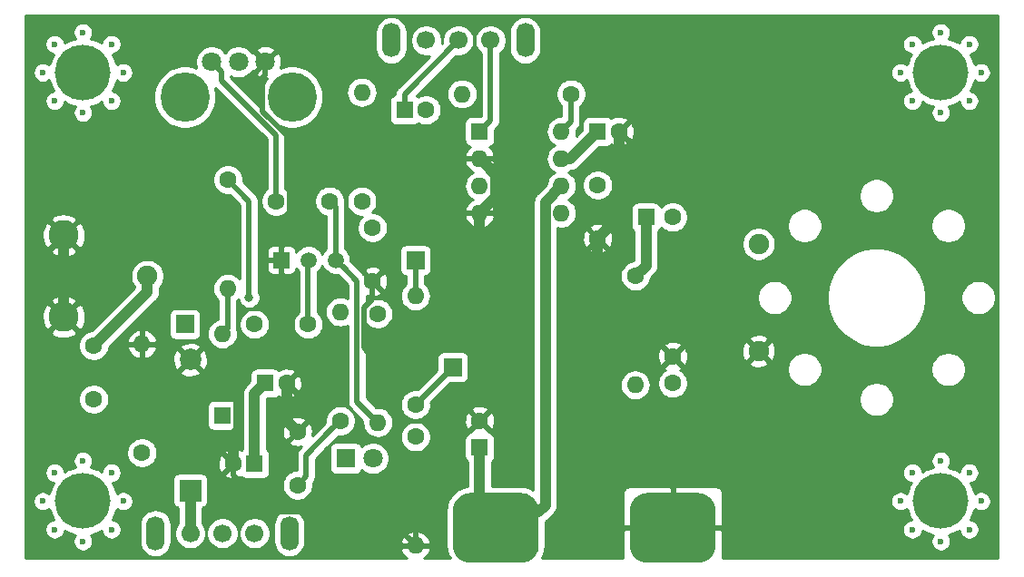
<source format=gbr>
G04 #@! TF.GenerationSoftware,KiCad,Pcbnew,5.1.4+dfsg1-1*
G04 #@! TF.CreationDate,2020-04-23T19:25:43-06:00*
G04 #@! TF.ProjectId,low-voltage,6c6f772d-766f-46c7-9461-67652e6b6963,rev?*
G04 #@! TF.SameCoordinates,Original*
G04 #@! TF.FileFunction,Copper,L1,Top*
G04 #@! TF.FilePolarity,Positive*
%FSLAX46Y46*%
G04 Gerber Fmt 4.6, Leading zero omitted, Abs format (unit mm)*
G04 Created by KiCad (PCBNEW 5.1.4+dfsg1-1) date 2020-04-23 19:25:43*
%MOMM*%
%LPD*%
G04 APERTURE LIST*
%ADD10C,1.600000*%
%ADD11R,1.600000X1.600000*%
%ADD12C,0.100000*%
%ADD13C,6.500000*%
%ADD14R,2.000000X2.000000*%
%ADD15C,2.000000*%
%ADD16O,1.600000X1.600000*%
%ADD17O,1.700000X3.200000*%
%ADD18C,1.700000*%
%ADD19C,1.900000*%
%ADD20C,1.800000*%
%ADD21R,1.800000X1.800000*%
%ADD22R,1.500000X1.500000*%
%ADD23C,1.500000*%
%ADD24C,4.600000*%
%ADD25R,1.700000X1.700000*%
%ADD26C,2.800000*%
%ADD27C,0.600000*%
%ADD28C,5.200000*%
%ADD29C,0.800000*%
%ADD30C,1.000000*%
%ADD31C,0.500000*%
%ADD32C,0.254000*%
G04 APERTURE END LIST*
D10*
X118000000Y-96500000D03*
D11*
X118000000Y-99000000D03*
D12*
G36*
X138534278Y-103257825D02*
G01*
X138692022Y-103281224D01*
X138846713Y-103319972D01*
X138996861Y-103373696D01*
X139141020Y-103441878D01*
X139277802Y-103523862D01*
X139405889Y-103618858D01*
X139524049Y-103725951D01*
X139631142Y-103844111D01*
X139726138Y-103972198D01*
X139808122Y-104108980D01*
X139876304Y-104253139D01*
X139930028Y-104403287D01*
X139968776Y-104557978D01*
X139992175Y-104715722D01*
X140000000Y-104875000D01*
X140000000Y-108125000D01*
X139992175Y-108284278D01*
X139968776Y-108442022D01*
X139930028Y-108596713D01*
X139876304Y-108746861D01*
X139808122Y-108891020D01*
X139726138Y-109027802D01*
X139631142Y-109155889D01*
X139524049Y-109274049D01*
X139405889Y-109381142D01*
X139277802Y-109476138D01*
X139141020Y-109558122D01*
X138996861Y-109626304D01*
X138846713Y-109680028D01*
X138692022Y-109718776D01*
X138534278Y-109742175D01*
X138375000Y-109750000D01*
X133625000Y-109750000D01*
X133465722Y-109742175D01*
X133307978Y-109718776D01*
X133153287Y-109680028D01*
X133003139Y-109626304D01*
X132858980Y-109558122D01*
X132722198Y-109476138D01*
X132594111Y-109381142D01*
X132475951Y-109274049D01*
X132368858Y-109155889D01*
X132273862Y-109027802D01*
X132191878Y-108891020D01*
X132123696Y-108746861D01*
X132069972Y-108596713D01*
X132031224Y-108442022D01*
X132007825Y-108284278D01*
X132000000Y-108125000D01*
X132000000Y-104875000D01*
X132007825Y-104715722D01*
X132031224Y-104557978D01*
X132069972Y-104403287D01*
X132123696Y-104253139D01*
X132191878Y-104108980D01*
X132273862Y-103972198D01*
X132368858Y-103844111D01*
X132475951Y-103725951D01*
X132594111Y-103618858D01*
X132722198Y-103523862D01*
X132858980Y-103441878D01*
X133003139Y-103373696D01*
X133153287Y-103319972D01*
X133307978Y-103281224D01*
X133465722Y-103257825D01*
X133625000Y-103250000D01*
X138375000Y-103250000D01*
X138534278Y-103257825D01*
X138534278Y-103257825D01*
G37*
D13*
X136000000Y-106500000D03*
D12*
G36*
X122034278Y-103257825D02*
G01*
X122192022Y-103281224D01*
X122346713Y-103319972D01*
X122496861Y-103373696D01*
X122641020Y-103441878D01*
X122777802Y-103523862D01*
X122905889Y-103618858D01*
X123024049Y-103725951D01*
X123131142Y-103844111D01*
X123226138Y-103972198D01*
X123308122Y-104108980D01*
X123376304Y-104253139D01*
X123430028Y-104403287D01*
X123468776Y-104557978D01*
X123492175Y-104715722D01*
X123500000Y-104875000D01*
X123500000Y-108125000D01*
X123492175Y-108284278D01*
X123468776Y-108442022D01*
X123430028Y-108596713D01*
X123376304Y-108746861D01*
X123308122Y-108891020D01*
X123226138Y-109027802D01*
X123131142Y-109155889D01*
X123024049Y-109274049D01*
X122905889Y-109381142D01*
X122777802Y-109476138D01*
X122641020Y-109558122D01*
X122496861Y-109626304D01*
X122346713Y-109680028D01*
X122192022Y-109718776D01*
X122034278Y-109742175D01*
X121875000Y-109750000D01*
X117125000Y-109750000D01*
X116965722Y-109742175D01*
X116807978Y-109718776D01*
X116653287Y-109680028D01*
X116503139Y-109626304D01*
X116358980Y-109558122D01*
X116222198Y-109476138D01*
X116094111Y-109381142D01*
X115975951Y-109274049D01*
X115868858Y-109155889D01*
X115773862Y-109027802D01*
X115691878Y-108891020D01*
X115623696Y-108746861D01*
X115569972Y-108596713D01*
X115531224Y-108442022D01*
X115507825Y-108284278D01*
X115500000Y-108125000D01*
X115500000Y-104875000D01*
X115507825Y-104715722D01*
X115531224Y-104557978D01*
X115569972Y-104403287D01*
X115623696Y-104253139D01*
X115691878Y-104108980D01*
X115773862Y-103972198D01*
X115868858Y-103844111D01*
X115975951Y-103725951D01*
X116094111Y-103618858D01*
X116222198Y-103523862D01*
X116358980Y-103441878D01*
X116503139Y-103373696D01*
X116653287Y-103319972D01*
X116807978Y-103281224D01*
X116965722Y-103257825D01*
X117125000Y-103250000D01*
X121875000Y-103250000D01*
X122034278Y-103257825D01*
X122034278Y-103257825D01*
G37*
D13*
X119500000Y-106500000D03*
D14*
X91000000Y-103000000D03*
D15*
X91000000Y-90800000D03*
D16*
X125620000Y-69500000D03*
X118000000Y-77120000D03*
X125620000Y-72040000D03*
X118000000Y-74580000D03*
X125620000Y-74580000D03*
X118000000Y-72040000D03*
X125620000Y-77120000D03*
D11*
X118000000Y-69500000D03*
D17*
X122250000Y-61000000D03*
X109750000Y-61000000D03*
D18*
X113000000Y-61000000D03*
X119000000Y-61000000D03*
X116000000Y-61000000D03*
D16*
X112000000Y-108160000D03*
D10*
X112000000Y-98000000D03*
D16*
X132500000Y-93160000D03*
D10*
X132500000Y-83000000D03*
D16*
X116340000Y-66000000D03*
D10*
X126500000Y-66000000D03*
D19*
X144000000Y-90000000D03*
X144000000Y-80000000D03*
D20*
X108040000Y-100000000D03*
D21*
X105500000Y-100000000D03*
D10*
X136000000Y-77500000D03*
D11*
X133500000Y-77500000D03*
D10*
X136000000Y-90500000D03*
X136000000Y-93000000D03*
X131000000Y-69500000D03*
D11*
X129000000Y-69500000D03*
D10*
X113000000Y-67500000D03*
D11*
X111000000Y-67500000D03*
D10*
X129000000Y-79500000D03*
X129000000Y-74500000D03*
D22*
X99500000Y-81500000D03*
D23*
X104580000Y-81500000D03*
X102040000Y-81500000D03*
D17*
X87750000Y-107000000D03*
X100250000Y-107000000D03*
D18*
X97000000Y-107000000D03*
X91000000Y-107000000D03*
X94000000Y-107000000D03*
D24*
X100500000Y-66300000D03*
X90500000Y-66300000D03*
D20*
X98000000Y-63000000D03*
X95500000Y-63000000D03*
X93000000Y-63000000D03*
D16*
X107000000Y-65840000D03*
D10*
X107000000Y-76000000D03*
D16*
X112000000Y-84840000D03*
D10*
X112000000Y-95000000D03*
D16*
X108500000Y-96660000D03*
D10*
X108500000Y-86500000D03*
D16*
X105000000Y-86340000D03*
D10*
X105000000Y-96500000D03*
D16*
X94500000Y-84160000D03*
D10*
X94500000Y-74000000D03*
D16*
X86500000Y-89340000D03*
D10*
X86500000Y-99500000D03*
D25*
X112000000Y-81500000D03*
X115500000Y-91500000D03*
X90500000Y-87500000D03*
D26*
X79200000Y-86800000D03*
X79200000Y-79200000D03*
D19*
X87000000Y-83000000D03*
D27*
X163650000Y-106650000D03*
X158350000Y-106650000D03*
X163650000Y-101350000D03*
X158350000Y-101350000D03*
X157250000Y-104000000D03*
X164750000Y-104000000D03*
X161000000Y-107750000D03*
X161000000Y-100250000D03*
D28*
X161000000Y-104000000D03*
D27*
X163650000Y-66650000D03*
X158350000Y-66650000D03*
X163650000Y-61350000D03*
X158350000Y-61350000D03*
X157250000Y-64000000D03*
X164750000Y-64000000D03*
X161000000Y-67750000D03*
X161000000Y-60250000D03*
D28*
X161000000Y-64000000D03*
D27*
X83650000Y-106650000D03*
X78350000Y-106650000D03*
X83650000Y-101350000D03*
X78350000Y-101350000D03*
X77250000Y-104000000D03*
X84750000Y-104000000D03*
X81000000Y-107750000D03*
X81000000Y-100250000D03*
D28*
X81000000Y-104000000D03*
D27*
X83650000Y-66650000D03*
X78350000Y-66650000D03*
X83650000Y-61350000D03*
X78350000Y-61350000D03*
X77250000Y-64000000D03*
X84750000Y-64000000D03*
X81000000Y-67750000D03*
X81000000Y-60250000D03*
D28*
X81000000Y-64000000D03*
D16*
X94000000Y-88380000D03*
D11*
X94000000Y-96000000D03*
D10*
X104000000Y-76000000D03*
X99000000Y-76000000D03*
X108000000Y-83500000D03*
X108000000Y-78500000D03*
X100000000Y-93000000D03*
D11*
X98000000Y-93000000D03*
D10*
X97000000Y-87500000D03*
X102000000Y-87500000D03*
X82000000Y-94500000D03*
X82000000Y-89500000D03*
X101000000Y-97500000D03*
X101000000Y-102500000D03*
X95000000Y-100500000D03*
D11*
X97000000Y-100500000D03*
D29*
X117500000Y-88500000D03*
X128799999Y-89700001D03*
X94949999Y-89949999D03*
X98949999Y-89949999D03*
X107550001Y-89949999D03*
X96500000Y-85000000D03*
X123500000Y-105000000D03*
D30*
X118000000Y-88000000D02*
X118000000Y-77120000D01*
X117500000Y-88500000D02*
X118000000Y-88000000D01*
X119500001Y-73540001D02*
X118799999Y-72839999D01*
X118799999Y-72839999D02*
X118000000Y-72040000D01*
X118000000Y-77120000D02*
X119500001Y-75619999D01*
X119500001Y-75619999D02*
X119500001Y-73540001D01*
X131000000Y-77500000D02*
X131000000Y-69500000D01*
X129000000Y-79500000D02*
X131000000Y-77500000D01*
X129000000Y-79500000D02*
X129000000Y-89500000D01*
X129000000Y-89500000D02*
X128799999Y-89700001D01*
X100000000Y-96500000D02*
X101000000Y-97500000D01*
X100000000Y-93000000D02*
X100000000Y-96500000D01*
X79200000Y-86800000D02*
X79200000Y-79200000D01*
X95500001Y-90500001D02*
X94949999Y-89949999D01*
X95500001Y-97360001D02*
X95500001Y-90500001D01*
X95000000Y-100500000D02*
X95000000Y-97860002D01*
X95000000Y-97860002D02*
X95500001Y-97360001D01*
D31*
X98318620Y-104949990D02*
X95000000Y-101631370D01*
X112000000Y-108160000D02*
X108789990Y-104949990D01*
X95000000Y-101631370D02*
X95000000Y-100500000D01*
X108789990Y-104949990D02*
X98318620Y-104949990D01*
X99500000Y-81500000D02*
X99500000Y-89399998D01*
X99500000Y-89399998D02*
X98949999Y-89949999D01*
X107249999Y-89649997D02*
X107550001Y-89949999D01*
X107249999Y-85899999D02*
X107249999Y-89649997D01*
X108000000Y-85149998D02*
X107249999Y-85899999D01*
X108000000Y-83500000D02*
X108000000Y-85149998D01*
X100250001Y-79499999D02*
X99500000Y-80250000D01*
X98000000Y-63000000D02*
X98000000Y-64272792D01*
X97749999Y-67620001D02*
X100250001Y-70120003D01*
X99500000Y-80250000D02*
X99500000Y-81500000D01*
X98000000Y-64272792D02*
X97749999Y-64522793D01*
X97749999Y-64522793D02*
X97749999Y-67620001D01*
X100250001Y-70120003D02*
X100250001Y-79499999D01*
X99000000Y-69859966D02*
X93899999Y-64759965D01*
X93899999Y-64759965D02*
X93899999Y-63899999D01*
X99000000Y-76000000D02*
X99000000Y-69859966D01*
X93899999Y-63899999D02*
X93000000Y-63000000D01*
X96500000Y-76000000D02*
X94500000Y-74000000D01*
X96500000Y-85000000D02*
X96500000Y-76000000D01*
X126500000Y-68620000D02*
X125620000Y-69500000D01*
X126500000Y-66000000D02*
X126500000Y-68620000D01*
D30*
X124119999Y-104380001D02*
X123500000Y-105000000D01*
X125620000Y-74580000D02*
X124119999Y-76080001D01*
X124119999Y-76080001D02*
X124119999Y-104380001D01*
X97000000Y-94000000D02*
X98000000Y-93000000D01*
X97000000Y-100500000D02*
X97000000Y-94000000D01*
D31*
X101000000Y-102500000D02*
X101799999Y-101700001D01*
X104200001Y-97299999D02*
X105000000Y-96500000D01*
X101799999Y-99700001D02*
X104200001Y-97299999D01*
X101799999Y-101700001D02*
X101799999Y-99700001D01*
D30*
X118000000Y-105000000D02*
X119500000Y-106500000D01*
X118000000Y-99000000D02*
X118000000Y-105000000D01*
X87000000Y-84500000D02*
X82000000Y-89500000D01*
X87000000Y-83000000D02*
X87000000Y-84500000D01*
D31*
X94500000Y-87880000D02*
X94000000Y-88380000D01*
X94500000Y-84160000D02*
X94500000Y-87880000D01*
X102000000Y-81540000D02*
X102040000Y-81500000D01*
X102000000Y-87500000D02*
X102000000Y-81540000D01*
X112000000Y-84840000D02*
X112000000Y-81500000D01*
X104580000Y-76580000D02*
X104000000Y-76000000D01*
X104580000Y-81500000D02*
X104580000Y-76580000D01*
X112000000Y-95000000D02*
X115500000Y-91500000D01*
X105329999Y-82249999D02*
X104580000Y-81500000D01*
X108500000Y-96660000D02*
X106549988Y-94709988D01*
X106549988Y-94709988D02*
X106549988Y-83469988D01*
X106549988Y-83469988D02*
X105329999Y-82249999D01*
X111000000Y-66000000D02*
X116000000Y-61000000D01*
X111000000Y-67500000D02*
X111000000Y-66000000D01*
D30*
X91000000Y-103000000D02*
X91000000Y-107000000D01*
X126460000Y-72040000D02*
X129000000Y-69500000D01*
X125620000Y-72040000D02*
X126460000Y-72040000D01*
X133500000Y-82000000D02*
X132500000Y-83000000D01*
X133500000Y-77500000D02*
X133500000Y-82000000D01*
D31*
X119000000Y-68500000D02*
X118000000Y-69500000D01*
X119000000Y-61000000D02*
X119000000Y-68500000D01*
D32*
G36*
X166340001Y-109340000D02*
G01*
X140637647Y-109340000D01*
X140635000Y-106785750D01*
X140476250Y-106627000D01*
X136127000Y-106627000D01*
X136127000Y-106647000D01*
X135873000Y-106647000D01*
X135873000Y-106627000D01*
X131523750Y-106627000D01*
X131365000Y-106785750D01*
X131362353Y-109340000D01*
X123779283Y-109340000D01*
X123965806Y-108991040D01*
X124094588Y-108566503D01*
X124138072Y-108125000D01*
X124138072Y-105944631D01*
X124263143Y-105841988D01*
X124883134Y-105221997D01*
X124926448Y-105186450D01*
X125068283Y-105013624D01*
X125173675Y-104816448D01*
X125238576Y-104602500D01*
X125254999Y-104435753D01*
X125260490Y-104380001D01*
X125254999Y-104324250D01*
X125254999Y-103250000D01*
X131361928Y-103250000D01*
X131365000Y-106214250D01*
X131523750Y-106373000D01*
X135873000Y-106373000D01*
X135873000Y-102773750D01*
X136127000Y-102773750D01*
X136127000Y-106373000D01*
X140476250Y-106373000D01*
X140635000Y-106214250D01*
X140637390Y-103907911D01*
X156315000Y-103907911D01*
X156315000Y-104092089D01*
X156350932Y-104272729D01*
X156421414Y-104442889D01*
X156523738Y-104596028D01*
X156653972Y-104726262D01*
X156807111Y-104828586D01*
X156977271Y-104899068D01*
X157157911Y-104935000D01*
X157342089Y-104935000D01*
X157522729Y-104899068D01*
X157692889Y-104828586D01*
X157846028Y-104726262D01*
X157846075Y-104726215D01*
X157889319Y-104943615D01*
X158133180Y-105532347D01*
X158255540Y-105715472D01*
X158077271Y-105750932D01*
X157907111Y-105821414D01*
X157753972Y-105923738D01*
X157623738Y-106053972D01*
X157521414Y-106207111D01*
X157450932Y-106377271D01*
X157415000Y-106557911D01*
X157415000Y-106742089D01*
X157450932Y-106922729D01*
X157521414Y-107092889D01*
X157623738Y-107246028D01*
X157753972Y-107376262D01*
X157907111Y-107478586D01*
X158077271Y-107549068D01*
X158257911Y-107585000D01*
X158442089Y-107585000D01*
X158622729Y-107549068D01*
X158792889Y-107478586D01*
X158946028Y-107376262D01*
X159076262Y-107246028D01*
X159178586Y-107092889D01*
X159249068Y-106922729D01*
X159284528Y-106744460D01*
X159467653Y-106866820D01*
X160056385Y-107110681D01*
X160273785Y-107153925D01*
X160273738Y-107153972D01*
X160171414Y-107307111D01*
X160100932Y-107477271D01*
X160065000Y-107657911D01*
X160065000Y-107842089D01*
X160100932Y-108022729D01*
X160171414Y-108192889D01*
X160273738Y-108346028D01*
X160403972Y-108476262D01*
X160557111Y-108578586D01*
X160727271Y-108649068D01*
X160907911Y-108685000D01*
X161092089Y-108685000D01*
X161272729Y-108649068D01*
X161442889Y-108578586D01*
X161596028Y-108476262D01*
X161726262Y-108346028D01*
X161828586Y-108192889D01*
X161899068Y-108022729D01*
X161935000Y-107842089D01*
X161935000Y-107657911D01*
X161899068Y-107477271D01*
X161828586Y-107307111D01*
X161726262Y-107153972D01*
X161726215Y-107153925D01*
X161943615Y-107110681D01*
X162532347Y-106866820D01*
X162715472Y-106744460D01*
X162750932Y-106922729D01*
X162821414Y-107092889D01*
X162923738Y-107246028D01*
X163053972Y-107376262D01*
X163207111Y-107478586D01*
X163377271Y-107549068D01*
X163557911Y-107585000D01*
X163742089Y-107585000D01*
X163922729Y-107549068D01*
X164092889Y-107478586D01*
X164246028Y-107376262D01*
X164376262Y-107246028D01*
X164478586Y-107092889D01*
X164549068Y-106922729D01*
X164585000Y-106742089D01*
X164585000Y-106557911D01*
X164549068Y-106377271D01*
X164478586Y-106207111D01*
X164376262Y-106053972D01*
X164246028Y-105923738D01*
X164092889Y-105821414D01*
X163922729Y-105750932D01*
X163744460Y-105715472D01*
X163866820Y-105532347D01*
X164110681Y-104943615D01*
X164153925Y-104726215D01*
X164153972Y-104726262D01*
X164307111Y-104828586D01*
X164477271Y-104899068D01*
X164657911Y-104935000D01*
X164842089Y-104935000D01*
X165022729Y-104899068D01*
X165192889Y-104828586D01*
X165346028Y-104726262D01*
X165476262Y-104596028D01*
X165578586Y-104442889D01*
X165649068Y-104272729D01*
X165685000Y-104092089D01*
X165685000Y-103907911D01*
X165649068Y-103727271D01*
X165578586Y-103557111D01*
X165476262Y-103403972D01*
X165346028Y-103273738D01*
X165192889Y-103171414D01*
X165022729Y-103100932D01*
X164842089Y-103065000D01*
X164657911Y-103065000D01*
X164477271Y-103100932D01*
X164307111Y-103171414D01*
X164153972Y-103273738D01*
X164153925Y-103273785D01*
X164110681Y-103056385D01*
X163866820Y-102467653D01*
X163744460Y-102284528D01*
X163922729Y-102249068D01*
X164092889Y-102178586D01*
X164246028Y-102076262D01*
X164376262Y-101946028D01*
X164478586Y-101792889D01*
X164549068Y-101622729D01*
X164585000Y-101442089D01*
X164585000Y-101257911D01*
X164549068Y-101077271D01*
X164478586Y-100907111D01*
X164376262Y-100753972D01*
X164246028Y-100623738D01*
X164092889Y-100521414D01*
X163922729Y-100450932D01*
X163742089Y-100415000D01*
X163557911Y-100415000D01*
X163377271Y-100450932D01*
X163207111Y-100521414D01*
X163053972Y-100623738D01*
X162923738Y-100753972D01*
X162821414Y-100907111D01*
X162750932Y-101077271D01*
X162715472Y-101255540D01*
X162532347Y-101133180D01*
X161943615Y-100889319D01*
X161726215Y-100846075D01*
X161726262Y-100846028D01*
X161828586Y-100692889D01*
X161899068Y-100522729D01*
X161935000Y-100342089D01*
X161935000Y-100157911D01*
X161899068Y-99977271D01*
X161828586Y-99807111D01*
X161726262Y-99653972D01*
X161596028Y-99523738D01*
X161442889Y-99421414D01*
X161272729Y-99350932D01*
X161092089Y-99315000D01*
X160907911Y-99315000D01*
X160727271Y-99350932D01*
X160557111Y-99421414D01*
X160403972Y-99523738D01*
X160273738Y-99653972D01*
X160171414Y-99807111D01*
X160100932Y-99977271D01*
X160065000Y-100157911D01*
X160065000Y-100342089D01*
X160100932Y-100522729D01*
X160171414Y-100692889D01*
X160273738Y-100846028D01*
X160273785Y-100846075D01*
X160056385Y-100889319D01*
X159467653Y-101133180D01*
X159284528Y-101255540D01*
X159249068Y-101077271D01*
X159178586Y-100907111D01*
X159076262Y-100753972D01*
X158946028Y-100623738D01*
X158792889Y-100521414D01*
X158622729Y-100450932D01*
X158442089Y-100415000D01*
X158257911Y-100415000D01*
X158077271Y-100450932D01*
X157907111Y-100521414D01*
X157753972Y-100623738D01*
X157623738Y-100753972D01*
X157521414Y-100907111D01*
X157450932Y-101077271D01*
X157415000Y-101257911D01*
X157415000Y-101442089D01*
X157450932Y-101622729D01*
X157521414Y-101792889D01*
X157623738Y-101946028D01*
X157753972Y-102076262D01*
X157907111Y-102178586D01*
X158077271Y-102249068D01*
X158255540Y-102284528D01*
X158133180Y-102467653D01*
X157889319Y-103056385D01*
X157846075Y-103273785D01*
X157846028Y-103273738D01*
X157692889Y-103171414D01*
X157522729Y-103100932D01*
X157342089Y-103065000D01*
X157157911Y-103065000D01*
X156977271Y-103100932D01*
X156807111Y-103171414D01*
X156653972Y-103273738D01*
X156523738Y-103403972D01*
X156421414Y-103557111D01*
X156350932Y-103727271D01*
X156315000Y-103907911D01*
X140637390Y-103907911D01*
X140638072Y-103250000D01*
X140625812Y-103125518D01*
X140589502Y-103005820D01*
X140530537Y-102895506D01*
X140451185Y-102798815D01*
X140354494Y-102719463D01*
X140244180Y-102660498D01*
X140124482Y-102624188D01*
X140000000Y-102611928D01*
X136285750Y-102615000D01*
X136127000Y-102773750D01*
X135873000Y-102773750D01*
X135714250Y-102615000D01*
X132000000Y-102611928D01*
X131875518Y-102624188D01*
X131755820Y-102660498D01*
X131645506Y-102719463D01*
X131548815Y-102798815D01*
X131469463Y-102895506D01*
X131410498Y-103005820D01*
X131374188Y-103125518D01*
X131361928Y-103250000D01*
X125254999Y-103250000D01*
X125254999Y-93160000D01*
X131058057Y-93160000D01*
X131085764Y-93441309D01*
X131167818Y-93711808D01*
X131301068Y-93961101D01*
X131480392Y-94179608D01*
X131698899Y-94358932D01*
X131948192Y-94492182D01*
X132218691Y-94574236D01*
X132429508Y-94595000D01*
X132570492Y-94595000D01*
X132781309Y-94574236D01*
X133051808Y-94492182D01*
X133301101Y-94358932D01*
X133519608Y-94179608D01*
X133698932Y-93961101D01*
X133832182Y-93711808D01*
X133914236Y-93441309D01*
X133941943Y-93160000D01*
X133914236Y-92878691D01*
X133908162Y-92858665D01*
X134565000Y-92858665D01*
X134565000Y-93141335D01*
X134620147Y-93418574D01*
X134728320Y-93679727D01*
X134885363Y-93914759D01*
X135085241Y-94114637D01*
X135320273Y-94271680D01*
X135581426Y-94379853D01*
X135858665Y-94435000D01*
X136141335Y-94435000D01*
X136418574Y-94379853D01*
X136517281Y-94338967D01*
X153365000Y-94338967D01*
X153365000Y-94661033D01*
X153427832Y-94976912D01*
X153551082Y-95274463D01*
X153730013Y-95542252D01*
X153957748Y-95769987D01*
X154225537Y-95948918D01*
X154523088Y-96072168D01*
X154838967Y-96135000D01*
X155161033Y-96135000D01*
X155476912Y-96072168D01*
X155774463Y-95948918D01*
X156042252Y-95769987D01*
X156269987Y-95542252D01*
X156448918Y-95274463D01*
X156572168Y-94976912D01*
X156635000Y-94661033D01*
X156635000Y-94338967D01*
X156572168Y-94023088D01*
X156448918Y-93725537D01*
X156269987Y-93457748D01*
X156042252Y-93230013D01*
X155774463Y-93051082D01*
X155476912Y-92927832D01*
X155161033Y-92865000D01*
X154838967Y-92865000D01*
X154523088Y-92927832D01*
X154225537Y-93051082D01*
X153957748Y-93230013D01*
X153730013Y-93457748D01*
X153551082Y-93725537D01*
X153427832Y-94023088D01*
X153365000Y-94338967D01*
X136517281Y-94338967D01*
X136679727Y-94271680D01*
X136914759Y-94114637D01*
X137114637Y-93914759D01*
X137271680Y-93679727D01*
X137379853Y-93418574D01*
X137435000Y-93141335D01*
X137435000Y-92858665D01*
X137379853Y-92581426D01*
X137271680Y-92320273D01*
X137114637Y-92085241D01*
X136914759Y-91885363D01*
X136714131Y-91751308D01*
X136741514Y-91736671D01*
X136813097Y-91492702D01*
X136000000Y-90679605D01*
X135186903Y-91492702D01*
X135258486Y-91736671D01*
X135287341Y-91750324D01*
X135085241Y-91885363D01*
X134885363Y-92085241D01*
X134728320Y-92320273D01*
X134620147Y-92581426D01*
X134565000Y-92858665D01*
X133908162Y-92858665D01*
X133832182Y-92608192D01*
X133698932Y-92358899D01*
X133519608Y-92140392D01*
X133301101Y-91961068D01*
X133051808Y-91827818D01*
X132781309Y-91745764D01*
X132570492Y-91725000D01*
X132429508Y-91725000D01*
X132218691Y-91745764D01*
X131948192Y-91827818D01*
X131698899Y-91961068D01*
X131480392Y-92140392D01*
X131301068Y-92358899D01*
X131167818Y-92608192D01*
X131085764Y-92878691D01*
X131058057Y-93160000D01*
X125254999Y-93160000D01*
X125254999Y-90570512D01*
X134559783Y-90570512D01*
X134601213Y-90850130D01*
X134696397Y-91116292D01*
X134763329Y-91241514D01*
X135007298Y-91313097D01*
X135820395Y-90500000D01*
X136179605Y-90500000D01*
X136992702Y-91313097D01*
X137236671Y-91241514D01*
X137303748Y-91099752D01*
X143079853Y-91099752D01*
X143169579Y-91359042D01*
X143450671Y-91494935D01*
X143752873Y-91573379D01*
X144064573Y-91591359D01*
X144373791Y-91548184D01*
X144400260Y-91538967D01*
X146665000Y-91538967D01*
X146665000Y-91861033D01*
X146727832Y-92176912D01*
X146851082Y-92474463D01*
X147030013Y-92742252D01*
X147257748Y-92969987D01*
X147525537Y-93148918D01*
X147823088Y-93272168D01*
X148138967Y-93335000D01*
X148461033Y-93335000D01*
X148776912Y-93272168D01*
X149074463Y-93148918D01*
X149342252Y-92969987D01*
X149569987Y-92742252D01*
X149748918Y-92474463D01*
X149872168Y-92176912D01*
X149935000Y-91861033D01*
X149935000Y-91538967D01*
X160065000Y-91538967D01*
X160065000Y-91861033D01*
X160127832Y-92176912D01*
X160251082Y-92474463D01*
X160430013Y-92742252D01*
X160657748Y-92969987D01*
X160925537Y-93148918D01*
X161223088Y-93272168D01*
X161538967Y-93335000D01*
X161861033Y-93335000D01*
X162176912Y-93272168D01*
X162474463Y-93148918D01*
X162742252Y-92969987D01*
X162969987Y-92742252D01*
X163148918Y-92474463D01*
X163272168Y-92176912D01*
X163335000Y-91861033D01*
X163335000Y-91538967D01*
X163272168Y-91223088D01*
X163148918Y-90925537D01*
X162969987Y-90657748D01*
X162742252Y-90430013D01*
X162474463Y-90251082D01*
X162176912Y-90127832D01*
X161861033Y-90065000D01*
X161538967Y-90065000D01*
X161223088Y-90127832D01*
X160925537Y-90251082D01*
X160657748Y-90430013D01*
X160430013Y-90657748D01*
X160251082Y-90925537D01*
X160127832Y-91223088D01*
X160065000Y-91538967D01*
X149935000Y-91538967D01*
X149872168Y-91223088D01*
X149748918Y-90925537D01*
X149569987Y-90657748D01*
X149342252Y-90430013D01*
X149074463Y-90251082D01*
X148776912Y-90127832D01*
X148461033Y-90065000D01*
X148138967Y-90065000D01*
X147823088Y-90127832D01*
X147525537Y-90251082D01*
X147257748Y-90430013D01*
X147030013Y-90657748D01*
X146851082Y-90925537D01*
X146727832Y-91223088D01*
X146665000Y-91538967D01*
X144400260Y-91538967D01*
X144668644Y-91445513D01*
X144830421Y-91359042D01*
X144920147Y-91099752D01*
X144000000Y-90179605D01*
X143079853Y-91099752D01*
X137303748Y-91099752D01*
X137357571Y-90986004D01*
X137426300Y-90711816D01*
X137440217Y-90429488D01*
X137398787Y-90149870D01*
X137368284Y-90064573D01*
X142408641Y-90064573D01*
X142451816Y-90373791D01*
X142554487Y-90668644D01*
X142640958Y-90830421D01*
X142900248Y-90920147D01*
X143820395Y-90000000D01*
X144179605Y-90000000D01*
X145099752Y-90920147D01*
X145359042Y-90830421D01*
X145494935Y-90549329D01*
X145573379Y-90247127D01*
X145591359Y-89935427D01*
X145548184Y-89626209D01*
X145445513Y-89331356D01*
X145359042Y-89169579D01*
X145099752Y-89079853D01*
X144179605Y-90000000D01*
X143820395Y-90000000D01*
X142900248Y-89079853D01*
X142640958Y-89169579D01*
X142505065Y-89450671D01*
X142426621Y-89752873D01*
X142408641Y-90064573D01*
X137368284Y-90064573D01*
X137303603Y-89883708D01*
X137236671Y-89758486D01*
X136992702Y-89686903D01*
X136179605Y-90500000D01*
X135820395Y-90500000D01*
X135007298Y-89686903D01*
X134763329Y-89758486D01*
X134642429Y-90013996D01*
X134573700Y-90288184D01*
X134559783Y-90570512D01*
X125254999Y-90570512D01*
X125254999Y-89507298D01*
X135186903Y-89507298D01*
X136000000Y-90320395D01*
X136813097Y-89507298D01*
X136741514Y-89263329D01*
X136486004Y-89142429D01*
X136211816Y-89073700D01*
X135929488Y-89059783D01*
X135649870Y-89101213D01*
X135383708Y-89196397D01*
X135258486Y-89263329D01*
X135186903Y-89507298D01*
X125254999Y-89507298D01*
X125254999Y-88900248D01*
X143079853Y-88900248D01*
X144000000Y-89820395D01*
X144920147Y-88900248D01*
X144830421Y-88640958D01*
X144549329Y-88505065D01*
X144247127Y-88426621D01*
X143935427Y-88408641D01*
X143626209Y-88451816D01*
X143331356Y-88554487D01*
X143169579Y-88640958D01*
X143079853Y-88900248D01*
X125254999Y-88900248D01*
X125254999Y-84838967D01*
X143865000Y-84838967D01*
X143865000Y-85161033D01*
X143927832Y-85476912D01*
X144051082Y-85774463D01*
X144230013Y-86042252D01*
X144457748Y-86269987D01*
X144725537Y-86448918D01*
X145023088Y-86572168D01*
X145338967Y-86635000D01*
X145661033Y-86635000D01*
X145976912Y-86572168D01*
X146274463Y-86448918D01*
X146542252Y-86269987D01*
X146769987Y-86042252D01*
X146948918Y-85774463D01*
X147072168Y-85476912D01*
X147135000Y-85161033D01*
X147135000Y-84838967D01*
X147076227Y-84543492D01*
X150365000Y-84543492D01*
X150365000Y-85456508D01*
X150543120Y-86351980D01*
X150892516Y-87195496D01*
X151399760Y-87954640D01*
X152045360Y-88600240D01*
X152804504Y-89107484D01*
X153648020Y-89456880D01*
X154543492Y-89635000D01*
X155456508Y-89635000D01*
X156351980Y-89456880D01*
X157195496Y-89107484D01*
X157954640Y-88600240D01*
X158600240Y-87954640D01*
X159107484Y-87195496D01*
X159456880Y-86351980D01*
X159635000Y-85456508D01*
X159635000Y-84838967D01*
X162865000Y-84838967D01*
X162865000Y-85161033D01*
X162927832Y-85476912D01*
X163051082Y-85774463D01*
X163230013Y-86042252D01*
X163457748Y-86269987D01*
X163725537Y-86448918D01*
X164023088Y-86572168D01*
X164338967Y-86635000D01*
X164661033Y-86635000D01*
X164976912Y-86572168D01*
X165274463Y-86448918D01*
X165542252Y-86269987D01*
X165769987Y-86042252D01*
X165948918Y-85774463D01*
X166072168Y-85476912D01*
X166135000Y-85161033D01*
X166135000Y-84838967D01*
X166072168Y-84523088D01*
X165948918Y-84225537D01*
X165769987Y-83957748D01*
X165542252Y-83730013D01*
X165274463Y-83551082D01*
X164976912Y-83427832D01*
X164661033Y-83365000D01*
X164338967Y-83365000D01*
X164023088Y-83427832D01*
X163725537Y-83551082D01*
X163457748Y-83730013D01*
X163230013Y-83957748D01*
X163051082Y-84225537D01*
X162927832Y-84523088D01*
X162865000Y-84838967D01*
X159635000Y-84838967D01*
X159635000Y-84543492D01*
X159456880Y-83648020D01*
X159107484Y-82804504D01*
X158600240Y-82045360D01*
X157954640Y-81399760D01*
X157195496Y-80892516D01*
X156351980Y-80543120D01*
X155456508Y-80365000D01*
X154543492Y-80365000D01*
X153648020Y-80543120D01*
X152804504Y-80892516D01*
X152045360Y-81399760D01*
X151399760Y-82045360D01*
X150892516Y-82804504D01*
X150543120Y-83648020D01*
X150365000Y-84543492D01*
X147076227Y-84543492D01*
X147072168Y-84523088D01*
X146948918Y-84225537D01*
X146769987Y-83957748D01*
X146542252Y-83730013D01*
X146274463Y-83551082D01*
X145976912Y-83427832D01*
X145661033Y-83365000D01*
X145338967Y-83365000D01*
X145023088Y-83427832D01*
X144725537Y-83551082D01*
X144457748Y-83730013D01*
X144230013Y-83957748D01*
X144051082Y-84225537D01*
X143927832Y-84523088D01*
X143865000Y-84838967D01*
X125254999Y-84838967D01*
X125254999Y-82858665D01*
X131065000Y-82858665D01*
X131065000Y-83141335D01*
X131120147Y-83418574D01*
X131228320Y-83679727D01*
X131385363Y-83914759D01*
X131585241Y-84114637D01*
X131820273Y-84271680D01*
X132081426Y-84379853D01*
X132358665Y-84435000D01*
X132641335Y-84435000D01*
X132918574Y-84379853D01*
X133179727Y-84271680D01*
X133414759Y-84114637D01*
X133614637Y-83914759D01*
X133771680Y-83679727D01*
X133879853Y-83418574D01*
X133927849Y-83177283D01*
X134263145Y-82841987D01*
X134306449Y-82806449D01*
X134345812Y-82758486D01*
X134448284Y-82633623D01*
X134553676Y-82436447D01*
X134618577Y-82222499D01*
X134635000Y-82055752D01*
X134640491Y-82000000D01*
X134635000Y-81944248D01*
X134635000Y-79843891D01*
X142415000Y-79843891D01*
X142415000Y-80156109D01*
X142475911Y-80462327D01*
X142595391Y-80750779D01*
X142768850Y-81010379D01*
X142989621Y-81231150D01*
X143249221Y-81404609D01*
X143537673Y-81524089D01*
X143843891Y-81585000D01*
X144156109Y-81585000D01*
X144462327Y-81524089D01*
X144750779Y-81404609D01*
X145010379Y-81231150D01*
X145231150Y-81010379D01*
X145404609Y-80750779D01*
X145524089Y-80462327D01*
X145585000Y-80156109D01*
X145585000Y-79843891D01*
X145524089Y-79537673D01*
X145404609Y-79249221D01*
X145231150Y-78989621D01*
X145010379Y-78768850D01*
X144750779Y-78595391D01*
X144462327Y-78475911D01*
X144156109Y-78415000D01*
X143843891Y-78415000D01*
X143537673Y-78475911D01*
X143249221Y-78595391D01*
X142989621Y-78768850D01*
X142768850Y-78989621D01*
X142595391Y-79249221D01*
X142475911Y-79537673D01*
X142415000Y-79843891D01*
X134635000Y-79843891D01*
X134635000Y-78840957D01*
X134654494Y-78830537D01*
X134751185Y-78751185D01*
X134830537Y-78654494D01*
X134889502Y-78544180D01*
X134918661Y-78448057D01*
X135085241Y-78614637D01*
X135320273Y-78771680D01*
X135581426Y-78879853D01*
X135858665Y-78935000D01*
X136141335Y-78935000D01*
X136418574Y-78879853D01*
X136679727Y-78771680D01*
X136914759Y-78614637D01*
X137114637Y-78414759D01*
X137271680Y-78179727D01*
X137288563Y-78138967D01*
X146665000Y-78138967D01*
X146665000Y-78461033D01*
X146727832Y-78776912D01*
X146851082Y-79074463D01*
X147030013Y-79342252D01*
X147257748Y-79569987D01*
X147525537Y-79748918D01*
X147823088Y-79872168D01*
X148138967Y-79935000D01*
X148461033Y-79935000D01*
X148776912Y-79872168D01*
X149074463Y-79748918D01*
X149342252Y-79569987D01*
X149569987Y-79342252D01*
X149748918Y-79074463D01*
X149872168Y-78776912D01*
X149935000Y-78461033D01*
X149935000Y-78138967D01*
X160065000Y-78138967D01*
X160065000Y-78461033D01*
X160127832Y-78776912D01*
X160251082Y-79074463D01*
X160430013Y-79342252D01*
X160657748Y-79569987D01*
X160925537Y-79748918D01*
X161223088Y-79872168D01*
X161538967Y-79935000D01*
X161861033Y-79935000D01*
X162176912Y-79872168D01*
X162474463Y-79748918D01*
X162742252Y-79569987D01*
X162969987Y-79342252D01*
X163148918Y-79074463D01*
X163272168Y-78776912D01*
X163335000Y-78461033D01*
X163335000Y-78138967D01*
X163272168Y-77823088D01*
X163148918Y-77525537D01*
X162969987Y-77257748D01*
X162742252Y-77030013D01*
X162474463Y-76851082D01*
X162176912Y-76727832D01*
X161861033Y-76665000D01*
X161538967Y-76665000D01*
X161223088Y-76727832D01*
X160925537Y-76851082D01*
X160657748Y-77030013D01*
X160430013Y-77257748D01*
X160251082Y-77525537D01*
X160127832Y-77823088D01*
X160065000Y-78138967D01*
X149935000Y-78138967D01*
X149872168Y-77823088D01*
X149748918Y-77525537D01*
X149569987Y-77257748D01*
X149342252Y-77030013D01*
X149074463Y-76851082D01*
X148776912Y-76727832D01*
X148461033Y-76665000D01*
X148138967Y-76665000D01*
X147823088Y-76727832D01*
X147525537Y-76851082D01*
X147257748Y-77030013D01*
X147030013Y-77257748D01*
X146851082Y-77525537D01*
X146727832Y-77823088D01*
X146665000Y-78138967D01*
X137288563Y-78138967D01*
X137379853Y-77918574D01*
X137435000Y-77641335D01*
X137435000Y-77358665D01*
X137379853Y-77081426D01*
X137271680Y-76820273D01*
X137114637Y-76585241D01*
X136914759Y-76385363D01*
X136679727Y-76228320D01*
X136418574Y-76120147D01*
X136141335Y-76065000D01*
X135858665Y-76065000D01*
X135581426Y-76120147D01*
X135320273Y-76228320D01*
X135085241Y-76385363D01*
X134918661Y-76551943D01*
X134889502Y-76455820D01*
X134830537Y-76345506D01*
X134751185Y-76248815D01*
X134654494Y-76169463D01*
X134544180Y-76110498D01*
X134424482Y-76074188D01*
X134300000Y-76061928D01*
X132700000Y-76061928D01*
X132575518Y-76074188D01*
X132455820Y-76110498D01*
X132345506Y-76169463D01*
X132248815Y-76248815D01*
X132169463Y-76345506D01*
X132110498Y-76455820D01*
X132074188Y-76575518D01*
X132061928Y-76700000D01*
X132061928Y-78300000D01*
X132074188Y-78424482D01*
X132110498Y-78544180D01*
X132169463Y-78654494D01*
X132248815Y-78751185D01*
X132345506Y-78830537D01*
X132365000Y-78840957D01*
X132365001Y-81529867D01*
X132322717Y-81572151D01*
X132081426Y-81620147D01*
X131820273Y-81728320D01*
X131585241Y-81885363D01*
X131385363Y-82085241D01*
X131228320Y-82320273D01*
X131120147Y-82581426D01*
X131065000Y-82858665D01*
X125254999Y-82858665D01*
X125254999Y-80492702D01*
X128186903Y-80492702D01*
X128258486Y-80736671D01*
X128513996Y-80857571D01*
X128788184Y-80926300D01*
X129070512Y-80940217D01*
X129350130Y-80898787D01*
X129616292Y-80803603D01*
X129741514Y-80736671D01*
X129813097Y-80492702D01*
X129000000Y-79679605D01*
X128186903Y-80492702D01*
X125254999Y-80492702D01*
X125254999Y-79570512D01*
X127559783Y-79570512D01*
X127601213Y-79850130D01*
X127696397Y-80116292D01*
X127763329Y-80241514D01*
X128007298Y-80313097D01*
X128820395Y-79500000D01*
X129179605Y-79500000D01*
X129992702Y-80313097D01*
X130236671Y-80241514D01*
X130357571Y-79986004D01*
X130426300Y-79711816D01*
X130440217Y-79429488D01*
X130398787Y-79149870D01*
X130303603Y-78883708D01*
X130236671Y-78758486D01*
X129992702Y-78686903D01*
X129179605Y-79500000D01*
X128820395Y-79500000D01*
X128007298Y-78686903D01*
X127763329Y-78758486D01*
X127642429Y-79013996D01*
X127573700Y-79288184D01*
X127559783Y-79570512D01*
X125254999Y-79570512D01*
X125254999Y-78508849D01*
X125338691Y-78534236D01*
X125549508Y-78555000D01*
X125690492Y-78555000D01*
X125901309Y-78534236D01*
X125990112Y-78507298D01*
X128186903Y-78507298D01*
X129000000Y-79320395D01*
X129813097Y-78507298D01*
X129741514Y-78263329D01*
X129486004Y-78142429D01*
X129211816Y-78073700D01*
X128929488Y-78059783D01*
X128649870Y-78101213D01*
X128383708Y-78196397D01*
X128258486Y-78263329D01*
X128186903Y-78507298D01*
X125990112Y-78507298D01*
X126171808Y-78452182D01*
X126421101Y-78318932D01*
X126639608Y-78139608D01*
X126818932Y-77921101D01*
X126952182Y-77671808D01*
X127034236Y-77401309D01*
X127061943Y-77120000D01*
X127034236Y-76838691D01*
X126952182Y-76568192D01*
X126818932Y-76318899D01*
X126639608Y-76100392D01*
X126421101Y-75921068D01*
X126288142Y-75850000D01*
X126421101Y-75778932D01*
X126639608Y-75599608D01*
X126818932Y-75381101D01*
X126952182Y-75131808D01*
X127034236Y-74861309D01*
X127061943Y-74580000D01*
X127040144Y-74358665D01*
X127565000Y-74358665D01*
X127565000Y-74641335D01*
X127620147Y-74918574D01*
X127728320Y-75179727D01*
X127885363Y-75414759D01*
X128085241Y-75614637D01*
X128320273Y-75771680D01*
X128581426Y-75879853D01*
X128858665Y-75935000D01*
X129141335Y-75935000D01*
X129418574Y-75879853D01*
X129679727Y-75771680D01*
X129914759Y-75614637D01*
X130114637Y-75414759D01*
X130165279Y-75338967D01*
X153365000Y-75338967D01*
X153365000Y-75661033D01*
X153427832Y-75976912D01*
X153551082Y-76274463D01*
X153730013Y-76542252D01*
X153957748Y-76769987D01*
X154225537Y-76948918D01*
X154523088Y-77072168D01*
X154838967Y-77135000D01*
X155161033Y-77135000D01*
X155476912Y-77072168D01*
X155774463Y-76948918D01*
X156042252Y-76769987D01*
X156269987Y-76542252D01*
X156448918Y-76274463D01*
X156572168Y-75976912D01*
X156635000Y-75661033D01*
X156635000Y-75338967D01*
X156572168Y-75023088D01*
X156448918Y-74725537D01*
X156269987Y-74457748D01*
X156042252Y-74230013D01*
X155774463Y-74051082D01*
X155476912Y-73927832D01*
X155161033Y-73865000D01*
X154838967Y-73865000D01*
X154523088Y-73927832D01*
X154225537Y-74051082D01*
X153957748Y-74230013D01*
X153730013Y-74457748D01*
X153551082Y-74725537D01*
X153427832Y-75023088D01*
X153365000Y-75338967D01*
X130165279Y-75338967D01*
X130271680Y-75179727D01*
X130379853Y-74918574D01*
X130435000Y-74641335D01*
X130435000Y-74358665D01*
X130379853Y-74081426D01*
X130271680Y-73820273D01*
X130114637Y-73585241D01*
X129914759Y-73385363D01*
X129679727Y-73228320D01*
X129418574Y-73120147D01*
X129141335Y-73065000D01*
X128858665Y-73065000D01*
X128581426Y-73120147D01*
X128320273Y-73228320D01*
X128085241Y-73385363D01*
X127885363Y-73585241D01*
X127728320Y-73820273D01*
X127620147Y-74081426D01*
X127565000Y-74358665D01*
X127040144Y-74358665D01*
X127034236Y-74298691D01*
X126952182Y-74028192D01*
X126818932Y-73778899D01*
X126639608Y-73560392D01*
X126421101Y-73381068D01*
X126288142Y-73310000D01*
X126421101Y-73238932D01*
X126496718Y-73176875D01*
X126515751Y-73175000D01*
X126515752Y-73175000D01*
X126682499Y-73158577D01*
X126896447Y-73093676D01*
X127093623Y-72988284D01*
X127266449Y-72846449D01*
X127301996Y-72803135D01*
X129167060Y-70938072D01*
X129800000Y-70938072D01*
X129924482Y-70925812D01*
X130044180Y-70889502D01*
X130154494Y-70830537D01*
X130251185Y-70751185D01*
X130261807Y-70738242D01*
X130513996Y-70857571D01*
X130788184Y-70926300D01*
X131070512Y-70940217D01*
X131350130Y-70898787D01*
X131616292Y-70803603D01*
X131741514Y-70736671D01*
X131813097Y-70492702D01*
X131000000Y-69679605D01*
X130985858Y-69693748D01*
X130806253Y-69514143D01*
X130820395Y-69500000D01*
X131179605Y-69500000D01*
X131992702Y-70313097D01*
X132236671Y-70241514D01*
X132357571Y-69986004D01*
X132426300Y-69711816D01*
X132440217Y-69429488D01*
X132398787Y-69149870D01*
X132303603Y-68883708D01*
X132236671Y-68758486D01*
X131992702Y-68686903D01*
X131179605Y-69500000D01*
X130820395Y-69500000D01*
X130806253Y-69485858D01*
X130985858Y-69306253D01*
X131000000Y-69320395D01*
X131813097Y-68507298D01*
X131741514Y-68263329D01*
X131486004Y-68142429D01*
X131211816Y-68073700D01*
X130929488Y-68059783D01*
X130649870Y-68101213D01*
X130383708Y-68196397D01*
X130261691Y-68261616D01*
X130251185Y-68248815D01*
X130154494Y-68169463D01*
X130044180Y-68110498D01*
X129924482Y-68074188D01*
X129800000Y-68061928D01*
X128200000Y-68061928D01*
X128075518Y-68074188D01*
X127955820Y-68110498D01*
X127845506Y-68169463D01*
X127748815Y-68248815D01*
X127669463Y-68345506D01*
X127610498Y-68455820D01*
X127574188Y-68575518D01*
X127561928Y-68700000D01*
X127561928Y-69332940D01*
X126999696Y-69895172D01*
X127034236Y-69781309D01*
X127061943Y-69500000D01*
X127044875Y-69326704D01*
X127095049Y-69276530D01*
X127128817Y-69248817D01*
X127210022Y-69149870D01*
X127239411Y-69114059D01*
X127292895Y-69013996D01*
X127321589Y-68960313D01*
X127372195Y-68793490D01*
X127385000Y-68663477D01*
X127385000Y-68663469D01*
X127389281Y-68620000D01*
X127385000Y-68576531D01*
X127385000Y-67134521D01*
X127414759Y-67114637D01*
X127614637Y-66914759D01*
X127771680Y-66679727D01*
X127879853Y-66418574D01*
X127935000Y-66141335D01*
X127935000Y-65858665D01*
X127879853Y-65581426D01*
X127771680Y-65320273D01*
X127614637Y-65085241D01*
X127414759Y-64885363D01*
X127179727Y-64728320D01*
X126918574Y-64620147D01*
X126641335Y-64565000D01*
X126358665Y-64565000D01*
X126081426Y-64620147D01*
X125820273Y-64728320D01*
X125585241Y-64885363D01*
X125385363Y-65085241D01*
X125228320Y-65320273D01*
X125120147Y-65581426D01*
X125065000Y-65858665D01*
X125065000Y-66141335D01*
X125120147Y-66418574D01*
X125228320Y-66679727D01*
X125385363Y-66914759D01*
X125585241Y-67114637D01*
X125615000Y-67134522D01*
X125615001Y-68065000D01*
X125549508Y-68065000D01*
X125338691Y-68085764D01*
X125068192Y-68167818D01*
X124818899Y-68301068D01*
X124600392Y-68480392D01*
X124421068Y-68698899D01*
X124287818Y-68948192D01*
X124205764Y-69218691D01*
X124178057Y-69500000D01*
X124205764Y-69781309D01*
X124287818Y-70051808D01*
X124421068Y-70301101D01*
X124600392Y-70519608D01*
X124818899Y-70698932D01*
X124951858Y-70770000D01*
X124818899Y-70841068D01*
X124600392Y-71020392D01*
X124421068Y-71238899D01*
X124287818Y-71488192D01*
X124205764Y-71758691D01*
X124178057Y-72040000D01*
X124205764Y-72321309D01*
X124287818Y-72591808D01*
X124421068Y-72841101D01*
X124600392Y-73059608D01*
X124818899Y-73238932D01*
X124951858Y-73310000D01*
X124818899Y-73381068D01*
X124600392Y-73560392D01*
X124421068Y-73778899D01*
X124287818Y-74028192D01*
X124205764Y-74298691D01*
X124195886Y-74398982D01*
X123356864Y-75238005D01*
X123313550Y-75273552D01*
X123171715Y-75446378D01*
X123089813Y-75599608D01*
X123066323Y-75643555D01*
X123001422Y-75857503D01*
X122979508Y-76080001D01*
X122984999Y-76135752D01*
X122985000Y-102914593D01*
X122741040Y-102784194D01*
X122316503Y-102655412D01*
X121875000Y-102611928D01*
X119135000Y-102611928D01*
X119135000Y-100340957D01*
X119154494Y-100330537D01*
X119251185Y-100251185D01*
X119330537Y-100154494D01*
X119389502Y-100044180D01*
X119425812Y-99924482D01*
X119438072Y-99800000D01*
X119438072Y-98200000D01*
X119425812Y-98075518D01*
X119389502Y-97955820D01*
X119330537Y-97845506D01*
X119251185Y-97748815D01*
X119154494Y-97669463D01*
X119044180Y-97610498D01*
X118924482Y-97574188D01*
X118800000Y-97561928D01*
X118792785Y-97561928D01*
X118813097Y-97492702D01*
X118000000Y-96679605D01*
X117186903Y-97492702D01*
X117207215Y-97561928D01*
X117200000Y-97561928D01*
X117075518Y-97574188D01*
X116955820Y-97610498D01*
X116845506Y-97669463D01*
X116748815Y-97748815D01*
X116669463Y-97845506D01*
X116610498Y-97955820D01*
X116574188Y-98075518D01*
X116561928Y-98200000D01*
X116561928Y-99800000D01*
X116574188Y-99924482D01*
X116610498Y-100044180D01*
X116669463Y-100154494D01*
X116748815Y-100251185D01*
X116845506Y-100330537D01*
X116865000Y-100340957D01*
X116865001Y-102637536D01*
X116683497Y-102655412D01*
X116258960Y-102784194D01*
X115867705Y-102993324D01*
X115524766Y-103274766D01*
X115243324Y-103617705D01*
X115034194Y-104008960D01*
X114905412Y-104433497D01*
X114861928Y-104875000D01*
X114861928Y-108125000D01*
X114905412Y-108566503D01*
X115034194Y-108991040D01*
X115220717Y-109340000D01*
X112806273Y-109340000D01*
X112963414Y-109223519D01*
X113152385Y-109015131D01*
X113297070Y-108773881D01*
X113391909Y-108509040D01*
X113270624Y-108287000D01*
X112127000Y-108287000D01*
X112127000Y-108307000D01*
X111873000Y-108307000D01*
X111873000Y-108287000D01*
X110729376Y-108287000D01*
X110608091Y-108509040D01*
X110702930Y-108773881D01*
X110847615Y-109015131D01*
X111036586Y-109223519D01*
X111193727Y-109340000D01*
X75660000Y-109340000D01*
X75660000Y-103907911D01*
X76315000Y-103907911D01*
X76315000Y-104092089D01*
X76350932Y-104272729D01*
X76421414Y-104442889D01*
X76523738Y-104596028D01*
X76653972Y-104726262D01*
X76807111Y-104828586D01*
X76977271Y-104899068D01*
X77157911Y-104935000D01*
X77342089Y-104935000D01*
X77522729Y-104899068D01*
X77692889Y-104828586D01*
X77846028Y-104726262D01*
X77846075Y-104726215D01*
X77889319Y-104943615D01*
X78133180Y-105532347D01*
X78255540Y-105715472D01*
X78077271Y-105750932D01*
X77907111Y-105821414D01*
X77753972Y-105923738D01*
X77623738Y-106053972D01*
X77521414Y-106207111D01*
X77450932Y-106377271D01*
X77415000Y-106557911D01*
X77415000Y-106742089D01*
X77450932Y-106922729D01*
X77521414Y-107092889D01*
X77623738Y-107246028D01*
X77753972Y-107376262D01*
X77907111Y-107478586D01*
X78077271Y-107549068D01*
X78257911Y-107585000D01*
X78442089Y-107585000D01*
X78622729Y-107549068D01*
X78792889Y-107478586D01*
X78946028Y-107376262D01*
X79076262Y-107246028D01*
X79178586Y-107092889D01*
X79249068Y-106922729D01*
X79284528Y-106744460D01*
X79467653Y-106866820D01*
X80056385Y-107110681D01*
X80273785Y-107153925D01*
X80273738Y-107153972D01*
X80171414Y-107307111D01*
X80100932Y-107477271D01*
X80065000Y-107657911D01*
X80065000Y-107842089D01*
X80100932Y-108022729D01*
X80171414Y-108192889D01*
X80273738Y-108346028D01*
X80403972Y-108476262D01*
X80557111Y-108578586D01*
X80727271Y-108649068D01*
X80907911Y-108685000D01*
X81092089Y-108685000D01*
X81272729Y-108649068D01*
X81442889Y-108578586D01*
X81596028Y-108476262D01*
X81726262Y-108346028D01*
X81828586Y-108192889D01*
X81899068Y-108022729D01*
X81935000Y-107842089D01*
X81935000Y-107657911D01*
X81899068Y-107477271D01*
X81828586Y-107307111D01*
X81726262Y-107153972D01*
X81726215Y-107153925D01*
X81943615Y-107110681D01*
X82532347Y-106866820D01*
X82715472Y-106744460D01*
X82750932Y-106922729D01*
X82821414Y-107092889D01*
X82923738Y-107246028D01*
X83053972Y-107376262D01*
X83207111Y-107478586D01*
X83377271Y-107549068D01*
X83557911Y-107585000D01*
X83742089Y-107585000D01*
X83922729Y-107549068D01*
X84092889Y-107478586D01*
X84246028Y-107376262D01*
X84376262Y-107246028D01*
X84478586Y-107092889D01*
X84549068Y-106922729D01*
X84585000Y-106742089D01*
X84585000Y-106557911D01*
X84549068Y-106377271D01*
X84478586Y-106207111D01*
X84458501Y-106177051D01*
X86265000Y-106177051D01*
X86265000Y-107822950D01*
X86286487Y-108041111D01*
X86371402Y-108321034D01*
X86509295Y-108579014D01*
X86694867Y-108805134D01*
X86920987Y-108990706D01*
X87178967Y-109128599D01*
X87458890Y-109213513D01*
X87750000Y-109242185D01*
X88041111Y-109213513D01*
X88321034Y-109128599D01*
X88579014Y-108990706D01*
X88805134Y-108805134D01*
X88990706Y-108579014D01*
X89128599Y-108321034D01*
X89213513Y-108041111D01*
X89235000Y-107822950D01*
X89235000Y-106177050D01*
X89213513Y-105958889D01*
X89128599Y-105678966D01*
X88990706Y-105420986D01*
X88805134Y-105194866D01*
X88579013Y-105009294D01*
X88321033Y-104871401D01*
X88041110Y-104786487D01*
X87750000Y-104757815D01*
X87458889Y-104786487D01*
X87178966Y-104871401D01*
X86920986Y-105009294D01*
X86694866Y-105194866D01*
X86509294Y-105420987D01*
X86371401Y-105678967D01*
X86286487Y-105958890D01*
X86265000Y-106177051D01*
X84458501Y-106177051D01*
X84376262Y-106053972D01*
X84246028Y-105923738D01*
X84092889Y-105821414D01*
X83922729Y-105750932D01*
X83744460Y-105715472D01*
X83866820Y-105532347D01*
X84110681Y-104943615D01*
X84153925Y-104726215D01*
X84153972Y-104726262D01*
X84307111Y-104828586D01*
X84477271Y-104899068D01*
X84657911Y-104935000D01*
X84842089Y-104935000D01*
X85022729Y-104899068D01*
X85192889Y-104828586D01*
X85346028Y-104726262D01*
X85476262Y-104596028D01*
X85578586Y-104442889D01*
X85649068Y-104272729D01*
X85685000Y-104092089D01*
X85685000Y-103907911D01*
X85649068Y-103727271D01*
X85578586Y-103557111D01*
X85476262Y-103403972D01*
X85346028Y-103273738D01*
X85192889Y-103171414D01*
X85022729Y-103100932D01*
X84842089Y-103065000D01*
X84657911Y-103065000D01*
X84477271Y-103100932D01*
X84307111Y-103171414D01*
X84153972Y-103273738D01*
X84153925Y-103273785D01*
X84110681Y-103056385D01*
X83866820Y-102467653D01*
X83744460Y-102284528D01*
X83922729Y-102249068D01*
X84092889Y-102178586D01*
X84246028Y-102076262D01*
X84322290Y-102000000D01*
X89361928Y-102000000D01*
X89361928Y-104000000D01*
X89374188Y-104124482D01*
X89410498Y-104244180D01*
X89469463Y-104354494D01*
X89548815Y-104451185D01*
X89645506Y-104530537D01*
X89755820Y-104589502D01*
X89865000Y-104622622D01*
X89865001Y-106034892D01*
X89846525Y-106053368D01*
X89684010Y-106296589D01*
X89572068Y-106566842D01*
X89515000Y-106853740D01*
X89515000Y-107146260D01*
X89572068Y-107433158D01*
X89684010Y-107703411D01*
X89846525Y-107946632D01*
X90053368Y-108153475D01*
X90296589Y-108315990D01*
X90566842Y-108427932D01*
X90853740Y-108485000D01*
X91146260Y-108485000D01*
X91433158Y-108427932D01*
X91703411Y-108315990D01*
X91946632Y-108153475D01*
X92153475Y-107946632D01*
X92315990Y-107703411D01*
X92427932Y-107433158D01*
X92485000Y-107146260D01*
X92485000Y-106853740D01*
X92515000Y-106853740D01*
X92515000Y-107146260D01*
X92572068Y-107433158D01*
X92684010Y-107703411D01*
X92846525Y-107946632D01*
X93053368Y-108153475D01*
X93296589Y-108315990D01*
X93566842Y-108427932D01*
X93853740Y-108485000D01*
X94146260Y-108485000D01*
X94433158Y-108427932D01*
X94703411Y-108315990D01*
X94946632Y-108153475D01*
X95153475Y-107946632D01*
X95315990Y-107703411D01*
X95427932Y-107433158D01*
X95485000Y-107146260D01*
X95485000Y-106853740D01*
X95515000Y-106853740D01*
X95515000Y-107146260D01*
X95572068Y-107433158D01*
X95684010Y-107703411D01*
X95846525Y-107946632D01*
X96053368Y-108153475D01*
X96296589Y-108315990D01*
X96566842Y-108427932D01*
X96853740Y-108485000D01*
X97146260Y-108485000D01*
X97433158Y-108427932D01*
X97703411Y-108315990D01*
X97946632Y-108153475D01*
X98153475Y-107946632D01*
X98315990Y-107703411D01*
X98427932Y-107433158D01*
X98485000Y-107146260D01*
X98485000Y-106853740D01*
X98427932Y-106566842D01*
X98315990Y-106296589D01*
X98236118Y-106177051D01*
X98765000Y-106177051D01*
X98765000Y-107822950D01*
X98786487Y-108041111D01*
X98871402Y-108321034D01*
X99009295Y-108579014D01*
X99194867Y-108805134D01*
X99420987Y-108990706D01*
X99678967Y-109128599D01*
X99958890Y-109213513D01*
X100250000Y-109242185D01*
X100541111Y-109213513D01*
X100821034Y-109128599D01*
X101079014Y-108990706D01*
X101305134Y-108805134D01*
X101490706Y-108579014D01*
X101628599Y-108321034D01*
X101713513Y-108041111D01*
X101735000Y-107822950D01*
X101735000Y-107810960D01*
X110608091Y-107810960D01*
X110729376Y-108033000D01*
X111873000Y-108033000D01*
X111873000Y-106890085D01*
X112127000Y-106890085D01*
X112127000Y-108033000D01*
X113270624Y-108033000D01*
X113391909Y-107810960D01*
X113297070Y-107546119D01*
X113152385Y-107304869D01*
X112963414Y-107096481D01*
X112737420Y-106928963D01*
X112483087Y-106808754D01*
X112349039Y-106768096D01*
X112127000Y-106890085D01*
X111873000Y-106890085D01*
X111650961Y-106768096D01*
X111516913Y-106808754D01*
X111262580Y-106928963D01*
X111036586Y-107096481D01*
X110847615Y-107304869D01*
X110702930Y-107546119D01*
X110608091Y-107810960D01*
X101735000Y-107810960D01*
X101735000Y-106177050D01*
X101713513Y-105958889D01*
X101628599Y-105678966D01*
X101490706Y-105420986D01*
X101305134Y-105194866D01*
X101079013Y-105009294D01*
X100821033Y-104871401D01*
X100541110Y-104786487D01*
X100250000Y-104757815D01*
X99958889Y-104786487D01*
X99678966Y-104871401D01*
X99420986Y-105009294D01*
X99194866Y-105194866D01*
X99009294Y-105420987D01*
X98871401Y-105678967D01*
X98786487Y-105958890D01*
X98765000Y-106177051D01*
X98236118Y-106177051D01*
X98153475Y-106053368D01*
X97946632Y-105846525D01*
X97703411Y-105684010D01*
X97433158Y-105572068D01*
X97146260Y-105515000D01*
X96853740Y-105515000D01*
X96566842Y-105572068D01*
X96296589Y-105684010D01*
X96053368Y-105846525D01*
X95846525Y-106053368D01*
X95684010Y-106296589D01*
X95572068Y-106566842D01*
X95515000Y-106853740D01*
X95485000Y-106853740D01*
X95427932Y-106566842D01*
X95315990Y-106296589D01*
X95153475Y-106053368D01*
X94946632Y-105846525D01*
X94703411Y-105684010D01*
X94433158Y-105572068D01*
X94146260Y-105515000D01*
X93853740Y-105515000D01*
X93566842Y-105572068D01*
X93296589Y-105684010D01*
X93053368Y-105846525D01*
X92846525Y-106053368D01*
X92684010Y-106296589D01*
X92572068Y-106566842D01*
X92515000Y-106853740D01*
X92485000Y-106853740D01*
X92427932Y-106566842D01*
X92315990Y-106296589D01*
X92153475Y-106053368D01*
X92135000Y-106034893D01*
X92135000Y-104622621D01*
X92244180Y-104589502D01*
X92354494Y-104530537D01*
X92451185Y-104451185D01*
X92530537Y-104354494D01*
X92589502Y-104244180D01*
X92625812Y-104124482D01*
X92638072Y-104000000D01*
X92638072Y-102358665D01*
X99565000Y-102358665D01*
X99565000Y-102641335D01*
X99620147Y-102918574D01*
X99728320Y-103179727D01*
X99885363Y-103414759D01*
X100085241Y-103614637D01*
X100320273Y-103771680D01*
X100581426Y-103879853D01*
X100858665Y-103935000D01*
X101141335Y-103935000D01*
X101418574Y-103879853D01*
X101679727Y-103771680D01*
X101914759Y-103614637D01*
X102114637Y-103414759D01*
X102271680Y-103179727D01*
X102379853Y-102918574D01*
X102435000Y-102641335D01*
X102435000Y-102358665D01*
X102429015Y-102328576D01*
X102539410Y-102194060D01*
X102621588Y-102040314D01*
X102672194Y-101873491D01*
X102684999Y-101743478D01*
X102684999Y-101743468D01*
X102689280Y-101700002D01*
X102684999Y-101656536D01*
X102684999Y-100066579D01*
X103651578Y-99100000D01*
X103961928Y-99100000D01*
X103961928Y-100900000D01*
X103974188Y-101024482D01*
X104010498Y-101144180D01*
X104069463Y-101254494D01*
X104148815Y-101351185D01*
X104245506Y-101430537D01*
X104355820Y-101489502D01*
X104475518Y-101525812D01*
X104600000Y-101538072D01*
X106400000Y-101538072D01*
X106524482Y-101525812D01*
X106644180Y-101489502D01*
X106754494Y-101430537D01*
X106851185Y-101351185D01*
X106930537Y-101254494D01*
X106989502Y-101144180D01*
X106995056Y-101125873D01*
X107061495Y-101192312D01*
X107312905Y-101360299D01*
X107592257Y-101476011D01*
X107888816Y-101535000D01*
X108191184Y-101535000D01*
X108487743Y-101476011D01*
X108767095Y-101360299D01*
X109018505Y-101192312D01*
X109232312Y-100978505D01*
X109400299Y-100727095D01*
X109516011Y-100447743D01*
X109575000Y-100151184D01*
X109575000Y-99848816D01*
X109516011Y-99552257D01*
X109400299Y-99272905D01*
X109232312Y-99021495D01*
X109018505Y-98807688D01*
X108767095Y-98639701D01*
X108487743Y-98523989D01*
X108191184Y-98465000D01*
X107888816Y-98465000D01*
X107592257Y-98523989D01*
X107312905Y-98639701D01*
X107061495Y-98807688D01*
X106995056Y-98874127D01*
X106989502Y-98855820D01*
X106930537Y-98745506D01*
X106851185Y-98648815D01*
X106754494Y-98569463D01*
X106644180Y-98510498D01*
X106524482Y-98474188D01*
X106400000Y-98461928D01*
X104600000Y-98461928D01*
X104475518Y-98474188D01*
X104355820Y-98510498D01*
X104245506Y-98569463D01*
X104148815Y-98648815D01*
X104069463Y-98745506D01*
X104010498Y-98855820D01*
X103974188Y-98975518D01*
X103961928Y-99100000D01*
X103651578Y-99100000D01*
X104823562Y-97928017D01*
X104858665Y-97935000D01*
X105141335Y-97935000D01*
X105418574Y-97879853D01*
X105679727Y-97771680D01*
X105914759Y-97614637D01*
X106114637Y-97414759D01*
X106271680Y-97179727D01*
X106379853Y-96918574D01*
X106435000Y-96641335D01*
X106435000Y-96358665D01*
X106379853Y-96081426D01*
X106271680Y-95820273D01*
X106114637Y-95585241D01*
X105914759Y-95385363D01*
X105679727Y-95228320D01*
X105418574Y-95120147D01*
X105141335Y-95065000D01*
X104858665Y-95065000D01*
X104581426Y-95120147D01*
X104320273Y-95228320D01*
X104085241Y-95385363D01*
X103885363Y-95585241D01*
X103728320Y-95820273D01*
X103620147Y-96081426D01*
X103565000Y-96358665D01*
X103565000Y-96641335D01*
X103571983Y-96676438D01*
X102389401Y-97859020D01*
X102426300Y-97711816D01*
X102440217Y-97429488D01*
X102398787Y-97149870D01*
X102303603Y-96883708D01*
X102236671Y-96758486D01*
X101992702Y-96686903D01*
X101179605Y-97500000D01*
X101193748Y-97514143D01*
X101014143Y-97693748D01*
X101000000Y-97679605D01*
X100186903Y-98492702D01*
X100258486Y-98736671D01*
X100513996Y-98857571D01*
X100788184Y-98926300D01*
X101070512Y-98940217D01*
X101349549Y-98898873D01*
X101204950Y-99043472D01*
X101171183Y-99071184D01*
X101143470Y-99104952D01*
X101143467Y-99104955D01*
X101060589Y-99205942D01*
X100978411Y-99359688D01*
X100927804Y-99526511D01*
X100910718Y-99700001D01*
X100915000Y-99743480D01*
X100914999Y-101065000D01*
X100858665Y-101065000D01*
X100581426Y-101120147D01*
X100320273Y-101228320D01*
X100085241Y-101385363D01*
X99885363Y-101585241D01*
X99728320Y-101820273D01*
X99620147Y-102081426D01*
X99565000Y-102358665D01*
X92638072Y-102358665D01*
X92638072Y-102000000D01*
X92625812Y-101875518D01*
X92589502Y-101755820D01*
X92530537Y-101645506D01*
X92451185Y-101548815D01*
X92354494Y-101469463D01*
X92244180Y-101410498D01*
X92124482Y-101374188D01*
X92000000Y-101361928D01*
X90000000Y-101361928D01*
X89875518Y-101374188D01*
X89755820Y-101410498D01*
X89645506Y-101469463D01*
X89548815Y-101548815D01*
X89469463Y-101645506D01*
X89410498Y-101755820D01*
X89374188Y-101875518D01*
X89361928Y-102000000D01*
X84322290Y-102000000D01*
X84376262Y-101946028D01*
X84478586Y-101792889D01*
X84549068Y-101622729D01*
X84585000Y-101442089D01*
X84585000Y-101257911D01*
X84549068Y-101077271D01*
X84478586Y-100907111D01*
X84376262Y-100753972D01*
X84246028Y-100623738D01*
X84092889Y-100521414D01*
X83922729Y-100450932D01*
X83742089Y-100415000D01*
X83557911Y-100415000D01*
X83377271Y-100450932D01*
X83207111Y-100521414D01*
X83053972Y-100623738D01*
X82923738Y-100753972D01*
X82821414Y-100907111D01*
X82750932Y-101077271D01*
X82715472Y-101255540D01*
X82532347Y-101133180D01*
X81943615Y-100889319D01*
X81726215Y-100846075D01*
X81726262Y-100846028D01*
X81828586Y-100692889D01*
X81899068Y-100522729D01*
X81935000Y-100342089D01*
X81935000Y-100157911D01*
X81899068Y-99977271D01*
X81828586Y-99807111D01*
X81726262Y-99653972D01*
X81596028Y-99523738D01*
X81442889Y-99421414D01*
X81291399Y-99358665D01*
X85065000Y-99358665D01*
X85065000Y-99641335D01*
X85120147Y-99918574D01*
X85228320Y-100179727D01*
X85385363Y-100414759D01*
X85585241Y-100614637D01*
X85820273Y-100771680D01*
X86081426Y-100879853D01*
X86358665Y-100935000D01*
X86641335Y-100935000D01*
X86918574Y-100879853D01*
X87179727Y-100771680D01*
X87414759Y-100614637D01*
X87458884Y-100570512D01*
X93559783Y-100570512D01*
X93601213Y-100850130D01*
X93696397Y-101116292D01*
X93763329Y-101241514D01*
X94007298Y-101313097D01*
X94820395Y-100500000D01*
X94007298Y-99686903D01*
X93763329Y-99758486D01*
X93642429Y-100013996D01*
X93573700Y-100288184D01*
X93559783Y-100570512D01*
X87458884Y-100570512D01*
X87614637Y-100414759D01*
X87771680Y-100179727D01*
X87879853Y-99918574D01*
X87935000Y-99641335D01*
X87935000Y-99507298D01*
X94186903Y-99507298D01*
X95000000Y-100320395D01*
X95014143Y-100306253D01*
X95193748Y-100485858D01*
X95179605Y-100500000D01*
X95193748Y-100514143D01*
X95014143Y-100693748D01*
X95000000Y-100679605D01*
X94186903Y-101492702D01*
X94258486Y-101736671D01*
X94513996Y-101857571D01*
X94788184Y-101926300D01*
X95070512Y-101940217D01*
X95350130Y-101898787D01*
X95616292Y-101803603D01*
X95738309Y-101738384D01*
X95748815Y-101751185D01*
X95845506Y-101830537D01*
X95955820Y-101889502D01*
X96075518Y-101925812D01*
X96200000Y-101938072D01*
X97800000Y-101938072D01*
X97924482Y-101925812D01*
X98044180Y-101889502D01*
X98154494Y-101830537D01*
X98251185Y-101751185D01*
X98330537Y-101654494D01*
X98389502Y-101544180D01*
X98425812Y-101424482D01*
X98438072Y-101300000D01*
X98438072Y-99700000D01*
X98425812Y-99575518D01*
X98389502Y-99455820D01*
X98330537Y-99345506D01*
X98251185Y-99248815D01*
X98154494Y-99169463D01*
X98135000Y-99159043D01*
X98135000Y-97570512D01*
X99559783Y-97570512D01*
X99601213Y-97850130D01*
X99696397Y-98116292D01*
X99763329Y-98241514D01*
X100007298Y-98313097D01*
X100820395Y-97500000D01*
X100007298Y-96686903D01*
X99763329Y-96758486D01*
X99642429Y-97013996D01*
X99573700Y-97288184D01*
X99559783Y-97570512D01*
X98135000Y-97570512D01*
X98135000Y-96507298D01*
X100186903Y-96507298D01*
X101000000Y-97320395D01*
X101813097Y-96507298D01*
X101741514Y-96263329D01*
X101486004Y-96142429D01*
X101211816Y-96073700D01*
X100929488Y-96059783D01*
X100649870Y-96101213D01*
X100383708Y-96196397D01*
X100258486Y-96263329D01*
X100186903Y-96507298D01*
X98135000Y-96507298D01*
X98135000Y-94470132D01*
X98167060Y-94438072D01*
X98800000Y-94438072D01*
X98924482Y-94425812D01*
X99044180Y-94389502D01*
X99154494Y-94330537D01*
X99251185Y-94251185D01*
X99261807Y-94238242D01*
X99513996Y-94357571D01*
X99788184Y-94426300D01*
X100070512Y-94440217D01*
X100350130Y-94398787D01*
X100616292Y-94303603D01*
X100741514Y-94236671D01*
X100813097Y-93992702D01*
X100000000Y-93179605D01*
X99985858Y-93193748D01*
X99806253Y-93014143D01*
X99820395Y-93000000D01*
X100179605Y-93000000D01*
X100992702Y-93813097D01*
X101236671Y-93741514D01*
X101357571Y-93486004D01*
X101426300Y-93211816D01*
X101440217Y-92929488D01*
X101398787Y-92649870D01*
X101303603Y-92383708D01*
X101236671Y-92258486D01*
X100992702Y-92186903D01*
X100179605Y-93000000D01*
X99820395Y-93000000D01*
X99806253Y-92985858D01*
X99985858Y-92806253D01*
X100000000Y-92820395D01*
X100813097Y-92007298D01*
X100741514Y-91763329D01*
X100486004Y-91642429D01*
X100211816Y-91573700D01*
X99929488Y-91559783D01*
X99649870Y-91601213D01*
X99383708Y-91696397D01*
X99261691Y-91761616D01*
X99251185Y-91748815D01*
X99154494Y-91669463D01*
X99044180Y-91610498D01*
X98924482Y-91574188D01*
X98800000Y-91561928D01*
X97200000Y-91561928D01*
X97075518Y-91574188D01*
X96955820Y-91610498D01*
X96845506Y-91669463D01*
X96748815Y-91748815D01*
X96669463Y-91845506D01*
X96610498Y-91955820D01*
X96574188Y-92075518D01*
X96561928Y-92200000D01*
X96561928Y-92832940D01*
X96236859Y-93158009D01*
X96193552Y-93193551D01*
X96051717Y-93366377D01*
X96014264Y-93436447D01*
X95946324Y-93563554D01*
X95881423Y-93777502D01*
X95859509Y-94000000D01*
X95865001Y-94055761D01*
X95865000Y-99159043D01*
X95845506Y-99169463D01*
X95748815Y-99248815D01*
X95738193Y-99261758D01*
X95486004Y-99142429D01*
X95211816Y-99073700D01*
X94929488Y-99059783D01*
X94649870Y-99101213D01*
X94383708Y-99196397D01*
X94258486Y-99263329D01*
X94186903Y-99507298D01*
X87935000Y-99507298D01*
X87935000Y-99358665D01*
X87879853Y-99081426D01*
X87771680Y-98820273D01*
X87614637Y-98585241D01*
X87414759Y-98385363D01*
X87179727Y-98228320D01*
X86918574Y-98120147D01*
X86641335Y-98065000D01*
X86358665Y-98065000D01*
X86081426Y-98120147D01*
X85820273Y-98228320D01*
X85585241Y-98385363D01*
X85385363Y-98585241D01*
X85228320Y-98820273D01*
X85120147Y-99081426D01*
X85065000Y-99358665D01*
X81291399Y-99358665D01*
X81272729Y-99350932D01*
X81092089Y-99315000D01*
X80907911Y-99315000D01*
X80727271Y-99350932D01*
X80557111Y-99421414D01*
X80403972Y-99523738D01*
X80273738Y-99653972D01*
X80171414Y-99807111D01*
X80100932Y-99977271D01*
X80065000Y-100157911D01*
X80065000Y-100342089D01*
X80100932Y-100522729D01*
X80171414Y-100692889D01*
X80273738Y-100846028D01*
X80273785Y-100846075D01*
X80056385Y-100889319D01*
X79467653Y-101133180D01*
X79284528Y-101255540D01*
X79249068Y-101077271D01*
X79178586Y-100907111D01*
X79076262Y-100753972D01*
X78946028Y-100623738D01*
X78792889Y-100521414D01*
X78622729Y-100450932D01*
X78442089Y-100415000D01*
X78257911Y-100415000D01*
X78077271Y-100450932D01*
X77907111Y-100521414D01*
X77753972Y-100623738D01*
X77623738Y-100753972D01*
X77521414Y-100907111D01*
X77450932Y-101077271D01*
X77415000Y-101257911D01*
X77415000Y-101442089D01*
X77450932Y-101622729D01*
X77521414Y-101792889D01*
X77623738Y-101946028D01*
X77753972Y-102076262D01*
X77907111Y-102178586D01*
X78077271Y-102249068D01*
X78255540Y-102284528D01*
X78133180Y-102467653D01*
X77889319Y-103056385D01*
X77846075Y-103273785D01*
X77846028Y-103273738D01*
X77692889Y-103171414D01*
X77522729Y-103100932D01*
X77342089Y-103065000D01*
X77157911Y-103065000D01*
X76977271Y-103100932D01*
X76807111Y-103171414D01*
X76653972Y-103273738D01*
X76523738Y-103403972D01*
X76421414Y-103557111D01*
X76350932Y-103727271D01*
X76315000Y-103907911D01*
X75660000Y-103907911D01*
X75660000Y-94358665D01*
X80565000Y-94358665D01*
X80565000Y-94641335D01*
X80620147Y-94918574D01*
X80728320Y-95179727D01*
X80885363Y-95414759D01*
X81085241Y-95614637D01*
X81320273Y-95771680D01*
X81581426Y-95879853D01*
X81858665Y-95935000D01*
X82141335Y-95935000D01*
X82418574Y-95879853D01*
X82679727Y-95771680D01*
X82914759Y-95614637D01*
X83114637Y-95414759D01*
X83258134Y-95200000D01*
X92561928Y-95200000D01*
X92561928Y-96800000D01*
X92574188Y-96924482D01*
X92610498Y-97044180D01*
X92669463Y-97154494D01*
X92748815Y-97251185D01*
X92845506Y-97330537D01*
X92955820Y-97389502D01*
X93075518Y-97425812D01*
X93200000Y-97438072D01*
X94800000Y-97438072D01*
X94924482Y-97425812D01*
X95044180Y-97389502D01*
X95154494Y-97330537D01*
X95251185Y-97251185D01*
X95330537Y-97154494D01*
X95389502Y-97044180D01*
X95425812Y-96924482D01*
X95438072Y-96800000D01*
X95438072Y-95200000D01*
X95425812Y-95075518D01*
X95389502Y-94955820D01*
X95330537Y-94845506D01*
X95251185Y-94748815D01*
X95154494Y-94669463D01*
X95044180Y-94610498D01*
X94924482Y-94574188D01*
X94800000Y-94561928D01*
X93200000Y-94561928D01*
X93075518Y-94574188D01*
X92955820Y-94610498D01*
X92845506Y-94669463D01*
X92748815Y-94748815D01*
X92669463Y-94845506D01*
X92610498Y-94955820D01*
X92574188Y-95075518D01*
X92561928Y-95200000D01*
X83258134Y-95200000D01*
X83271680Y-95179727D01*
X83379853Y-94918574D01*
X83435000Y-94641335D01*
X83435000Y-94358665D01*
X83379853Y-94081426D01*
X83271680Y-93820273D01*
X83114637Y-93585241D01*
X82914759Y-93385363D01*
X82679727Y-93228320D01*
X82418574Y-93120147D01*
X82141335Y-93065000D01*
X81858665Y-93065000D01*
X81581426Y-93120147D01*
X81320273Y-93228320D01*
X81085241Y-93385363D01*
X80885363Y-93585241D01*
X80728320Y-93820273D01*
X80620147Y-94081426D01*
X80565000Y-94358665D01*
X75660000Y-94358665D01*
X75660000Y-91935413D01*
X90044192Y-91935413D01*
X90139956Y-92199814D01*
X90429571Y-92340704D01*
X90741108Y-92422384D01*
X91062595Y-92441718D01*
X91381675Y-92397961D01*
X91686088Y-92292795D01*
X91860044Y-92199814D01*
X91955808Y-91935413D01*
X91000000Y-90979605D01*
X90044192Y-91935413D01*
X75660000Y-91935413D01*
X75660000Y-89358665D01*
X80565000Y-89358665D01*
X80565000Y-89641335D01*
X80620147Y-89918574D01*
X80728320Y-90179727D01*
X80885363Y-90414759D01*
X81085241Y-90614637D01*
X81320273Y-90771680D01*
X81581426Y-90879853D01*
X81858665Y-90935000D01*
X82141335Y-90935000D01*
X82418574Y-90879853D01*
X82460238Y-90862595D01*
X89358282Y-90862595D01*
X89402039Y-91181675D01*
X89507205Y-91486088D01*
X89600186Y-91660044D01*
X89864587Y-91755808D01*
X90820395Y-90800000D01*
X91179605Y-90800000D01*
X92135413Y-91755808D01*
X92399814Y-91660044D01*
X92540704Y-91370429D01*
X92622384Y-91058892D01*
X92641718Y-90737405D01*
X92597961Y-90418325D01*
X92492795Y-90113912D01*
X92399814Y-89939956D01*
X92135413Y-89844192D01*
X91179605Y-90800000D01*
X90820395Y-90800000D01*
X89864587Y-89844192D01*
X89600186Y-89939956D01*
X89459296Y-90229571D01*
X89377616Y-90541108D01*
X89358282Y-90862595D01*
X82460238Y-90862595D01*
X82679727Y-90771680D01*
X82914759Y-90614637D01*
X83114637Y-90414759D01*
X83271680Y-90179727D01*
X83379853Y-89918574D01*
X83425510Y-89689040D01*
X85108091Y-89689040D01*
X85202930Y-89953881D01*
X85347615Y-90195131D01*
X85536586Y-90403519D01*
X85762580Y-90571037D01*
X86016913Y-90691246D01*
X86150961Y-90731904D01*
X86373000Y-90609915D01*
X86373000Y-89467000D01*
X86627000Y-89467000D01*
X86627000Y-90609915D01*
X86849039Y-90731904D01*
X86983087Y-90691246D01*
X87237420Y-90571037D01*
X87463414Y-90403519D01*
X87652385Y-90195131D01*
X87797070Y-89953881D01*
X87891909Y-89689040D01*
X87878553Y-89664587D01*
X90044192Y-89664587D01*
X91000000Y-90620395D01*
X91955808Y-89664587D01*
X91860044Y-89400186D01*
X91570429Y-89259296D01*
X91258892Y-89177616D01*
X90937405Y-89158282D01*
X90618325Y-89202039D01*
X90313912Y-89307205D01*
X90139956Y-89400186D01*
X90044192Y-89664587D01*
X87878553Y-89664587D01*
X87770624Y-89467000D01*
X86627000Y-89467000D01*
X86373000Y-89467000D01*
X85229376Y-89467000D01*
X85108091Y-89689040D01*
X83425510Y-89689040D01*
X83427850Y-89677281D01*
X84114171Y-88990960D01*
X85108091Y-88990960D01*
X85229376Y-89213000D01*
X86373000Y-89213000D01*
X86373000Y-88070085D01*
X86627000Y-88070085D01*
X86627000Y-89213000D01*
X87770624Y-89213000D01*
X87891909Y-88990960D01*
X87797070Y-88726119D01*
X87652385Y-88484869D01*
X87463414Y-88276481D01*
X87237420Y-88108963D01*
X86983087Y-87988754D01*
X86849039Y-87948096D01*
X86627000Y-88070085D01*
X86373000Y-88070085D01*
X86150961Y-87948096D01*
X86016913Y-87988754D01*
X85762580Y-88108963D01*
X85536586Y-88276481D01*
X85347615Y-88484869D01*
X85202930Y-88726119D01*
X85108091Y-88990960D01*
X84114171Y-88990960D01*
X86455131Y-86650000D01*
X89011928Y-86650000D01*
X89011928Y-88350000D01*
X89024188Y-88474482D01*
X89060498Y-88594180D01*
X89119463Y-88704494D01*
X89198815Y-88801185D01*
X89295506Y-88880537D01*
X89405820Y-88939502D01*
X89525518Y-88975812D01*
X89650000Y-88988072D01*
X91350000Y-88988072D01*
X91474482Y-88975812D01*
X91594180Y-88939502D01*
X91704494Y-88880537D01*
X91801185Y-88801185D01*
X91880537Y-88704494D01*
X91939502Y-88594180D01*
X91975812Y-88474482D01*
X91985117Y-88380000D01*
X92558057Y-88380000D01*
X92585764Y-88661309D01*
X92667818Y-88931808D01*
X92801068Y-89181101D01*
X92980392Y-89399608D01*
X93198899Y-89578932D01*
X93448192Y-89712182D01*
X93718691Y-89794236D01*
X93929508Y-89815000D01*
X94070492Y-89815000D01*
X94281309Y-89794236D01*
X94551808Y-89712182D01*
X94801101Y-89578932D01*
X95019608Y-89399608D01*
X95198932Y-89181101D01*
X95332182Y-88931808D01*
X95414236Y-88661309D01*
X95441943Y-88380000D01*
X95414236Y-88098691D01*
X95379139Y-87982989D01*
X95385000Y-87923477D01*
X95385000Y-87923469D01*
X95389281Y-87880000D01*
X95385000Y-87836531D01*
X95385000Y-87358665D01*
X95565000Y-87358665D01*
X95565000Y-87641335D01*
X95620147Y-87918574D01*
X95728320Y-88179727D01*
X95885363Y-88414759D01*
X96085241Y-88614637D01*
X96320273Y-88771680D01*
X96581426Y-88879853D01*
X96858665Y-88935000D01*
X97141335Y-88935000D01*
X97418574Y-88879853D01*
X97679727Y-88771680D01*
X97914759Y-88614637D01*
X98114637Y-88414759D01*
X98271680Y-88179727D01*
X98379853Y-87918574D01*
X98435000Y-87641335D01*
X98435000Y-87358665D01*
X98379853Y-87081426D01*
X98271680Y-86820273D01*
X98114637Y-86585241D01*
X97914759Y-86385363D01*
X97679727Y-86228320D01*
X97418574Y-86120147D01*
X97141335Y-86065000D01*
X96858665Y-86065000D01*
X96581426Y-86120147D01*
X96320273Y-86228320D01*
X96085241Y-86385363D01*
X95885363Y-86585241D01*
X95728320Y-86820273D01*
X95620147Y-87081426D01*
X95565000Y-87358665D01*
X95385000Y-87358665D01*
X95385000Y-85290078D01*
X95485944Y-85207235D01*
X95504774Y-85301898D01*
X95582795Y-85490256D01*
X95696063Y-85659774D01*
X95840226Y-85803937D01*
X96009744Y-85917205D01*
X96198102Y-85995226D01*
X96398061Y-86035000D01*
X96601939Y-86035000D01*
X96801898Y-85995226D01*
X96990256Y-85917205D01*
X97159774Y-85803937D01*
X97303937Y-85659774D01*
X97417205Y-85490256D01*
X97495226Y-85301898D01*
X97535000Y-85101939D01*
X97535000Y-84898061D01*
X97495226Y-84698102D01*
X97417205Y-84509744D01*
X97385000Y-84461546D01*
X97385000Y-82250000D01*
X98111928Y-82250000D01*
X98124188Y-82374482D01*
X98160498Y-82494180D01*
X98219463Y-82604494D01*
X98298815Y-82701185D01*
X98395506Y-82780537D01*
X98505820Y-82839502D01*
X98625518Y-82875812D01*
X98750000Y-82888072D01*
X99214250Y-82885000D01*
X99373000Y-82726250D01*
X99373000Y-81627000D01*
X98273750Y-81627000D01*
X98115000Y-81785750D01*
X98111928Y-82250000D01*
X97385000Y-82250000D01*
X97385000Y-80750000D01*
X98111928Y-80750000D01*
X98115000Y-81214250D01*
X98273750Y-81373000D01*
X99373000Y-81373000D01*
X99373000Y-80273750D01*
X99627000Y-80273750D01*
X99627000Y-81373000D01*
X99647000Y-81373000D01*
X99647000Y-81627000D01*
X99627000Y-81627000D01*
X99627000Y-82726250D01*
X99785750Y-82885000D01*
X100250000Y-82888072D01*
X100374482Y-82875812D01*
X100494180Y-82839502D01*
X100604494Y-82780537D01*
X100701185Y-82701185D01*
X100780537Y-82604494D01*
X100839502Y-82494180D01*
X100875812Y-82374482D01*
X100886445Y-82266517D01*
X100964201Y-82382886D01*
X101115001Y-82533686D01*
X101115000Y-86365479D01*
X101085241Y-86385363D01*
X100885363Y-86585241D01*
X100728320Y-86820273D01*
X100620147Y-87081426D01*
X100565000Y-87358665D01*
X100565000Y-87641335D01*
X100620147Y-87918574D01*
X100728320Y-88179727D01*
X100885363Y-88414759D01*
X101085241Y-88614637D01*
X101320273Y-88771680D01*
X101581426Y-88879853D01*
X101858665Y-88935000D01*
X102141335Y-88935000D01*
X102418574Y-88879853D01*
X102679727Y-88771680D01*
X102914759Y-88614637D01*
X103114637Y-88414759D01*
X103271680Y-88179727D01*
X103379853Y-87918574D01*
X103435000Y-87641335D01*
X103435000Y-87358665D01*
X103379853Y-87081426D01*
X103271680Y-86820273D01*
X103114637Y-86585241D01*
X102914759Y-86385363D01*
X102885000Y-86365479D01*
X102885000Y-82601114D01*
X102922886Y-82575799D01*
X103115799Y-82382886D01*
X103267371Y-82156043D01*
X103310000Y-82053127D01*
X103352629Y-82156043D01*
X103504201Y-82382886D01*
X103697114Y-82575799D01*
X103923957Y-82727371D01*
X104176011Y-82831775D01*
X104443589Y-82885000D01*
X104713421Y-82885000D01*
X104734952Y-82906531D01*
X104734957Y-82906535D01*
X105664989Y-83836568D01*
X105664989Y-85068314D01*
X105551808Y-85007818D01*
X105281309Y-84925764D01*
X105070492Y-84905000D01*
X104929508Y-84905000D01*
X104718691Y-84925764D01*
X104448192Y-85007818D01*
X104198899Y-85141068D01*
X103980392Y-85320392D01*
X103801068Y-85538899D01*
X103667818Y-85788192D01*
X103585764Y-86058691D01*
X103558057Y-86340000D01*
X103585764Y-86621309D01*
X103667818Y-86891808D01*
X103801068Y-87141101D01*
X103980392Y-87359608D01*
X104198899Y-87538932D01*
X104448192Y-87672182D01*
X104718691Y-87754236D01*
X104929508Y-87775000D01*
X105070492Y-87775000D01*
X105281309Y-87754236D01*
X105551808Y-87672182D01*
X105664989Y-87611686D01*
X105664988Y-94666519D01*
X105660707Y-94709988D01*
X105664988Y-94753457D01*
X105664988Y-94753464D01*
X105677793Y-94883477D01*
X105728399Y-95050300D01*
X105810577Y-95204046D01*
X105921171Y-95338805D01*
X105954944Y-95366522D01*
X107075125Y-96486704D01*
X107058057Y-96660000D01*
X107085764Y-96941309D01*
X107167818Y-97211808D01*
X107301068Y-97461101D01*
X107480392Y-97679608D01*
X107698899Y-97858932D01*
X107948192Y-97992182D01*
X108218691Y-98074236D01*
X108429508Y-98095000D01*
X108570492Y-98095000D01*
X108781309Y-98074236D01*
X109051808Y-97992182D01*
X109301101Y-97858932D01*
X109301426Y-97858665D01*
X110565000Y-97858665D01*
X110565000Y-98141335D01*
X110620147Y-98418574D01*
X110728320Y-98679727D01*
X110885363Y-98914759D01*
X111085241Y-99114637D01*
X111320273Y-99271680D01*
X111581426Y-99379853D01*
X111858665Y-99435000D01*
X112141335Y-99435000D01*
X112418574Y-99379853D01*
X112679727Y-99271680D01*
X112914759Y-99114637D01*
X113114637Y-98914759D01*
X113271680Y-98679727D01*
X113379853Y-98418574D01*
X113435000Y-98141335D01*
X113435000Y-97858665D01*
X113379853Y-97581426D01*
X113271680Y-97320273D01*
X113114637Y-97085241D01*
X112914759Y-96885363D01*
X112679727Y-96728320D01*
X112418574Y-96620147D01*
X112169046Y-96570512D01*
X116559783Y-96570512D01*
X116601213Y-96850130D01*
X116696397Y-97116292D01*
X116763329Y-97241514D01*
X117007298Y-97313097D01*
X117820395Y-96500000D01*
X118179605Y-96500000D01*
X118992702Y-97313097D01*
X119236671Y-97241514D01*
X119357571Y-96986004D01*
X119426300Y-96711816D01*
X119440217Y-96429488D01*
X119398787Y-96149870D01*
X119303603Y-95883708D01*
X119236671Y-95758486D01*
X118992702Y-95686903D01*
X118179605Y-96500000D01*
X117820395Y-96500000D01*
X117007298Y-95686903D01*
X116763329Y-95758486D01*
X116642429Y-96013996D01*
X116573700Y-96288184D01*
X116559783Y-96570512D01*
X112169046Y-96570512D01*
X112141335Y-96565000D01*
X111858665Y-96565000D01*
X111581426Y-96620147D01*
X111320273Y-96728320D01*
X111085241Y-96885363D01*
X110885363Y-97085241D01*
X110728320Y-97320273D01*
X110620147Y-97581426D01*
X110565000Y-97858665D01*
X109301426Y-97858665D01*
X109519608Y-97679608D01*
X109698932Y-97461101D01*
X109832182Y-97211808D01*
X109914236Y-96941309D01*
X109941943Y-96660000D01*
X109914236Y-96378691D01*
X109832182Y-96108192D01*
X109698932Y-95858899D01*
X109519608Y-95640392D01*
X109301101Y-95461068D01*
X109051808Y-95327818D01*
X108781309Y-95245764D01*
X108570492Y-95225000D01*
X108429508Y-95225000D01*
X108326704Y-95235125D01*
X107950244Y-94858665D01*
X110565000Y-94858665D01*
X110565000Y-95141335D01*
X110620147Y-95418574D01*
X110728320Y-95679727D01*
X110885363Y-95914759D01*
X111085241Y-96114637D01*
X111320273Y-96271680D01*
X111581426Y-96379853D01*
X111858665Y-96435000D01*
X112141335Y-96435000D01*
X112418574Y-96379853D01*
X112679727Y-96271680D01*
X112914759Y-96114637D01*
X113114637Y-95914759D01*
X113271680Y-95679727D01*
X113343102Y-95507298D01*
X117186903Y-95507298D01*
X118000000Y-96320395D01*
X118813097Y-95507298D01*
X118741514Y-95263329D01*
X118486004Y-95142429D01*
X118211816Y-95073700D01*
X117929488Y-95059783D01*
X117649870Y-95101213D01*
X117383708Y-95196397D01*
X117258486Y-95263329D01*
X117186903Y-95507298D01*
X113343102Y-95507298D01*
X113379853Y-95418574D01*
X113435000Y-95141335D01*
X113435000Y-94858665D01*
X113428017Y-94823561D01*
X115263507Y-92988072D01*
X116350000Y-92988072D01*
X116474482Y-92975812D01*
X116594180Y-92939502D01*
X116704494Y-92880537D01*
X116801185Y-92801185D01*
X116880537Y-92704494D01*
X116939502Y-92594180D01*
X116975812Y-92474482D01*
X116988072Y-92350000D01*
X116988072Y-90650000D01*
X116975812Y-90525518D01*
X116939502Y-90405820D01*
X116880537Y-90295506D01*
X116801185Y-90198815D01*
X116704494Y-90119463D01*
X116594180Y-90060498D01*
X116474482Y-90024188D01*
X116350000Y-90011928D01*
X114650000Y-90011928D01*
X114525518Y-90024188D01*
X114405820Y-90060498D01*
X114295506Y-90119463D01*
X114198815Y-90198815D01*
X114119463Y-90295506D01*
X114060498Y-90405820D01*
X114024188Y-90525518D01*
X114011928Y-90650000D01*
X114011928Y-91736493D01*
X112176439Y-93571983D01*
X112141335Y-93565000D01*
X111858665Y-93565000D01*
X111581426Y-93620147D01*
X111320273Y-93728320D01*
X111085241Y-93885363D01*
X110885363Y-94085241D01*
X110728320Y-94320273D01*
X110620147Y-94581426D01*
X110565000Y-94858665D01*
X107950244Y-94858665D01*
X107434988Y-94343410D01*
X107434988Y-87464384D01*
X107585241Y-87614637D01*
X107820273Y-87771680D01*
X108081426Y-87879853D01*
X108358665Y-87935000D01*
X108641335Y-87935000D01*
X108918574Y-87879853D01*
X109179727Y-87771680D01*
X109414759Y-87614637D01*
X109614637Y-87414759D01*
X109771680Y-87179727D01*
X109879853Y-86918574D01*
X109935000Y-86641335D01*
X109935000Y-86358665D01*
X109879853Y-86081426D01*
X109771680Y-85820273D01*
X109614637Y-85585241D01*
X109414759Y-85385363D01*
X109179727Y-85228320D01*
X108918574Y-85120147D01*
X108641335Y-85065000D01*
X108358665Y-85065000D01*
X108081426Y-85120147D01*
X107820273Y-85228320D01*
X107585241Y-85385363D01*
X107434988Y-85535616D01*
X107434988Y-84820187D01*
X107513996Y-84857571D01*
X107788184Y-84926300D01*
X108070512Y-84940217D01*
X108350130Y-84898787D01*
X108616292Y-84803603D01*
X108741514Y-84736671D01*
X108813097Y-84492702D01*
X108000000Y-83679605D01*
X107985858Y-83693748D01*
X107806253Y-83514143D01*
X107820395Y-83500000D01*
X108179605Y-83500000D01*
X108992702Y-84313097D01*
X109236671Y-84241514D01*
X109357571Y-83986004D01*
X109426300Y-83711816D01*
X109440217Y-83429488D01*
X109398787Y-83149870D01*
X109303603Y-82883708D01*
X109236671Y-82758486D01*
X108992702Y-82686903D01*
X108179605Y-83500000D01*
X107820395Y-83500000D01*
X107257705Y-82937310D01*
X107213715Y-82883708D01*
X107206520Y-82874941D01*
X107206518Y-82874939D01*
X107178805Y-82841171D01*
X107145037Y-82813458D01*
X106838877Y-82507298D01*
X107186903Y-82507298D01*
X108000000Y-83320395D01*
X108813097Y-82507298D01*
X108741514Y-82263329D01*
X108486004Y-82142429D01*
X108211816Y-82073700D01*
X107929488Y-82059783D01*
X107649870Y-82101213D01*
X107383708Y-82196397D01*
X107258486Y-82263329D01*
X107186903Y-82507298D01*
X106838877Y-82507298D01*
X105986535Y-81654957D01*
X105986531Y-81654952D01*
X105965000Y-81633421D01*
X105965000Y-81363589D01*
X105911775Y-81096011D01*
X105807371Y-80843957D01*
X105677773Y-80650000D01*
X110511928Y-80650000D01*
X110511928Y-82350000D01*
X110524188Y-82474482D01*
X110560498Y-82594180D01*
X110619463Y-82704494D01*
X110698815Y-82801185D01*
X110795506Y-82880537D01*
X110905820Y-82939502D01*
X111025518Y-82975812D01*
X111115001Y-82984625D01*
X111115000Y-83709922D01*
X110980392Y-83820392D01*
X110801068Y-84038899D01*
X110667818Y-84288192D01*
X110585764Y-84558691D01*
X110558057Y-84840000D01*
X110585764Y-85121309D01*
X110667818Y-85391808D01*
X110801068Y-85641101D01*
X110980392Y-85859608D01*
X111198899Y-86038932D01*
X111448192Y-86172182D01*
X111718691Y-86254236D01*
X111929508Y-86275000D01*
X112070492Y-86275000D01*
X112281309Y-86254236D01*
X112551808Y-86172182D01*
X112801101Y-86038932D01*
X113019608Y-85859608D01*
X113198932Y-85641101D01*
X113332182Y-85391808D01*
X113414236Y-85121309D01*
X113441943Y-84840000D01*
X113414236Y-84558691D01*
X113332182Y-84288192D01*
X113198932Y-84038899D01*
X113019608Y-83820392D01*
X112885000Y-83709922D01*
X112885000Y-82984625D01*
X112974482Y-82975812D01*
X113094180Y-82939502D01*
X113204494Y-82880537D01*
X113301185Y-82801185D01*
X113380537Y-82704494D01*
X113439502Y-82594180D01*
X113475812Y-82474482D01*
X113488072Y-82350000D01*
X113488072Y-80650000D01*
X113475812Y-80525518D01*
X113439502Y-80405820D01*
X113380537Y-80295506D01*
X113301185Y-80198815D01*
X113204494Y-80119463D01*
X113094180Y-80060498D01*
X112974482Y-80024188D01*
X112850000Y-80011928D01*
X111150000Y-80011928D01*
X111025518Y-80024188D01*
X110905820Y-80060498D01*
X110795506Y-80119463D01*
X110698815Y-80198815D01*
X110619463Y-80295506D01*
X110560498Y-80405820D01*
X110524188Y-80525518D01*
X110511928Y-80650000D01*
X105677773Y-80650000D01*
X105655799Y-80617114D01*
X105465000Y-80426315D01*
X105465000Y-76623469D01*
X105469281Y-76580000D01*
X105465000Y-76536531D01*
X105465000Y-76536523D01*
X105452195Y-76406510D01*
X105409952Y-76267257D01*
X105435000Y-76141335D01*
X105435000Y-75858665D01*
X105565000Y-75858665D01*
X105565000Y-76141335D01*
X105620147Y-76418574D01*
X105728320Y-76679727D01*
X105885363Y-76914759D01*
X106085241Y-77114637D01*
X106320273Y-77271680D01*
X106581426Y-77379853D01*
X106858665Y-77435000D01*
X107035604Y-77435000D01*
X106885363Y-77585241D01*
X106728320Y-77820273D01*
X106620147Y-78081426D01*
X106565000Y-78358665D01*
X106565000Y-78641335D01*
X106620147Y-78918574D01*
X106728320Y-79179727D01*
X106885363Y-79414759D01*
X107085241Y-79614637D01*
X107320273Y-79771680D01*
X107581426Y-79879853D01*
X107858665Y-79935000D01*
X108141335Y-79935000D01*
X108418574Y-79879853D01*
X108679727Y-79771680D01*
X108914759Y-79614637D01*
X109114637Y-79414759D01*
X109271680Y-79179727D01*
X109379853Y-78918574D01*
X109435000Y-78641335D01*
X109435000Y-78358665D01*
X109379853Y-78081426D01*
X109271680Y-77820273D01*
X109114637Y-77585241D01*
X108998435Y-77469039D01*
X116608096Y-77469039D01*
X116648754Y-77603087D01*
X116768963Y-77857420D01*
X116936481Y-78083414D01*
X117144869Y-78272385D01*
X117386119Y-78417070D01*
X117650960Y-78511909D01*
X117873000Y-78390624D01*
X117873000Y-77247000D01*
X118127000Y-77247000D01*
X118127000Y-78390624D01*
X118349040Y-78511909D01*
X118613881Y-78417070D01*
X118855131Y-78272385D01*
X119063519Y-78083414D01*
X119231037Y-77857420D01*
X119351246Y-77603087D01*
X119391904Y-77469039D01*
X119269915Y-77247000D01*
X118127000Y-77247000D01*
X117873000Y-77247000D01*
X116730085Y-77247000D01*
X116608096Y-77469039D01*
X108998435Y-77469039D01*
X108914759Y-77385363D01*
X108679727Y-77228320D01*
X108418574Y-77120147D01*
X108141335Y-77065000D01*
X107964396Y-77065000D01*
X108114637Y-76914759D01*
X108271680Y-76679727D01*
X108379853Y-76418574D01*
X108435000Y-76141335D01*
X108435000Y-75858665D01*
X108379853Y-75581426D01*
X108271680Y-75320273D01*
X108114637Y-75085241D01*
X107914759Y-74885363D01*
X107679727Y-74728320D01*
X107418574Y-74620147D01*
X107216745Y-74580000D01*
X116558057Y-74580000D01*
X116585764Y-74861309D01*
X116667818Y-75131808D01*
X116801068Y-75381101D01*
X116980392Y-75599608D01*
X117198899Y-75778932D01*
X117336682Y-75852579D01*
X117144869Y-75967615D01*
X116936481Y-76156586D01*
X116768963Y-76382580D01*
X116648754Y-76636913D01*
X116608096Y-76770961D01*
X116730085Y-76993000D01*
X117873000Y-76993000D01*
X117873000Y-76973000D01*
X118127000Y-76973000D01*
X118127000Y-76993000D01*
X119269915Y-76993000D01*
X119391904Y-76770961D01*
X119351246Y-76636913D01*
X119231037Y-76382580D01*
X119063519Y-76156586D01*
X118855131Y-75967615D01*
X118663318Y-75852579D01*
X118801101Y-75778932D01*
X119019608Y-75599608D01*
X119198932Y-75381101D01*
X119332182Y-75131808D01*
X119414236Y-74861309D01*
X119441943Y-74580000D01*
X119414236Y-74298691D01*
X119332182Y-74028192D01*
X119198932Y-73778899D01*
X119019608Y-73560392D01*
X118801101Y-73381068D01*
X118663318Y-73307421D01*
X118855131Y-73192385D01*
X119063519Y-73003414D01*
X119231037Y-72777420D01*
X119351246Y-72523087D01*
X119391904Y-72389039D01*
X119269915Y-72167000D01*
X118127000Y-72167000D01*
X118127000Y-72187000D01*
X117873000Y-72187000D01*
X117873000Y-72167000D01*
X116730085Y-72167000D01*
X116608096Y-72389039D01*
X116648754Y-72523087D01*
X116768963Y-72777420D01*
X116936481Y-73003414D01*
X117144869Y-73192385D01*
X117336682Y-73307421D01*
X117198899Y-73381068D01*
X116980392Y-73560392D01*
X116801068Y-73778899D01*
X116667818Y-74028192D01*
X116585764Y-74298691D01*
X116558057Y-74580000D01*
X107216745Y-74580000D01*
X107141335Y-74565000D01*
X106858665Y-74565000D01*
X106581426Y-74620147D01*
X106320273Y-74728320D01*
X106085241Y-74885363D01*
X105885363Y-75085241D01*
X105728320Y-75320273D01*
X105620147Y-75581426D01*
X105565000Y-75858665D01*
X105435000Y-75858665D01*
X105379853Y-75581426D01*
X105271680Y-75320273D01*
X105114637Y-75085241D01*
X104914759Y-74885363D01*
X104679727Y-74728320D01*
X104418574Y-74620147D01*
X104141335Y-74565000D01*
X103858665Y-74565000D01*
X103581426Y-74620147D01*
X103320273Y-74728320D01*
X103085241Y-74885363D01*
X102885363Y-75085241D01*
X102728320Y-75320273D01*
X102620147Y-75581426D01*
X102565000Y-75858665D01*
X102565000Y-76141335D01*
X102620147Y-76418574D01*
X102728320Y-76679727D01*
X102885363Y-76914759D01*
X103085241Y-77114637D01*
X103320273Y-77271680D01*
X103581426Y-77379853D01*
X103695001Y-77402445D01*
X103695000Y-80426315D01*
X103504201Y-80617114D01*
X103352629Y-80843957D01*
X103310000Y-80946873D01*
X103267371Y-80843957D01*
X103115799Y-80617114D01*
X102922886Y-80424201D01*
X102696043Y-80272629D01*
X102443989Y-80168225D01*
X102176411Y-80115000D01*
X101903589Y-80115000D01*
X101636011Y-80168225D01*
X101383957Y-80272629D01*
X101157114Y-80424201D01*
X100964201Y-80617114D01*
X100886445Y-80733483D01*
X100875812Y-80625518D01*
X100839502Y-80505820D01*
X100780537Y-80395506D01*
X100701185Y-80298815D01*
X100604494Y-80219463D01*
X100494180Y-80160498D01*
X100374482Y-80124188D01*
X100250000Y-80111928D01*
X99785750Y-80115000D01*
X99627000Y-80273750D01*
X99373000Y-80273750D01*
X99214250Y-80115000D01*
X98750000Y-80111928D01*
X98625518Y-80124188D01*
X98505820Y-80160498D01*
X98395506Y-80219463D01*
X98298815Y-80298815D01*
X98219463Y-80395506D01*
X98160498Y-80505820D01*
X98124188Y-80625518D01*
X98111928Y-80750000D01*
X97385000Y-80750000D01*
X97385000Y-76043465D01*
X97389281Y-75999999D01*
X97385000Y-75956533D01*
X97385000Y-75956523D01*
X97372195Y-75826510D01*
X97321589Y-75659687D01*
X97239411Y-75505941D01*
X97190529Y-75446379D01*
X97156532Y-75404953D01*
X97156530Y-75404951D01*
X97128817Y-75371183D01*
X97095049Y-75343470D01*
X95928017Y-74176439D01*
X95935000Y-74141335D01*
X95935000Y-73858665D01*
X95879853Y-73581426D01*
X95771680Y-73320273D01*
X95614637Y-73085241D01*
X95414759Y-72885363D01*
X95179727Y-72728320D01*
X94918574Y-72620147D01*
X94641335Y-72565000D01*
X94358665Y-72565000D01*
X94081426Y-72620147D01*
X93820273Y-72728320D01*
X93585241Y-72885363D01*
X93385363Y-73085241D01*
X93228320Y-73320273D01*
X93120147Y-73581426D01*
X93065000Y-73858665D01*
X93065000Y-74141335D01*
X93120147Y-74418574D01*
X93228320Y-74679727D01*
X93385363Y-74914759D01*
X93585241Y-75114637D01*
X93820273Y-75271680D01*
X94081426Y-75379853D01*
X94358665Y-75435000D01*
X94641335Y-75435000D01*
X94676439Y-75428017D01*
X95615001Y-76366580D01*
X95615000Y-83256628D01*
X95519608Y-83140392D01*
X95301101Y-82961068D01*
X95051808Y-82827818D01*
X94781309Y-82745764D01*
X94570492Y-82725000D01*
X94429508Y-82725000D01*
X94218691Y-82745764D01*
X93948192Y-82827818D01*
X93698899Y-82961068D01*
X93480392Y-83140392D01*
X93301068Y-83358899D01*
X93167818Y-83608192D01*
X93085764Y-83878691D01*
X93058057Y-84160000D01*
X93085764Y-84441309D01*
X93167818Y-84711808D01*
X93301068Y-84961101D01*
X93480392Y-85179608D01*
X93615000Y-85290078D01*
X93615001Y-86997218D01*
X93448192Y-87047818D01*
X93198899Y-87181068D01*
X92980392Y-87360392D01*
X92801068Y-87578899D01*
X92667818Y-87828192D01*
X92585764Y-88098691D01*
X92558057Y-88380000D01*
X91985117Y-88380000D01*
X91988072Y-88350000D01*
X91988072Y-86650000D01*
X91975812Y-86525518D01*
X91939502Y-86405820D01*
X91880537Y-86295506D01*
X91801185Y-86198815D01*
X91704494Y-86119463D01*
X91594180Y-86060498D01*
X91474482Y-86024188D01*
X91350000Y-86011928D01*
X89650000Y-86011928D01*
X89525518Y-86024188D01*
X89405820Y-86060498D01*
X89295506Y-86119463D01*
X89198815Y-86198815D01*
X89119463Y-86295506D01*
X89060498Y-86405820D01*
X89024188Y-86525518D01*
X89011928Y-86650000D01*
X86455131Y-86650000D01*
X87763141Y-85341991D01*
X87806449Y-85306449D01*
X87948284Y-85133623D01*
X88053676Y-84936447D01*
X88118577Y-84722499D01*
X88135000Y-84555752D01*
X88140491Y-84500000D01*
X88135000Y-84444248D01*
X88135000Y-84106529D01*
X88231150Y-84010379D01*
X88404609Y-83750779D01*
X88524089Y-83462327D01*
X88585000Y-83156109D01*
X88585000Y-82843891D01*
X88524089Y-82537673D01*
X88404609Y-82249221D01*
X88231150Y-81989621D01*
X88010379Y-81768850D01*
X87750779Y-81595391D01*
X87462327Y-81475911D01*
X87156109Y-81415000D01*
X86843891Y-81415000D01*
X86537673Y-81475911D01*
X86249221Y-81595391D01*
X85989621Y-81768850D01*
X85768850Y-81989621D01*
X85595391Y-82249221D01*
X85475911Y-82537673D01*
X85415000Y-82843891D01*
X85415000Y-83156109D01*
X85475911Y-83462327D01*
X85595391Y-83750779D01*
X85768850Y-84010379D01*
X85826670Y-84068199D01*
X81822719Y-88072150D01*
X81581426Y-88120147D01*
X81320273Y-88228320D01*
X81085241Y-88385363D01*
X80885363Y-88585241D01*
X80728320Y-88820273D01*
X80620147Y-89081426D01*
X80565000Y-89358665D01*
X75660000Y-89358665D01*
X75660000Y-88220447D01*
X77959158Y-88220447D01*
X78103135Y-88525770D01*
X78460892Y-88706597D01*
X78847053Y-88814155D01*
X79246777Y-88844310D01*
X79644704Y-88795904D01*
X80025540Y-88670795D01*
X80296865Y-88525770D01*
X80440842Y-88220447D01*
X79200000Y-86979605D01*
X77959158Y-88220447D01*
X75660000Y-88220447D01*
X75660000Y-86846777D01*
X77155690Y-86846777D01*
X77204096Y-87244704D01*
X77329205Y-87625540D01*
X77474230Y-87896865D01*
X77779553Y-88040842D01*
X79020395Y-86800000D01*
X79379605Y-86800000D01*
X80620447Y-88040842D01*
X80925770Y-87896865D01*
X81106597Y-87539108D01*
X81214155Y-87152947D01*
X81244310Y-86753223D01*
X81195904Y-86355296D01*
X81070795Y-85974460D01*
X80925770Y-85703135D01*
X80620447Y-85559158D01*
X79379605Y-86800000D01*
X79020395Y-86800000D01*
X77779553Y-85559158D01*
X77474230Y-85703135D01*
X77293403Y-86060892D01*
X77185845Y-86447053D01*
X77155690Y-86846777D01*
X75660000Y-86846777D01*
X75660000Y-85379553D01*
X77959158Y-85379553D01*
X79200000Y-86620395D01*
X80440842Y-85379553D01*
X80296865Y-85074230D01*
X79939108Y-84893403D01*
X79552947Y-84785845D01*
X79153223Y-84755690D01*
X78755296Y-84804096D01*
X78374460Y-84929205D01*
X78103135Y-85074230D01*
X77959158Y-85379553D01*
X75660000Y-85379553D01*
X75660000Y-80620447D01*
X77959158Y-80620447D01*
X78103135Y-80925770D01*
X78460892Y-81106597D01*
X78847053Y-81214155D01*
X79246777Y-81244310D01*
X79644704Y-81195904D01*
X80025540Y-81070795D01*
X80296865Y-80925770D01*
X80440842Y-80620447D01*
X79200000Y-79379605D01*
X77959158Y-80620447D01*
X75660000Y-80620447D01*
X75660000Y-79246777D01*
X77155690Y-79246777D01*
X77204096Y-79644704D01*
X77329205Y-80025540D01*
X77474230Y-80296865D01*
X77779553Y-80440842D01*
X79020395Y-79200000D01*
X79379605Y-79200000D01*
X80620447Y-80440842D01*
X80925770Y-80296865D01*
X81106597Y-79939108D01*
X81214155Y-79552947D01*
X81244310Y-79153223D01*
X81195904Y-78755296D01*
X81070795Y-78374460D01*
X80925770Y-78103135D01*
X80620447Y-77959158D01*
X79379605Y-79200000D01*
X79020395Y-79200000D01*
X77779553Y-77959158D01*
X77474230Y-78103135D01*
X77293403Y-78460892D01*
X77185845Y-78847053D01*
X77155690Y-79246777D01*
X75660000Y-79246777D01*
X75660000Y-77779553D01*
X77959158Y-77779553D01*
X79200000Y-79020395D01*
X80440842Y-77779553D01*
X80296865Y-77474230D01*
X79939108Y-77293403D01*
X79552947Y-77185845D01*
X79153223Y-77155690D01*
X78755296Y-77204096D01*
X78374460Y-77329205D01*
X78103135Y-77474230D01*
X77959158Y-77779553D01*
X75660000Y-77779553D01*
X75660000Y-63907911D01*
X76315000Y-63907911D01*
X76315000Y-64092089D01*
X76350932Y-64272729D01*
X76421414Y-64442889D01*
X76523738Y-64596028D01*
X76653972Y-64726262D01*
X76807111Y-64828586D01*
X76977271Y-64899068D01*
X77157911Y-64935000D01*
X77342089Y-64935000D01*
X77522729Y-64899068D01*
X77692889Y-64828586D01*
X77846028Y-64726262D01*
X77846075Y-64726215D01*
X77889319Y-64943615D01*
X78133180Y-65532347D01*
X78255540Y-65715472D01*
X78077271Y-65750932D01*
X77907111Y-65821414D01*
X77753972Y-65923738D01*
X77623738Y-66053972D01*
X77521414Y-66207111D01*
X77450932Y-66377271D01*
X77415000Y-66557911D01*
X77415000Y-66742089D01*
X77450932Y-66922729D01*
X77521414Y-67092889D01*
X77623738Y-67246028D01*
X77753972Y-67376262D01*
X77907111Y-67478586D01*
X78077271Y-67549068D01*
X78257911Y-67585000D01*
X78442089Y-67585000D01*
X78622729Y-67549068D01*
X78792889Y-67478586D01*
X78946028Y-67376262D01*
X79076262Y-67246028D01*
X79178586Y-67092889D01*
X79249068Y-66922729D01*
X79284528Y-66744460D01*
X79467653Y-66866820D01*
X80056385Y-67110681D01*
X80273785Y-67153925D01*
X80273738Y-67153972D01*
X80171414Y-67307111D01*
X80100932Y-67477271D01*
X80065000Y-67657911D01*
X80065000Y-67842089D01*
X80100932Y-68022729D01*
X80171414Y-68192889D01*
X80273738Y-68346028D01*
X80403972Y-68476262D01*
X80557111Y-68578586D01*
X80727271Y-68649068D01*
X80907911Y-68685000D01*
X81092089Y-68685000D01*
X81272729Y-68649068D01*
X81442889Y-68578586D01*
X81596028Y-68476262D01*
X81726262Y-68346028D01*
X81828586Y-68192889D01*
X81899068Y-68022729D01*
X81935000Y-67842089D01*
X81935000Y-67657911D01*
X81899068Y-67477271D01*
X81828586Y-67307111D01*
X81726262Y-67153972D01*
X81726215Y-67153925D01*
X81943615Y-67110681D01*
X82532347Y-66866820D01*
X82715472Y-66744460D01*
X82750932Y-66922729D01*
X82821414Y-67092889D01*
X82923738Y-67246028D01*
X83053972Y-67376262D01*
X83207111Y-67478586D01*
X83377271Y-67549068D01*
X83557911Y-67585000D01*
X83742089Y-67585000D01*
X83922729Y-67549068D01*
X84092889Y-67478586D01*
X84246028Y-67376262D01*
X84376262Y-67246028D01*
X84478586Y-67092889D01*
X84549068Y-66922729D01*
X84585000Y-66742089D01*
X84585000Y-66557911D01*
X84549068Y-66377271D01*
X84478586Y-66207111D01*
X84376262Y-66053972D01*
X84333218Y-66010928D01*
X87565000Y-66010928D01*
X87565000Y-66589072D01*
X87677791Y-67156108D01*
X87899037Y-67690244D01*
X88220237Y-68170953D01*
X88629047Y-68579763D01*
X89109756Y-68900963D01*
X89643892Y-69122209D01*
X90210928Y-69235000D01*
X90789072Y-69235000D01*
X91356108Y-69122209D01*
X91890244Y-68900963D01*
X92370953Y-68579763D01*
X92779763Y-68170953D01*
X93100963Y-67690244D01*
X93322209Y-67156108D01*
X93435000Y-66589072D01*
X93435000Y-66010928D01*
X93322209Y-65443892D01*
X93315040Y-65426584D01*
X98115001Y-70226546D01*
X98115000Y-74865479D01*
X98085241Y-74885363D01*
X97885363Y-75085241D01*
X97728320Y-75320273D01*
X97620147Y-75581426D01*
X97565000Y-75858665D01*
X97565000Y-76141335D01*
X97620147Y-76418574D01*
X97728320Y-76679727D01*
X97885363Y-76914759D01*
X98085241Y-77114637D01*
X98320273Y-77271680D01*
X98581426Y-77379853D01*
X98858665Y-77435000D01*
X99141335Y-77435000D01*
X99418574Y-77379853D01*
X99679727Y-77271680D01*
X99914759Y-77114637D01*
X100114637Y-76914759D01*
X100271680Y-76679727D01*
X100379853Y-76418574D01*
X100435000Y-76141335D01*
X100435000Y-75858665D01*
X100379853Y-75581426D01*
X100271680Y-75320273D01*
X100114637Y-75085241D01*
X99914759Y-74885363D01*
X99885000Y-74865479D01*
X99885000Y-69903435D01*
X99889281Y-69859966D01*
X99885000Y-69816497D01*
X99885000Y-69816489D01*
X99872195Y-69686476D01*
X99821589Y-69519653D01*
X99821589Y-69519652D01*
X99739411Y-69365907D01*
X99656532Y-69264919D01*
X99656530Y-69264917D01*
X99628817Y-69231149D01*
X99595049Y-69203436D01*
X99421849Y-69030236D01*
X99643892Y-69122209D01*
X100210928Y-69235000D01*
X100789072Y-69235000D01*
X101356108Y-69122209D01*
X101890244Y-68900963D01*
X102370953Y-68579763D01*
X102779763Y-68170953D01*
X103100963Y-67690244D01*
X103322209Y-67156108D01*
X103435000Y-66589072D01*
X103435000Y-66010928D01*
X103401001Y-65840000D01*
X105558057Y-65840000D01*
X105585764Y-66121309D01*
X105667818Y-66391808D01*
X105801068Y-66641101D01*
X105980392Y-66859608D01*
X106198899Y-67038932D01*
X106448192Y-67172182D01*
X106718691Y-67254236D01*
X106929508Y-67275000D01*
X107070492Y-67275000D01*
X107281309Y-67254236D01*
X107551808Y-67172182D01*
X107801101Y-67038932D01*
X108019608Y-66859608D01*
X108150594Y-66700000D01*
X109561928Y-66700000D01*
X109561928Y-68300000D01*
X109574188Y-68424482D01*
X109610498Y-68544180D01*
X109669463Y-68654494D01*
X109748815Y-68751185D01*
X109845506Y-68830537D01*
X109955820Y-68889502D01*
X110075518Y-68925812D01*
X110200000Y-68938072D01*
X111800000Y-68938072D01*
X111924482Y-68925812D01*
X112044180Y-68889502D01*
X112154494Y-68830537D01*
X112251185Y-68751185D01*
X112264790Y-68734607D01*
X112320273Y-68771680D01*
X112581426Y-68879853D01*
X112858665Y-68935000D01*
X113141335Y-68935000D01*
X113418574Y-68879853D01*
X113679727Y-68771680D01*
X113787003Y-68700000D01*
X116561928Y-68700000D01*
X116561928Y-70300000D01*
X116574188Y-70424482D01*
X116610498Y-70544180D01*
X116669463Y-70654494D01*
X116748815Y-70751185D01*
X116845506Y-70830537D01*
X116955820Y-70889502D01*
X117075518Y-70925812D01*
X117100080Y-70928231D01*
X116936481Y-71076586D01*
X116768963Y-71302580D01*
X116648754Y-71556913D01*
X116608096Y-71690961D01*
X116730085Y-71913000D01*
X117873000Y-71913000D01*
X117873000Y-71893000D01*
X118127000Y-71893000D01*
X118127000Y-71913000D01*
X119269915Y-71913000D01*
X119391904Y-71690961D01*
X119351246Y-71556913D01*
X119231037Y-71302580D01*
X119063519Y-71076586D01*
X118899920Y-70928231D01*
X118924482Y-70925812D01*
X119044180Y-70889502D01*
X119154494Y-70830537D01*
X119251185Y-70751185D01*
X119330537Y-70654494D01*
X119389502Y-70544180D01*
X119425812Y-70424482D01*
X119438072Y-70300000D01*
X119438072Y-69313507D01*
X119595049Y-69156530D01*
X119628817Y-69128817D01*
X119682378Y-69063554D01*
X119739411Y-68994059D01*
X119821589Y-68840314D01*
X119872195Y-68673490D01*
X119884188Y-68551717D01*
X119885000Y-68543477D01*
X119885000Y-68543469D01*
X119889281Y-68500000D01*
X119885000Y-68456531D01*
X119885000Y-63907911D01*
X156315000Y-63907911D01*
X156315000Y-64092089D01*
X156350932Y-64272729D01*
X156421414Y-64442889D01*
X156523738Y-64596028D01*
X156653972Y-64726262D01*
X156807111Y-64828586D01*
X156977271Y-64899068D01*
X157157911Y-64935000D01*
X157342089Y-64935000D01*
X157522729Y-64899068D01*
X157692889Y-64828586D01*
X157846028Y-64726262D01*
X157846075Y-64726215D01*
X157889319Y-64943615D01*
X158133180Y-65532347D01*
X158255540Y-65715472D01*
X158077271Y-65750932D01*
X157907111Y-65821414D01*
X157753972Y-65923738D01*
X157623738Y-66053972D01*
X157521414Y-66207111D01*
X157450932Y-66377271D01*
X157415000Y-66557911D01*
X157415000Y-66742089D01*
X157450932Y-66922729D01*
X157521414Y-67092889D01*
X157623738Y-67246028D01*
X157753972Y-67376262D01*
X157907111Y-67478586D01*
X158077271Y-67549068D01*
X158257911Y-67585000D01*
X158442089Y-67585000D01*
X158622729Y-67549068D01*
X158792889Y-67478586D01*
X158946028Y-67376262D01*
X159076262Y-67246028D01*
X159178586Y-67092889D01*
X159249068Y-66922729D01*
X159284528Y-66744460D01*
X159467653Y-66866820D01*
X160056385Y-67110681D01*
X160273785Y-67153925D01*
X160273738Y-67153972D01*
X160171414Y-67307111D01*
X160100932Y-67477271D01*
X160065000Y-67657911D01*
X160065000Y-67842089D01*
X160100932Y-68022729D01*
X160171414Y-68192889D01*
X160273738Y-68346028D01*
X160403972Y-68476262D01*
X160557111Y-68578586D01*
X160727271Y-68649068D01*
X160907911Y-68685000D01*
X161092089Y-68685000D01*
X161272729Y-68649068D01*
X161442889Y-68578586D01*
X161596028Y-68476262D01*
X161726262Y-68346028D01*
X161828586Y-68192889D01*
X161899068Y-68022729D01*
X161935000Y-67842089D01*
X161935000Y-67657911D01*
X161899068Y-67477271D01*
X161828586Y-67307111D01*
X161726262Y-67153972D01*
X161726215Y-67153925D01*
X161943615Y-67110681D01*
X162532347Y-66866820D01*
X162715472Y-66744460D01*
X162750932Y-66922729D01*
X162821414Y-67092889D01*
X162923738Y-67246028D01*
X163053972Y-67376262D01*
X163207111Y-67478586D01*
X163377271Y-67549068D01*
X163557911Y-67585000D01*
X163742089Y-67585000D01*
X163922729Y-67549068D01*
X164092889Y-67478586D01*
X164246028Y-67376262D01*
X164376262Y-67246028D01*
X164478586Y-67092889D01*
X164549068Y-66922729D01*
X164585000Y-66742089D01*
X164585000Y-66557911D01*
X164549068Y-66377271D01*
X164478586Y-66207111D01*
X164376262Y-66053972D01*
X164246028Y-65923738D01*
X164092889Y-65821414D01*
X163922729Y-65750932D01*
X163744460Y-65715472D01*
X163866820Y-65532347D01*
X164110681Y-64943615D01*
X164153925Y-64726215D01*
X164153972Y-64726262D01*
X164307111Y-64828586D01*
X164477271Y-64899068D01*
X164657911Y-64935000D01*
X164842089Y-64935000D01*
X165022729Y-64899068D01*
X165192889Y-64828586D01*
X165346028Y-64726262D01*
X165476262Y-64596028D01*
X165578586Y-64442889D01*
X165649068Y-64272729D01*
X165685000Y-64092089D01*
X165685000Y-63907911D01*
X165649068Y-63727271D01*
X165578586Y-63557111D01*
X165476262Y-63403972D01*
X165346028Y-63273738D01*
X165192889Y-63171414D01*
X165022729Y-63100932D01*
X164842089Y-63065000D01*
X164657911Y-63065000D01*
X164477271Y-63100932D01*
X164307111Y-63171414D01*
X164153972Y-63273738D01*
X164153925Y-63273785D01*
X164110681Y-63056385D01*
X163866820Y-62467653D01*
X163744460Y-62284528D01*
X163922729Y-62249068D01*
X164092889Y-62178586D01*
X164246028Y-62076262D01*
X164376262Y-61946028D01*
X164478586Y-61792889D01*
X164549068Y-61622729D01*
X164585000Y-61442089D01*
X164585000Y-61257911D01*
X164549068Y-61077271D01*
X164478586Y-60907111D01*
X164376262Y-60753972D01*
X164246028Y-60623738D01*
X164092889Y-60521414D01*
X163922729Y-60450932D01*
X163742089Y-60415000D01*
X163557911Y-60415000D01*
X163377271Y-60450932D01*
X163207111Y-60521414D01*
X163053972Y-60623738D01*
X162923738Y-60753972D01*
X162821414Y-60907111D01*
X162750932Y-61077271D01*
X162715472Y-61255540D01*
X162532347Y-61133180D01*
X161943615Y-60889319D01*
X161726215Y-60846075D01*
X161726262Y-60846028D01*
X161828586Y-60692889D01*
X161899068Y-60522729D01*
X161935000Y-60342089D01*
X161935000Y-60157911D01*
X161899068Y-59977271D01*
X161828586Y-59807111D01*
X161726262Y-59653972D01*
X161596028Y-59523738D01*
X161442889Y-59421414D01*
X161272729Y-59350932D01*
X161092089Y-59315000D01*
X160907911Y-59315000D01*
X160727271Y-59350932D01*
X160557111Y-59421414D01*
X160403972Y-59523738D01*
X160273738Y-59653972D01*
X160171414Y-59807111D01*
X160100932Y-59977271D01*
X160065000Y-60157911D01*
X160065000Y-60342089D01*
X160100932Y-60522729D01*
X160171414Y-60692889D01*
X160273738Y-60846028D01*
X160273785Y-60846075D01*
X160056385Y-60889319D01*
X159467653Y-61133180D01*
X159284528Y-61255540D01*
X159249068Y-61077271D01*
X159178586Y-60907111D01*
X159076262Y-60753972D01*
X158946028Y-60623738D01*
X158792889Y-60521414D01*
X158622729Y-60450932D01*
X158442089Y-60415000D01*
X158257911Y-60415000D01*
X158077271Y-60450932D01*
X157907111Y-60521414D01*
X157753972Y-60623738D01*
X157623738Y-60753972D01*
X157521414Y-60907111D01*
X157450932Y-61077271D01*
X157415000Y-61257911D01*
X157415000Y-61442089D01*
X157450932Y-61622729D01*
X157521414Y-61792889D01*
X157623738Y-61946028D01*
X157753972Y-62076262D01*
X157907111Y-62178586D01*
X158077271Y-62249068D01*
X158255540Y-62284528D01*
X158133180Y-62467653D01*
X157889319Y-63056385D01*
X157846075Y-63273785D01*
X157846028Y-63273738D01*
X157692889Y-63171414D01*
X157522729Y-63100932D01*
X157342089Y-63065000D01*
X157157911Y-63065000D01*
X156977271Y-63100932D01*
X156807111Y-63171414D01*
X156653972Y-63273738D01*
X156523738Y-63403972D01*
X156421414Y-63557111D01*
X156350932Y-63727271D01*
X156315000Y-63907911D01*
X119885000Y-63907911D01*
X119885000Y-62194656D01*
X119946632Y-62153475D01*
X120153475Y-61946632D01*
X120315990Y-61703411D01*
X120427932Y-61433158D01*
X120485000Y-61146260D01*
X120485000Y-60853740D01*
X120427932Y-60566842D01*
X120315990Y-60296589D01*
X120236117Y-60177050D01*
X120765000Y-60177050D01*
X120765000Y-61822949D01*
X120786487Y-62041110D01*
X120871401Y-62321033D01*
X121009294Y-62579013D01*
X121194866Y-62805134D01*
X121420986Y-62990706D01*
X121678966Y-63128599D01*
X121958889Y-63213513D01*
X122250000Y-63242185D01*
X122541110Y-63213513D01*
X122821033Y-63128599D01*
X123079013Y-62990706D01*
X123305134Y-62805134D01*
X123490706Y-62579014D01*
X123628599Y-62321034D01*
X123713513Y-62041111D01*
X123735000Y-61822950D01*
X123735000Y-60177050D01*
X123713513Y-59958889D01*
X123628599Y-59678966D01*
X123490706Y-59420986D01*
X123305134Y-59194866D01*
X123079014Y-59009294D01*
X122821034Y-58871401D01*
X122541111Y-58786487D01*
X122250000Y-58757815D01*
X121958890Y-58786487D01*
X121678967Y-58871401D01*
X121420987Y-59009294D01*
X121194867Y-59194866D01*
X121009295Y-59420986D01*
X120871402Y-59678966D01*
X120786487Y-59958889D01*
X120765000Y-60177050D01*
X120236117Y-60177050D01*
X120153475Y-60053368D01*
X119946632Y-59846525D01*
X119703411Y-59684010D01*
X119433158Y-59572068D01*
X119146260Y-59515000D01*
X118853740Y-59515000D01*
X118566842Y-59572068D01*
X118296589Y-59684010D01*
X118053368Y-59846525D01*
X117846525Y-60053368D01*
X117684010Y-60296589D01*
X117572068Y-60566842D01*
X117515000Y-60853740D01*
X117515000Y-61146260D01*
X117572068Y-61433158D01*
X117684010Y-61703411D01*
X117846525Y-61946632D01*
X118053368Y-62153475D01*
X118115000Y-62194656D01*
X118115001Y-68061928D01*
X117200000Y-68061928D01*
X117075518Y-68074188D01*
X116955820Y-68110498D01*
X116845506Y-68169463D01*
X116748815Y-68248815D01*
X116669463Y-68345506D01*
X116610498Y-68455820D01*
X116574188Y-68575518D01*
X116561928Y-68700000D01*
X113787003Y-68700000D01*
X113914759Y-68614637D01*
X114114637Y-68414759D01*
X114271680Y-68179727D01*
X114379853Y-67918574D01*
X114435000Y-67641335D01*
X114435000Y-67358665D01*
X114379853Y-67081426D01*
X114271680Y-66820273D01*
X114114637Y-66585241D01*
X113914759Y-66385363D01*
X113679727Y-66228320D01*
X113418574Y-66120147D01*
X113141335Y-66065000D01*
X112858665Y-66065000D01*
X112581426Y-66120147D01*
X112320273Y-66228320D01*
X112264790Y-66265393D01*
X112251185Y-66248815D01*
X112154494Y-66169463D01*
X112107327Y-66144251D01*
X112251578Y-66000000D01*
X114898057Y-66000000D01*
X114925764Y-66281309D01*
X115007818Y-66551808D01*
X115141068Y-66801101D01*
X115320392Y-67019608D01*
X115538899Y-67198932D01*
X115788192Y-67332182D01*
X116058691Y-67414236D01*
X116269508Y-67435000D01*
X116410492Y-67435000D01*
X116621309Y-67414236D01*
X116891808Y-67332182D01*
X117141101Y-67198932D01*
X117359608Y-67019608D01*
X117538932Y-66801101D01*
X117672182Y-66551808D01*
X117754236Y-66281309D01*
X117781943Y-66000000D01*
X117754236Y-65718691D01*
X117672182Y-65448192D01*
X117538932Y-65198899D01*
X117359608Y-64980392D01*
X117141101Y-64801068D01*
X116891808Y-64667818D01*
X116621309Y-64585764D01*
X116410492Y-64565000D01*
X116269508Y-64565000D01*
X116058691Y-64585764D01*
X115788192Y-64667818D01*
X115538899Y-64801068D01*
X115320392Y-64980392D01*
X115141068Y-65198899D01*
X115007818Y-65448192D01*
X114925764Y-65718691D01*
X114898057Y-66000000D01*
X112251578Y-66000000D01*
X115781040Y-62470539D01*
X115853740Y-62485000D01*
X116146260Y-62485000D01*
X116433158Y-62427932D01*
X116703411Y-62315990D01*
X116946632Y-62153475D01*
X117153475Y-61946632D01*
X117315990Y-61703411D01*
X117427932Y-61433158D01*
X117485000Y-61146260D01*
X117485000Y-60853740D01*
X117427932Y-60566842D01*
X117315990Y-60296589D01*
X117153475Y-60053368D01*
X116946632Y-59846525D01*
X116703411Y-59684010D01*
X116433158Y-59572068D01*
X116146260Y-59515000D01*
X115853740Y-59515000D01*
X115566842Y-59572068D01*
X115296589Y-59684010D01*
X115053368Y-59846525D01*
X114846525Y-60053368D01*
X114684010Y-60296589D01*
X114572068Y-60566842D01*
X114515000Y-60853740D01*
X114515000Y-61146260D01*
X114529461Y-61218960D01*
X114455908Y-61292513D01*
X114485000Y-61146260D01*
X114485000Y-60853740D01*
X114427932Y-60566842D01*
X114315990Y-60296589D01*
X114153475Y-60053368D01*
X113946632Y-59846525D01*
X113703411Y-59684010D01*
X113433158Y-59572068D01*
X113146260Y-59515000D01*
X112853740Y-59515000D01*
X112566842Y-59572068D01*
X112296589Y-59684010D01*
X112053368Y-59846525D01*
X111846525Y-60053368D01*
X111684010Y-60296589D01*
X111572068Y-60566842D01*
X111515000Y-60853740D01*
X111515000Y-61146260D01*
X111572068Y-61433158D01*
X111684010Y-61703411D01*
X111846525Y-61946632D01*
X112053368Y-62153475D01*
X112296589Y-62315990D01*
X112566842Y-62427932D01*
X112853740Y-62485000D01*
X113146260Y-62485000D01*
X113292513Y-62455908D01*
X110404952Y-65343470D01*
X110371184Y-65371183D01*
X110343471Y-65404951D01*
X110343468Y-65404954D01*
X110260590Y-65505941D01*
X110178412Y-65659687D01*
X110127805Y-65826510D01*
X110110719Y-66000000D01*
X110115001Y-66043479D01*
X110115001Y-66070299D01*
X110075518Y-66074188D01*
X109955820Y-66110498D01*
X109845506Y-66169463D01*
X109748815Y-66248815D01*
X109669463Y-66345506D01*
X109610498Y-66455820D01*
X109574188Y-66575518D01*
X109561928Y-66700000D01*
X108150594Y-66700000D01*
X108198932Y-66641101D01*
X108332182Y-66391808D01*
X108414236Y-66121309D01*
X108441943Y-65840000D01*
X108414236Y-65558691D01*
X108332182Y-65288192D01*
X108198932Y-65038899D01*
X108019608Y-64820392D01*
X107801101Y-64641068D01*
X107551808Y-64507818D01*
X107281309Y-64425764D01*
X107070492Y-64405000D01*
X106929508Y-64405000D01*
X106718691Y-64425764D01*
X106448192Y-64507818D01*
X106198899Y-64641068D01*
X105980392Y-64820392D01*
X105801068Y-65038899D01*
X105667818Y-65288192D01*
X105585764Y-65558691D01*
X105558057Y-65840000D01*
X103401001Y-65840000D01*
X103322209Y-65443892D01*
X103100963Y-64909756D01*
X102779763Y-64429047D01*
X102370953Y-64020237D01*
X101890244Y-63699037D01*
X101356108Y-63477791D01*
X100789072Y-63365000D01*
X100210928Y-63365000D01*
X99643892Y-63477791D01*
X99431037Y-63565958D01*
X99449158Y-63528225D01*
X99524365Y-63235358D01*
X99540991Y-62933447D01*
X99498397Y-62634093D01*
X99398222Y-62348801D01*
X99318261Y-62199208D01*
X99064080Y-62115525D01*
X98179605Y-63000000D01*
X98193748Y-63014143D01*
X98014143Y-63193748D01*
X98000000Y-63179605D01*
X97115525Y-64064080D01*
X97199208Y-64318261D01*
X97471775Y-64449158D01*
X97764642Y-64524365D01*
X98066553Y-64540991D01*
X98153726Y-64528587D01*
X97899037Y-64909756D01*
X97677791Y-65443892D01*
X97565000Y-66010928D01*
X97565000Y-66589072D01*
X97677791Y-67156108D01*
X97769764Y-67378152D01*
X94784999Y-64393387D01*
X94784999Y-64365309D01*
X95052257Y-64476011D01*
X95348816Y-64535000D01*
X95651184Y-64535000D01*
X95947743Y-64476011D01*
X96227095Y-64360299D01*
X96478505Y-64192312D01*
X96692312Y-63978505D01*
X96787738Y-63835690D01*
X96935920Y-63884475D01*
X97820395Y-63000000D01*
X96935920Y-62115525D01*
X96787738Y-62164310D01*
X96692312Y-62021495D01*
X96606737Y-61935920D01*
X97115525Y-61935920D01*
X98000000Y-62820395D01*
X98884475Y-61935920D01*
X98800792Y-61681739D01*
X98528225Y-61550842D01*
X98235358Y-61475635D01*
X97933447Y-61459009D01*
X97634093Y-61501603D01*
X97348801Y-61601778D01*
X97199208Y-61681739D01*
X97115525Y-61935920D01*
X96606737Y-61935920D01*
X96478505Y-61807688D01*
X96227095Y-61639701D01*
X95947743Y-61523989D01*
X95651184Y-61465000D01*
X95348816Y-61465000D01*
X95052257Y-61523989D01*
X94772905Y-61639701D01*
X94521495Y-61807688D01*
X94307688Y-62021495D01*
X94250000Y-62107831D01*
X94192312Y-62021495D01*
X93978505Y-61807688D01*
X93727095Y-61639701D01*
X93447743Y-61523989D01*
X93151184Y-61465000D01*
X92848816Y-61465000D01*
X92552257Y-61523989D01*
X92272905Y-61639701D01*
X92021495Y-61807688D01*
X91807688Y-62021495D01*
X91639701Y-62272905D01*
X91523989Y-62552257D01*
X91465000Y-62848816D01*
X91465000Y-63151184D01*
X91523989Y-63447743D01*
X91573783Y-63567955D01*
X91356108Y-63477791D01*
X90789072Y-63365000D01*
X90210928Y-63365000D01*
X89643892Y-63477791D01*
X89109756Y-63699037D01*
X88629047Y-64020237D01*
X88220237Y-64429047D01*
X87899037Y-64909756D01*
X87677791Y-65443892D01*
X87565000Y-66010928D01*
X84333218Y-66010928D01*
X84246028Y-65923738D01*
X84092889Y-65821414D01*
X83922729Y-65750932D01*
X83744460Y-65715472D01*
X83866820Y-65532347D01*
X84110681Y-64943615D01*
X84153925Y-64726215D01*
X84153972Y-64726262D01*
X84307111Y-64828586D01*
X84477271Y-64899068D01*
X84657911Y-64935000D01*
X84842089Y-64935000D01*
X85022729Y-64899068D01*
X85192889Y-64828586D01*
X85346028Y-64726262D01*
X85476262Y-64596028D01*
X85578586Y-64442889D01*
X85649068Y-64272729D01*
X85685000Y-64092089D01*
X85685000Y-63907911D01*
X85649068Y-63727271D01*
X85578586Y-63557111D01*
X85476262Y-63403972D01*
X85346028Y-63273738D01*
X85192889Y-63171414D01*
X85022729Y-63100932D01*
X84842089Y-63065000D01*
X84657911Y-63065000D01*
X84477271Y-63100932D01*
X84307111Y-63171414D01*
X84153972Y-63273738D01*
X84153925Y-63273785D01*
X84110681Y-63056385D01*
X83866820Y-62467653D01*
X83744460Y-62284528D01*
X83922729Y-62249068D01*
X84092889Y-62178586D01*
X84246028Y-62076262D01*
X84376262Y-61946028D01*
X84478586Y-61792889D01*
X84549068Y-61622729D01*
X84585000Y-61442089D01*
X84585000Y-61257911D01*
X84549068Y-61077271D01*
X84478586Y-60907111D01*
X84376262Y-60753972D01*
X84246028Y-60623738D01*
X84092889Y-60521414D01*
X83922729Y-60450932D01*
X83742089Y-60415000D01*
X83557911Y-60415000D01*
X83377271Y-60450932D01*
X83207111Y-60521414D01*
X83053972Y-60623738D01*
X82923738Y-60753972D01*
X82821414Y-60907111D01*
X82750932Y-61077271D01*
X82715472Y-61255540D01*
X82532347Y-61133180D01*
X81943615Y-60889319D01*
X81726215Y-60846075D01*
X81726262Y-60846028D01*
X81828586Y-60692889D01*
X81899068Y-60522729D01*
X81935000Y-60342089D01*
X81935000Y-60177050D01*
X108265000Y-60177050D01*
X108265000Y-61822949D01*
X108286487Y-62041110D01*
X108371401Y-62321033D01*
X108509294Y-62579013D01*
X108694866Y-62805134D01*
X108920986Y-62990706D01*
X109178966Y-63128599D01*
X109458889Y-63213513D01*
X109750000Y-63242185D01*
X110041110Y-63213513D01*
X110321033Y-63128599D01*
X110579013Y-62990706D01*
X110805134Y-62805134D01*
X110990706Y-62579014D01*
X111128599Y-62321034D01*
X111213513Y-62041111D01*
X111235000Y-61822950D01*
X111235000Y-60177050D01*
X111213513Y-59958889D01*
X111128599Y-59678966D01*
X110990706Y-59420986D01*
X110805134Y-59194866D01*
X110579014Y-59009294D01*
X110321034Y-58871401D01*
X110041111Y-58786487D01*
X109750000Y-58757815D01*
X109458890Y-58786487D01*
X109178967Y-58871401D01*
X108920987Y-59009294D01*
X108694867Y-59194866D01*
X108509295Y-59420986D01*
X108371402Y-59678966D01*
X108286487Y-59958889D01*
X108265000Y-60177050D01*
X81935000Y-60177050D01*
X81935000Y-60157911D01*
X81899068Y-59977271D01*
X81828586Y-59807111D01*
X81726262Y-59653972D01*
X81596028Y-59523738D01*
X81442889Y-59421414D01*
X81272729Y-59350932D01*
X81092089Y-59315000D01*
X80907911Y-59315000D01*
X80727271Y-59350932D01*
X80557111Y-59421414D01*
X80403972Y-59523738D01*
X80273738Y-59653972D01*
X80171414Y-59807111D01*
X80100932Y-59977271D01*
X80065000Y-60157911D01*
X80065000Y-60342089D01*
X80100932Y-60522729D01*
X80171414Y-60692889D01*
X80273738Y-60846028D01*
X80273785Y-60846075D01*
X80056385Y-60889319D01*
X79467653Y-61133180D01*
X79284528Y-61255540D01*
X79249068Y-61077271D01*
X79178586Y-60907111D01*
X79076262Y-60753972D01*
X78946028Y-60623738D01*
X78792889Y-60521414D01*
X78622729Y-60450932D01*
X78442089Y-60415000D01*
X78257911Y-60415000D01*
X78077271Y-60450932D01*
X77907111Y-60521414D01*
X77753972Y-60623738D01*
X77623738Y-60753972D01*
X77521414Y-60907111D01*
X77450932Y-61077271D01*
X77415000Y-61257911D01*
X77415000Y-61442089D01*
X77450932Y-61622729D01*
X77521414Y-61792889D01*
X77623738Y-61946028D01*
X77753972Y-62076262D01*
X77907111Y-62178586D01*
X78077271Y-62249068D01*
X78255540Y-62284528D01*
X78133180Y-62467653D01*
X77889319Y-63056385D01*
X77846075Y-63273785D01*
X77846028Y-63273738D01*
X77692889Y-63171414D01*
X77522729Y-63100932D01*
X77342089Y-63065000D01*
X77157911Y-63065000D01*
X76977271Y-63100932D01*
X76807111Y-63171414D01*
X76653972Y-63273738D01*
X76523738Y-63403972D01*
X76421414Y-63557111D01*
X76350932Y-63727271D01*
X76315000Y-63907911D01*
X75660000Y-63907911D01*
X75660000Y-58660000D01*
X166340000Y-58660000D01*
X166340001Y-109340000D01*
X166340001Y-109340000D01*
G37*
X166340001Y-109340000D02*
X140637647Y-109340000D01*
X140635000Y-106785750D01*
X140476250Y-106627000D01*
X136127000Y-106627000D01*
X136127000Y-106647000D01*
X135873000Y-106647000D01*
X135873000Y-106627000D01*
X131523750Y-106627000D01*
X131365000Y-106785750D01*
X131362353Y-109340000D01*
X123779283Y-109340000D01*
X123965806Y-108991040D01*
X124094588Y-108566503D01*
X124138072Y-108125000D01*
X124138072Y-105944631D01*
X124263143Y-105841988D01*
X124883134Y-105221997D01*
X124926448Y-105186450D01*
X125068283Y-105013624D01*
X125173675Y-104816448D01*
X125238576Y-104602500D01*
X125254999Y-104435753D01*
X125260490Y-104380001D01*
X125254999Y-104324250D01*
X125254999Y-103250000D01*
X131361928Y-103250000D01*
X131365000Y-106214250D01*
X131523750Y-106373000D01*
X135873000Y-106373000D01*
X135873000Y-102773750D01*
X136127000Y-102773750D01*
X136127000Y-106373000D01*
X140476250Y-106373000D01*
X140635000Y-106214250D01*
X140637390Y-103907911D01*
X156315000Y-103907911D01*
X156315000Y-104092089D01*
X156350932Y-104272729D01*
X156421414Y-104442889D01*
X156523738Y-104596028D01*
X156653972Y-104726262D01*
X156807111Y-104828586D01*
X156977271Y-104899068D01*
X157157911Y-104935000D01*
X157342089Y-104935000D01*
X157522729Y-104899068D01*
X157692889Y-104828586D01*
X157846028Y-104726262D01*
X157846075Y-104726215D01*
X157889319Y-104943615D01*
X158133180Y-105532347D01*
X158255540Y-105715472D01*
X158077271Y-105750932D01*
X157907111Y-105821414D01*
X157753972Y-105923738D01*
X157623738Y-106053972D01*
X157521414Y-106207111D01*
X157450932Y-106377271D01*
X157415000Y-106557911D01*
X157415000Y-106742089D01*
X157450932Y-106922729D01*
X157521414Y-107092889D01*
X157623738Y-107246028D01*
X157753972Y-107376262D01*
X157907111Y-107478586D01*
X158077271Y-107549068D01*
X158257911Y-107585000D01*
X158442089Y-107585000D01*
X158622729Y-107549068D01*
X158792889Y-107478586D01*
X158946028Y-107376262D01*
X159076262Y-107246028D01*
X159178586Y-107092889D01*
X159249068Y-106922729D01*
X159284528Y-106744460D01*
X159467653Y-106866820D01*
X160056385Y-107110681D01*
X160273785Y-107153925D01*
X160273738Y-107153972D01*
X160171414Y-107307111D01*
X160100932Y-107477271D01*
X160065000Y-107657911D01*
X160065000Y-107842089D01*
X160100932Y-108022729D01*
X160171414Y-108192889D01*
X160273738Y-108346028D01*
X160403972Y-108476262D01*
X160557111Y-108578586D01*
X160727271Y-108649068D01*
X160907911Y-108685000D01*
X161092089Y-108685000D01*
X161272729Y-108649068D01*
X161442889Y-108578586D01*
X161596028Y-108476262D01*
X161726262Y-108346028D01*
X161828586Y-108192889D01*
X161899068Y-108022729D01*
X161935000Y-107842089D01*
X161935000Y-107657911D01*
X161899068Y-107477271D01*
X161828586Y-107307111D01*
X161726262Y-107153972D01*
X161726215Y-107153925D01*
X161943615Y-107110681D01*
X162532347Y-106866820D01*
X162715472Y-106744460D01*
X162750932Y-106922729D01*
X162821414Y-107092889D01*
X162923738Y-107246028D01*
X163053972Y-107376262D01*
X163207111Y-107478586D01*
X163377271Y-107549068D01*
X163557911Y-107585000D01*
X163742089Y-107585000D01*
X163922729Y-107549068D01*
X164092889Y-107478586D01*
X164246028Y-107376262D01*
X164376262Y-107246028D01*
X164478586Y-107092889D01*
X164549068Y-106922729D01*
X164585000Y-106742089D01*
X164585000Y-106557911D01*
X164549068Y-106377271D01*
X164478586Y-106207111D01*
X164376262Y-106053972D01*
X164246028Y-105923738D01*
X164092889Y-105821414D01*
X163922729Y-105750932D01*
X163744460Y-105715472D01*
X163866820Y-105532347D01*
X164110681Y-104943615D01*
X164153925Y-104726215D01*
X164153972Y-104726262D01*
X164307111Y-104828586D01*
X164477271Y-104899068D01*
X164657911Y-104935000D01*
X164842089Y-104935000D01*
X165022729Y-104899068D01*
X165192889Y-104828586D01*
X165346028Y-104726262D01*
X165476262Y-104596028D01*
X165578586Y-104442889D01*
X165649068Y-104272729D01*
X165685000Y-104092089D01*
X165685000Y-103907911D01*
X165649068Y-103727271D01*
X165578586Y-103557111D01*
X165476262Y-103403972D01*
X165346028Y-103273738D01*
X165192889Y-103171414D01*
X165022729Y-103100932D01*
X164842089Y-103065000D01*
X164657911Y-103065000D01*
X164477271Y-103100932D01*
X164307111Y-103171414D01*
X164153972Y-103273738D01*
X164153925Y-103273785D01*
X164110681Y-103056385D01*
X163866820Y-102467653D01*
X163744460Y-102284528D01*
X163922729Y-102249068D01*
X164092889Y-102178586D01*
X164246028Y-102076262D01*
X164376262Y-101946028D01*
X164478586Y-101792889D01*
X164549068Y-101622729D01*
X164585000Y-101442089D01*
X164585000Y-101257911D01*
X164549068Y-101077271D01*
X164478586Y-100907111D01*
X164376262Y-100753972D01*
X164246028Y-100623738D01*
X164092889Y-100521414D01*
X163922729Y-100450932D01*
X163742089Y-100415000D01*
X163557911Y-100415000D01*
X163377271Y-100450932D01*
X163207111Y-100521414D01*
X163053972Y-100623738D01*
X162923738Y-100753972D01*
X162821414Y-100907111D01*
X162750932Y-101077271D01*
X162715472Y-101255540D01*
X162532347Y-101133180D01*
X161943615Y-100889319D01*
X161726215Y-100846075D01*
X161726262Y-100846028D01*
X161828586Y-100692889D01*
X161899068Y-100522729D01*
X161935000Y-100342089D01*
X161935000Y-100157911D01*
X161899068Y-99977271D01*
X161828586Y-99807111D01*
X161726262Y-99653972D01*
X161596028Y-99523738D01*
X161442889Y-99421414D01*
X161272729Y-99350932D01*
X161092089Y-99315000D01*
X160907911Y-99315000D01*
X160727271Y-99350932D01*
X160557111Y-99421414D01*
X160403972Y-99523738D01*
X160273738Y-99653972D01*
X160171414Y-99807111D01*
X160100932Y-99977271D01*
X160065000Y-100157911D01*
X160065000Y-100342089D01*
X160100932Y-100522729D01*
X160171414Y-100692889D01*
X160273738Y-100846028D01*
X160273785Y-100846075D01*
X160056385Y-100889319D01*
X159467653Y-101133180D01*
X159284528Y-101255540D01*
X159249068Y-101077271D01*
X159178586Y-100907111D01*
X159076262Y-100753972D01*
X158946028Y-100623738D01*
X158792889Y-100521414D01*
X158622729Y-100450932D01*
X158442089Y-100415000D01*
X158257911Y-100415000D01*
X158077271Y-100450932D01*
X157907111Y-100521414D01*
X157753972Y-100623738D01*
X157623738Y-100753972D01*
X157521414Y-100907111D01*
X157450932Y-101077271D01*
X157415000Y-101257911D01*
X157415000Y-101442089D01*
X157450932Y-101622729D01*
X157521414Y-101792889D01*
X157623738Y-101946028D01*
X157753972Y-102076262D01*
X157907111Y-102178586D01*
X158077271Y-102249068D01*
X158255540Y-102284528D01*
X158133180Y-102467653D01*
X157889319Y-103056385D01*
X157846075Y-103273785D01*
X157846028Y-103273738D01*
X157692889Y-103171414D01*
X157522729Y-103100932D01*
X157342089Y-103065000D01*
X157157911Y-103065000D01*
X156977271Y-103100932D01*
X156807111Y-103171414D01*
X156653972Y-103273738D01*
X156523738Y-103403972D01*
X156421414Y-103557111D01*
X156350932Y-103727271D01*
X156315000Y-103907911D01*
X140637390Y-103907911D01*
X140638072Y-103250000D01*
X140625812Y-103125518D01*
X140589502Y-103005820D01*
X140530537Y-102895506D01*
X140451185Y-102798815D01*
X140354494Y-102719463D01*
X140244180Y-102660498D01*
X140124482Y-102624188D01*
X140000000Y-102611928D01*
X136285750Y-102615000D01*
X136127000Y-102773750D01*
X135873000Y-102773750D01*
X135714250Y-102615000D01*
X132000000Y-102611928D01*
X131875518Y-102624188D01*
X131755820Y-102660498D01*
X131645506Y-102719463D01*
X131548815Y-102798815D01*
X131469463Y-102895506D01*
X131410498Y-103005820D01*
X131374188Y-103125518D01*
X131361928Y-103250000D01*
X125254999Y-103250000D01*
X125254999Y-93160000D01*
X131058057Y-93160000D01*
X131085764Y-93441309D01*
X131167818Y-93711808D01*
X131301068Y-93961101D01*
X131480392Y-94179608D01*
X131698899Y-94358932D01*
X131948192Y-94492182D01*
X132218691Y-94574236D01*
X132429508Y-94595000D01*
X132570492Y-94595000D01*
X132781309Y-94574236D01*
X133051808Y-94492182D01*
X133301101Y-94358932D01*
X133519608Y-94179608D01*
X133698932Y-93961101D01*
X133832182Y-93711808D01*
X133914236Y-93441309D01*
X133941943Y-93160000D01*
X133914236Y-92878691D01*
X133908162Y-92858665D01*
X134565000Y-92858665D01*
X134565000Y-93141335D01*
X134620147Y-93418574D01*
X134728320Y-93679727D01*
X134885363Y-93914759D01*
X135085241Y-94114637D01*
X135320273Y-94271680D01*
X135581426Y-94379853D01*
X135858665Y-94435000D01*
X136141335Y-94435000D01*
X136418574Y-94379853D01*
X136517281Y-94338967D01*
X153365000Y-94338967D01*
X153365000Y-94661033D01*
X153427832Y-94976912D01*
X153551082Y-95274463D01*
X153730013Y-95542252D01*
X153957748Y-95769987D01*
X154225537Y-95948918D01*
X154523088Y-96072168D01*
X154838967Y-96135000D01*
X155161033Y-96135000D01*
X155476912Y-96072168D01*
X155774463Y-95948918D01*
X156042252Y-95769987D01*
X156269987Y-95542252D01*
X156448918Y-95274463D01*
X156572168Y-94976912D01*
X156635000Y-94661033D01*
X156635000Y-94338967D01*
X156572168Y-94023088D01*
X156448918Y-93725537D01*
X156269987Y-93457748D01*
X156042252Y-93230013D01*
X155774463Y-93051082D01*
X155476912Y-92927832D01*
X155161033Y-92865000D01*
X154838967Y-92865000D01*
X154523088Y-92927832D01*
X154225537Y-93051082D01*
X153957748Y-93230013D01*
X153730013Y-93457748D01*
X153551082Y-93725537D01*
X153427832Y-94023088D01*
X153365000Y-94338967D01*
X136517281Y-94338967D01*
X136679727Y-94271680D01*
X136914759Y-94114637D01*
X137114637Y-93914759D01*
X137271680Y-93679727D01*
X137379853Y-93418574D01*
X137435000Y-93141335D01*
X137435000Y-92858665D01*
X137379853Y-92581426D01*
X137271680Y-92320273D01*
X137114637Y-92085241D01*
X136914759Y-91885363D01*
X136714131Y-91751308D01*
X136741514Y-91736671D01*
X136813097Y-91492702D01*
X136000000Y-90679605D01*
X135186903Y-91492702D01*
X135258486Y-91736671D01*
X135287341Y-91750324D01*
X135085241Y-91885363D01*
X134885363Y-92085241D01*
X134728320Y-92320273D01*
X134620147Y-92581426D01*
X134565000Y-92858665D01*
X133908162Y-92858665D01*
X133832182Y-92608192D01*
X133698932Y-92358899D01*
X133519608Y-92140392D01*
X133301101Y-91961068D01*
X133051808Y-91827818D01*
X132781309Y-91745764D01*
X132570492Y-91725000D01*
X132429508Y-91725000D01*
X132218691Y-91745764D01*
X131948192Y-91827818D01*
X131698899Y-91961068D01*
X131480392Y-92140392D01*
X131301068Y-92358899D01*
X131167818Y-92608192D01*
X131085764Y-92878691D01*
X131058057Y-93160000D01*
X125254999Y-93160000D01*
X125254999Y-90570512D01*
X134559783Y-90570512D01*
X134601213Y-90850130D01*
X134696397Y-91116292D01*
X134763329Y-91241514D01*
X135007298Y-91313097D01*
X135820395Y-90500000D01*
X136179605Y-90500000D01*
X136992702Y-91313097D01*
X137236671Y-91241514D01*
X137303748Y-91099752D01*
X143079853Y-91099752D01*
X143169579Y-91359042D01*
X143450671Y-91494935D01*
X143752873Y-91573379D01*
X144064573Y-91591359D01*
X144373791Y-91548184D01*
X144400260Y-91538967D01*
X146665000Y-91538967D01*
X146665000Y-91861033D01*
X146727832Y-92176912D01*
X146851082Y-92474463D01*
X147030013Y-92742252D01*
X147257748Y-92969987D01*
X147525537Y-93148918D01*
X147823088Y-93272168D01*
X148138967Y-93335000D01*
X148461033Y-93335000D01*
X148776912Y-93272168D01*
X149074463Y-93148918D01*
X149342252Y-92969987D01*
X149569987Y-92742252D01*
X149748918Y-92474463D01*
X149872168Y-92176912D01*
X149935000Y-91861033D01*
X149935000Y-91538967D01*
X160065000Y-91538967D01*
X160065000Y-91861033D01*
X160127832Y-92176912D01*
X160251082Y-92474463D01*
X160430013Y-92742252D01*
X160657748Y-92969987D01*
X160925537Y-93148918D01*
X161223088Y-93272168D01*
X161538967Y-93335000D01*
X161861033Y-93335000D01*
X162176912Y-93272168D01*
X162474463Y-93148918D01*
X162742252Y-92969987D01*
X162969987Y-92742252D01*
X163148918Y-92474463D01*
X163272168Y-92176912D01*
X163335000Y-91861033D01*
X163335000Y-91538967D01*
X163272168Y-91223088D01*
X163148918Y-90925537D01*
X162969987Y-90657748D01*
X162742252Y-90430013D01*
X162474463Y-90251082D01*
X162176912Y-90127832D01*
X161861033Y-90065000D01*
X161538967Y-90065000D01*
X161223088Y-90127832D01*
X160925537Y-90251082D01*
X160657748Y-90430013D01*
X160430013Y-90657748D01*
X160251082Y-90925537D01*
X160127832Y-91223088D01*
X160065000Y-91538967D01*
X149935000Y-91538967D01*
X149872168Y-91223088D01*
X149748918Y-90925537D01*
X149569987Y-90657748D01*
X149342252Y-90430013D01*
X149074463Y-90251082D01*
X148776912Y-90127832D01*
X148461033Y-90065000D01*
X148138967Y-90065000D01*
X147823088Y-90127832D01*
X147525537Y-90251082D01*
X147257748Y-90430013D01*
X147030013Y-90657748D01*
X146851082Y-90925537D01*
X146727832Y-91223088D01*
X146665000Y-91538967D01*
X144400260Y-91538967D01*
X144668644Y-91445513D01*
X144830421Y-91359042D01*
X144920147Y-91099752D01*
X144000000Y-90179605D01*
X143079853Y-91099752D01*
X137303748Y-91099752D01*
X137357571Y-90986004D01*
X137426300Y-90711816D01*
X137440217Y-90429488D01*
X137398787Y-90149870D01*
X137368284Y-90064573D01*
X142408641Y-90064573D01*
X142451816Y-90373791D01*
X142554487Y-90668644D01*
X142640958Y-90830421D01*
X142900248Y-90920147D01*
X143820395Y-90000000D01*
X144179605Y-90000000D01*
X145099752Y-90920147D01*
X145359042Y-90830421D01*
X145494935Y-90549329D01*
X145573379Y-90247127D01*
X145591359Y-89935427D01*
X145548184Y-89626209D01*
X145445513Y-89331356D01*
X145359042Y-89169579D01*
X145099752Y-89079853D01*
X144179605Y-90000000D01*
X143820395Y-90000000D01*
X142900248Y-89079853D01*
X142640958Y-89169579D01*
X142505065Y-89450671D01*
X142426621Y-89752873D01*
X142408641Y-90064573D01*
X137368284Y-90064573D01*
X137303603Y-89883708D01*
X137236671Y-89758486D01*
X136992702Y-89686903D01*
X136179605Y-90500000D01*
X135820395Y-90500000D01*
X135007298Y-89686903D01*
X134763329Y-89758486D01*
X134642429Y-90013996D01*
X134573700Y-90288184D01*
X134559783Y-90570512D01*
X125254999Y-90570512D01*
X125254999Y-89507298D01*
X135186903Y-89507298D01*
X136000000Y-90320395D01*
X136813097Y-89507298D01*
X136741514Y-89263329D01*
X136486004Y-89142429D01*
X136211816Y-89073700D01*
X135929488Y-89059783D01*
X135649870Y-89101213D01*
X135383708Y-89196397D01*
X135258486Y-89263329D01*
X135186903Y-89507298D01*
X125254999Y-89507298D01*
X125254999Y-88900248D01*
X143079853Y-88900248D01*
X144000000Y-89820395D01*
X144920147Y-88900248D01*
X144830421Y-88640958D01*
X144549329Y-88505065D01*
X144247127Y-88426621D01*
X143935427Y-88408641D01*
X143626209Y-88451816D01*
X143331356Y-88554487D01*
X143169579Y-88640958D01*
X143079853Y-88900248D01*
X125254999Y-88900248D01*
X125254999Y-84838967D01*
X143865000Y-84838967D01*
X143865000Y-85161033D01*
X143927832Y-85476912D01*
X144051082Y-85774463D01*
X144230013Y-86042252D01*
X144457748Y-86269987D01*
X144725537Y-86448918D01*
X145023088Y-86572168D01*
X145338967Y-86635000D01*
X145661033Y-86635000D01*
X145976912Y-86572168D01*
X146274463Y-86448918D01*
X146542252Y-86269987D01*
X146769987Y-86042252D01*
X146948918Y-85774463D01*
X147072168Y-85476912D01*
X147135000Y-85161033D01*
X147135000Y-84838967D01*
X147076227Y-84543492D01*
X150365000Y-84543492D01*
X150365000Y-85456508D01*
X150543120Y-86351980D01*
X150892516Y-87195496D01*
X151399760Y-87954640D01*
X152045360Y-88600240D01*
X152804504Y-89107484D01*
X153648020Y-89456880D01*
X154543492Y-89635000D01*
X155456508Y-89635000D01*
X156351980Y-89456880D01*
X157195496Y-89107484D01*
X157954640Y-88600240D01*
X158600240Y-87954640D01*
X159107484Y-87195496D01*
X159456880Y-86351980D01*
X159635000Y-85456508D01*
X159635000Y-84838967D01*
X162865000Y-84838967D01*
X162865000Y-85161033D01*
X162927832Y-85476912D01*
X163051082Y-85774463D01*
X163230013Y-86042252D01*
X163457748Y-86269987D01*
X163725537Y-86448918D01*
X164023088Y-86572168D01*
X164338967Y-86635000D01*
X164661033Y-86635000D01*
X164976912Y-86572168D01*
X165274463Y-86448918D01*
X165542252Y-86269987D01*
X165769987Y-86042252D01*
X165948918Y-85774463D01*
X166072168Y-85476912D01*
X166135000Y-85161033D01*
X166135000Y-84838967D01*
X166072168Y-84523088D01*
X165948918Y-84225537D01*
X165769987Y-83957748D01*
X165542252Y-83730013D01*
X165274463Y-83551082D01*
X164976912Y-83427832D01*
X164661033Y-83365000D01*
X164338967Y-83365000D01*
X164023088Y-83427832D01*
X163725537Y-83551082D01*
X163457748Y-83730013D01*
X163230013Y-83957748D01*
X163051082Y-84225537D01*
X162927832Y-84523088D01*
X162865000Y-84838967D01*
X159635000Y-84838967D01*
X159635000Y-84543492D01*
X159456880Y-83648020D01*
X159107484Y-82804504D01*
X158600240Y-82045360D01*
X157954640Y-81399760D01*
X157195496Y-80892516D01*
X156351980Y-80543120D01*
X155456508Y-80365000D01*
X154543492Y-80365000D01*
X153648020Y-80543120D01*
X152804504Y-80892516D01*
X152045360Y-81399760D01*
X151399760Y-82045360D01*
X150892516Y-82804504D01*
X150543120Y-83648020D01*
X150365000Y-84543492D01*
X147076227Y-84543492D01*
X147072168Y-84523088D01*
X146948918Y-84225537D01*
X146769987Y-83957748D01*
X146542252Y-83730013D01*
X146274463Y-83551082D01*
X145976912Y-83427832D01*
X145661033Y-83365000D01*
X145338967Y-83365000D01*
X145023088Y-83427832D01*
X144725537Y-83551082D01*
X144457748Y-83730013D01*
X144230013Y-83957748D01*
X144051082Y-84225537D01*
X143927832Y-84523088D01*
X143865000Y-84838967D01*
X125254999Y-84838967D01*
X125254999Y-82858665D01*
X131065000Y-82858665D01*
X131065000Y-83141335D01*
X131120147Y-83418574D01*
X131228320Y-83679727D01*
X131385363Y-83914759D01*
X131585241Y-84114637D01*
X131820273Y-84271680D01*
X132081426Y-84379853D01*
X132358665Y-84435000D01*
X132641335Y-84435000D01*
X132918574Y-84379853D01*
X133179727Y-84271680D01*
X133414759Y-84114637D01*
X133614637Y-83914759D01*
X133771680Y-83679727D01*
X133879853Y-83418574D01*
X133927849Y-83177283D01*
X134263145Y-82841987D01*
X134306449Y-82806449D01*
X134345812Y-82758486D01*
X134448284Y-82633623D01*
X134553676Y-82436447D01*
X134618577Y-82222499D01*
X134635000Y-82055752D01*
X134640491Y-82000000D01*
X134635000Y-81944248D01*
X134635000Y-79843891D01*
X142415000Y-79843891D01*
X142415000Y-80156109D01*
X142475911Y-80462327D01*
X142595391Y-80750779D01*
X142768850Y-81010379D01*
X142989621Y-81231150D01*
X143249221Y-81404609D01*
X143537673Y-81524089D01*
X143843891Y-81585000D01*
X144156109Y-81585000D01*
X144462327Y-81524089D01*
X144750779Y-81404609D01*
X145010379Y-81231150D01*
X145231150Y-81010379D01*
X145404609Y-80750779D01*
X145524089Y-80462327D01*
X145585000Y-80156109D01*
X145585000Y-79843891D01*
X145524089Y-79537673D01*
X145404609Y-79249221D01*
X145231150Y-78989621D01*
X145010379Y-78768850D01*
X144750779Y-78595391D01*
X144462327Y-78475911D01*
X144156109Y-78415000D01*
X143843891Y-78415000D01*
X143537673Y-78475911D01*
X143249221Y-78595391D01*
X142989621Y-78768850D01*
X142768850Y-78989621D01*
X142595391Y-79249221D01*
X142475911Y-79537673D01*
X142415000Y-79843891D01*
X134635000Y-79843891D01*
X134635000Y-78840957D01*
X134654494Y-78830537D01*
X134751185Y-78751185D01*
X134830537Y-78654494D01*
X134889502Y-78544180D01*
X134918661Y-78448057D01*
X135085241Y-78614637D01*
X135320273Y-78771680D01*
X135581426Y-78879853D01*
X135858665Y-78935000D01*
X136141335Y-78935000D01*
X136418574Y-78879853D01*
X136679727Y-78771680D01*
X136914759Y-78614637D01*
X137114637Y-78414759D01*
X137271680Y-78179727D01*
X137288563Y-78138967D01*
X146665000Y-78138967D01*
X146665000Y-78461033D01*
X146727832Y-78776912D01*
X146851082Y-79074463D01*
X147030013Y-79342252D01*
X147257748Y-79569987D01*
X147525537Y-79748918D01*
X147823088Y-79872168D01*
X148138967Y-79935000D01*
X148461033Y-79935000D01*
X148776912Y-79872168D01*
X149074463Y-79748918D01*
X149342252Y-79569987D01*
X149569987Y-79342252D01*
X149748918Y-79074463D01*
X149872168Y-78776912D01*
X149935000Y-78461033D01*
X149935000Y-78138967D01*
X160065000Y-78138967D01*
X160065000Y-78461033D01*
X160127832Y-78776912D01*
X160251082Y-79074463D01*
X160430013Y-79342252D01*
X160657748Y-79569987D01*
X160925537Y-79748918D01*
X161223088Y-79872168D01*
X161538967Y-79935000D01*
X161861033Y-79935000D01*
X162176912Y-79872168D01*
X162474463Y-79748918D01*
X162742252Y-79569987D01*
X162969987Y-79342252D01*
X163148918Y-79074463D01*
X163272168Y-78776912D01*
X163335000Y-78461033D01*
X163335000Y-78138967D01*
X163272168Y-77823088D01*
X163148918Y-77525537D01*
X162969987Y-77257748D01*
X162742252Y-77030013D01*
X162474463Y-76851082D01*
X162176912Y-76727832D01*
X161861033Y-76665000D01*
X161538967Y-76665000D01*
X161223088Y-76727832D01*
X160925537Y-76851082D01*
X160657748Y-77030013D01*
X160430013Y-77257748D01*
X160251082Y-77525537D01*
X160127832Y-77823088D01*
X160065000Y-78138967D01*
X149935000Y-78138967D01*
X149872168Y-77823088D01*
X149748918Y-77525537D01*
X149569987Y-77257748D01*
X149342252Y-77030013D01*
X149074463Y-76851082D01*
X148776912Y-76727832D01*
X148461033Y-76665000D01*
X148138967Y-76665000D01*
X147823088Y-76727832D01*
X147525537Y-76851082D01*
X147257748Y-77030013D01*
X147030013Y-77257748D01*
X146851082Y-77525537D01*
X146727832Y-77823088D01*
X146665000Y-78138967D01*
X137288563Y-78138967D01*
X137379853Y-77918574D01*
X137435000Y-77641335D01*
X137435000Y-77358665D01*
X137379853Y-77081426D01*
X137271680Y-76820273D01*
X137114637Y-76585241D01*
X136914759Y-76385363D01*
X136679727Y-76228320D01*
X136418574Y-76120147D01*
X136141335Y-76065000D01*
X135858665Y-76065000D01*
X135581426Y-76120147D01*
X135320273Y-76228320D01*
X135085241Y-76385363D01*
X134918661Y-76551943D01*
X134889502Y-76455820D01*
X134830537Y-76345506D01*
X134751185Y-76248815D01*
X134654494Y-76169463D01*
X134544180Y-76110498D01*
X134424482Y-76074188D01*
X134300000Y-76061928D01*
X132700000Y-76061928D01*
X132575518Y-76074188D01*
X132455820Y-76110498D01*
X132345506Y-76169463D01*
X132248815Y-76248815D01*
X132169463Y-76345506D01*
X132110498Y-76455820D01*
X132074188Y-76575518D01*
X132061928Y-76700000D01*
X132061928Y-78300000D01*
X132074188Y-78424482D01*
X132110498Y-78544180D01*
X132169463Y-78654494D01*
X132248815Y-78751185D01*
X132345506Y-78830537D01*
X132365000Y-78840957D01*
X132365001Y-81529867D01*
X132322717Y-81572151D01*
X132081426Y-81620147D01*
X131820273Y-81728320D01*
X131585241Y-81885363D01*
X131385363Y-82085241D01*
X131228320Y-82320273D01*
X131120147Y-82581426D01*
X131065000Y-82858665D01*
X125254999Y-82858665D01*
X125254999Y-80492702D01*
X128186903Y-80492702D01*
X128258486Y-80736671D01*
X128513996Y-80857571D01*
X128788184Y-80926300D01*
X129070512Y-80940217D01*
X129350130Y-80898787D01*
X129616292Y-80803603D01*
X129741514Y-80736671D01*
X129813097Y-80492702D01*
X129000000Y-79679605D01*
X128186903Y-80492702D01*
X125254999Y-80492702D01*
X125254999Y-79570512D01*
X127559783Y-79570512D01*
X127601213Y-79850130D01*
X127696397Y-80116292D01*
X127763329Y-80241514D01*
X128007298Y-80313097D01*
X128820395Y-79500000D01*
X129179605Y-79500000D01*
X129992702Y-80313097D01*
X130236671Y-80241514D01*
X130357571Y-79986004D01*
X130426300Y-79711816D01*
X130440217Y-79429488D01*
X130398787Y-79149870D01*
X130303603Y-78883708D01*
X130236671Y-78758486D01*
X129992702Y-78686903D01*
X129179605Y-79500000D01*
X128820395Y-79500000D01*
X128007298Y-78686903D01*
X127763329Y-78758486D01*
X127642429Y-79013996D01*
X127573700Y-79288184D01*
X127559783Y-79570512D01*
X125254999Y-79570512D01*
X125254999Y-78508849D01*
X125338691Y-78534236D01*
X125549508Y-78555000D01*
X125690492Y-78555000D01*
X125901309Y-78534236D01*
X125990112Y-78507298D01*
X128186903Y-78507298D01*
X129000000Y-79320395D01*
X129813097Y-78507298D01*
X129741514Y-78263329D01*
X129486004Y-78142429D01*
X129211816Y-78073700D01*
X128929488Y-78059783D01*
X128649870Y-78101213D01*
X128383708Y-78196397D01*
X128258486Y-78263329D01*
X128186903Y-78507298D01*
X125990112Y-78507298D01*
X126171808Y-78452182D01*
X126421101Y-78318932D01*
X126639608Y-78139608D01*
X126818932Y-77921101D01*
X126952182Y-77671808D01*
X127034236Y-77401309D01*
X127061943Y-77120000D01*
X127034236Y-76838691D01*
X126952182Y-76568192D01*
X126818932Y-76318899D01*
X126639608Y-76100392D01*
X126421101Y-75921068D01*
X126288142Y-75850000D01*
X126421101Y-75778932D01*
X126639608Y-75599608D01*
X126818932Y-75381101D01*
X126952182Y-75131808D01*
X127034236Y-74861309D01*
X127061943Y-74580000D01*
X127040144Y-74358665D01*
X127565000Y-74358665D01*
X127565000Y-74641335D01*
X127620147Y-74918574D01*
X127728320Y-75179727D01*
X127885363Y-75414759D01*
X128085241Y-75614637D01*
X128320273Y-75771680D01*
X128581426Y-75879853D01*
X128858665Y-75935000D01*
X129141335Y-75935000D01*
X129418574Y-75879853D01*
X129679727Y-75771680D01*
X129914759Y-75614637D01*
X130114637Y-75414759D01*
X130165279Y-75338967D01*
X153365000Y-75338967D01*
X153365000Y-75661033D01*
X153427832Y-75976912D01*
X153551082Y-76274463D01*
X153730013Y-76542252D01*
X153957748Y-76769987D01*
X154225537Y-76948918D01*
X154523088Y-77072168D01*
X154838967Y-77135000D01*
X155161033Y-77135000D01*
X155476912Y-77072168D01*
X155774463Y-76948918D01*
X156042252Y-76769987D01*
X156269987Y-76542252D01*
X156448918Y-76274463D01*
X156572168Y-75976912D01*
X156635000Y-75661033D01*
X156635000Y-75338967D01*
X156572168Y-75023088D01*
X156448918Y-74725537D01*
X156269987Y-74457748D01*
X156042252Y-74230013D01*
X155774463Y-74051082D01*
X155476912Y-73927832D01*
X155161033Y-73865000D01*
X154838967Y-73865000D01*
X154523088Y-73927832D01*
X154225537Y-74051082D01*
X153957748Y-74230013D01*
X153730013Y-74457748D01*
X153551082Y-74725537D01*
X153427832Y-75023088D01*
X153365000Y-75338967D01*
X130165279Y-75338967D01*
X130271680Y-75179727D01*
X130379853Y-74918574D01*
X130435000Y-74641335D01*
X130435000Y-74358665D01*
X130379853Y-74081426D01*
X130271680Y-73820273D01*
X130114637Y-73585241D01*
X129914759Y-73385363D01*
X129679727Y-73228320D01*
X129418574Y-73120147D01*
X129141335Y-73065000D01*
X128858665Y-73065000D01*
X128581426Y-73120147D01*
X128320273Y-73228320D01*
X128085241Y-73385363D01*
X127885363Y-73585241D01*
X127728320Y-73820273D01*
X127620147Y-74081426D01*
X127565000Y-74358665D01*
X127040144Y-74358665D01*
X127034236Y-74298691D01*
X126952182Y-74028192D01*
X126818932Y-73778899D01*
X126639608Y-73560392D01*
X126421101Y-73381068D01*
X126288142Y-73310000D01*
X126421101Y-73238932D01*
X126496718Y-73176875D01*
X126515751Y-73175000D01*
X126515752Y-73175000D01*
X126682499Y-73158577D01*
X126896447Y-73093676D01*
X127093623Y-72988284D01*
X127266449Y-72846449D01*
X127301996Y-72803135D01*
X129167060Y-70938072D01*
X129800000Y-70938072D01*
X129924482Y-70925812D01*
X130044180Y-70889502D01*
X130154494Y-70830537D01*
X130251185Y-70751185D01*
X130261807Y-70738242D01*
X130513996Y-70857571D01*
X130788184Y-70926300D01*
X131070512Y-70940217D01*
X131350130Y-70898787D01*
X131616292Y-70803603D01*
X131741514Y-70736671D01*
X131813097Y-70492702D01*
X131000000Y-69679605D01*
X130985858Y-69693748D01*
X130806253Y-69514143D01*
X130820395Y-69500000D01*
X131179605Y-69500000D01*
X131992702Y-70313097D01*
X132236671Y-70241514D01*
X132357571Y-69986004D01*
X132426300Y-69711816D01*
X132440217Y-69429488D01*
X132398787Y-69149870D01*
X132303603Y-68883708D01*
X132236671Y-68758486D01*
X131992702Y-68686903D01*
X131179605Y-69500000D01*
X130820395Y-69500000D01*
X130806253Y-69485858D01*
X130985858Y-69306253D01*
X131000000Y-69320395D01*
X131813097Y-68507298D01*
X131741514Y-68263329D01*
X131486004Y-68142429D01*
X131211816Y-68073700D01*
X130929488Y-68059783D01*
X130649870Y-68101213D01*
X130383708Y-68196397D01*
X130261691Y-68261616D01*
X130251185Y-68248815D01*
X130154494Y-68169463D01*
X130044180Y-68110498D01*
X129924482Y-68074188D01*
X129800000Y-68061928D01*
X128200000Y-68061928D01*
X128075518Y-68074188D01*
X127955820Y-68110498D01*
X127845506Y-68169463D01*
X127748815Y-68248815D01*
X127669463Y-68345506D01*
X127610498Y-68455820D01*
X127574188Y-68575518D01*
X127561928Y-68700000D01*
X127561928Y-69332940D01*
X126999696Y-69895172D01*
X127034236Y-69781309D01*
X127061943Y-69500000D01*
X127044875Y-69326704D01*
X127095049Y-69276530D01*
X127128817Y-69248817D01*
X127210022Y-69149870D01*
X127239411Y-69114059D01*
X127292895Y-69013996D01*
X127321589Y-68960313D01*
X127372195Y-68793490D01*
X127385000Y-68663477D01*
X127385000Y-68663469D01*
X127389281Y-68620000D01*
X127385000Y-68576531D01*
X127385000Y-67134521D01*
X127414759Y-67114637D01*
X127614637Y-66914759D01*
X127771680Y-66679727D01*
X127879853Y-66418574D01*
X127935000Y-66141335D01*
X127935000Y-65858665D01*
X127879853Y-65581426D01*
X127771680Y-65320273D01*
X127614637Y-65085241D01*
X127414759Y-64885363D01*
X127179727Y-64728320D01*
X126918574Y-64620147D01*
X126641335Y-64565000D01*
X126358665Y-64565000D01*
X126081426Y-64620147D01*
X125820273Y-64728320D01*
X125585241Y-64885363D01*
X125385363Y-65085241D01*
X125228320Y-65320273D01*
X125120147Y-65581426D01*
X125065000Y-65858665D01*
X125065000Y-66141335D01*
X125120147Y-66418574D01*
X125228320Y-66679727D01*
X125385363Y-66914759D01*
X125585241Y-67114637D01*
X125615000Y-67134522D01*
X125615001Y-68065000D01*
X125549508Y-68065000D01*
X125338691Y-68085764D01*
X125068192Y-68167818D01*
X124818899Y-68301068D01*
X124600392Y-68480392D01*
X124421068Y-68698899D01*
X124287818Y-68948192D01*
X124205764Y-69218691D01*
X124178057Y-69500000D01*
X124205764Y-69781309D01*
X124287818Y-70051808D01*
X124421068Y-70301101D01*
X124600392Y-70519608D01*
X124818899Y-70698932D01*
X124951858Y-70770000D01*
X124818899Y-70841068D01*
X124600392Y-71020392D01*
X124421068Y-71238899D01*
X124287818Y-71488192D01*
X124205764Y-71758691D01*
X124178057Y-72040000D01*
X124205764Y-72321309D01*
X124287818Y-72591808D01*
X124421068Y-72841101D01*
X124600392Y-73059608D01*
X124818899Y-73238932D01*
X124951858Y-73310000D01*
X124818899Y-73381068D01*
X124600392Y-73560392D01*
X124421068Y-73778899D01*
X124287818Y-74028192D01*
X124205764Y-74298691D01*
X124195886Y-74398982D01*
X123356864Y-75238005D01*
X123313550Y-75273552D01*
X123171715Y-75446378D01*
X123089813Y-75599608D01*
X123066323Y-75643555D01*
X123001422Y-75857503D01*
X122979508Y-76080001D01*
X122984999Y-76135752D01*
X122985000Y-102914593D01*
X122741040Y-102784194D01*
X122316503Y-102655412D01*
X121875000Y-102611928D01*
X119135000Y-102611928D01*
X119135000Y-100340957D01*
X119154494Y-100330537D01*
X119251185Y-100251185D01*
X119330537Y-100154494D01*
X119389502Y-100044180D01*
X119425812Y-99924482D01*
X119438072Y-99800000D01*
X119438072Y-98200000D01*
X119425812Y-98075518D01*
X119389502Y-97955820D01*
X119330537Y-97845506D01*
X119251185Y-97748815D01*
X119154494Y-97669463D01*
X119044180Y-97610498D01*
X118924482Y-97574188D01*
X118800000Y-97561928D01*
X118792785Y-97561928D01*
X118813097Y-97492702D01*
X118000000Y-96679605D01*
X117186903Y-97492702D01*
X117207215Y-97561928D01*
X117200000Y-97561928D01*
X117075518Y-97574188D01*
X116955820Y-97610498D01*
X116845506Y-97669463D01*
X116748815Y-97748815D01*
X116669463Y-97845506D01*
X116610498Y-97955820D01*
X116574188Y-98075518D01*
X116561928Y-98200000D01*
X116561928Y-99800000D01*
X116574188Y-99924482D01*
X116610498Y-100044180D01*
X116669463Y-100154494D01*
X116748815Y-100251185D01*
X116845506Y-100330537D01*
X116865000Y-100340957D01*
X116865001Y-102637536D01*
X116683497Y-102655412D01*
X116258960Y-102784194D01*
X115867705Y-102993324D01*
X115524766Y-103274766D01*
X115243324Y-103617705D01*
X115034194Y-104008960D01*
X114905412Y-104433497D01*
X114861928Y-104875000D01*
X114861928Y-108125000D01*
X114905412Y-108566503D01*
X115034194Y-108991040D01*
X115220717Y-109340000D01*
X112806273Y-109340000D01*
X112963414Y-109223519D01*
X113152385Y-109015131D01*
X113297070Y-108773881D01*
X113391909Y-108509040D01*
X113270624Y-108287000D01*
X112127000Y-108287000D01*
X112127000Y-108307000D01*
X111873000Y-108307000D01*
X111873000Y-108287000D01*
X110729376Y-108287000D01*
X110608091Y-108509040D01*
X110702930Y-108773881D01*
X110847615Y-109015131D01*
X111036586Y-109223519D01*
X111193727Y-109340000D01*
X75660000Y-109340000D01*
X75660000Y-103907911D01*
X76315000Y-103907911D01*
X76315000Y-104092089D01*
X76350932Y-104272729D01*
X76421414Y-104442889D01*
X76523738Y-104596028D01*
X76653972Y-104726262D01*
X76807111Y-104828586D01*
X76977271Y-104899068D01*
X77157911Y-104935000D01*
X77342089Y-104935000D01*
X77522729Y-104899068D01*
X77692889Y-104828586D01*
X77846028Y-104726262D01*
X77846075Y-104726215D01*
X77889319Y-104943615D01*
X78133180Y-105532347D01*
X78255540Y-105715472D01*
X78077271Y-105750932D01*
X77907111Y-105821414D01*
X77753972Y-105923738D01*
X77623738Y-106053972D01*
X77521414Y-106207111D01*
X77450932Y-106377271D01*
X77415000Y-106557911D01*
X77415000Y-106742089D01*
X77450932Y-106922729D01*
X77521414Y-107092889D01*
X77623738Y-107246028D01*
X77753972Y-107376262D01*
X77907111Y-107478586D01*
X78077271Y-107549068D01*
X78257911Y-107585000D01*
X78442089Y-107585000D01*
X78622729Y-107549068D01*
X78792889Y-107478586D01*
X78946028Y-107376262D01*
X79076262Y-107246028D01*
X79178586Y-107092889D01*
X79249068Y-106922729D01*
X79284528Y-106744460D01*
X79467653Y-106866820D01*
X80056385Y-107110681D01*
X80273785Y-107153925D01*
X80273738Y-107153972D01*
X80171414Y-107307111D01*
X80100932Y-107477271D01*
X80065000Y-107657911D01*
X80065000Y-107842089D01*
X80100932Y-108022729D01*
X80171414Y-108192889D01*
X80273738Y-108346028D01*
X80403972Y-108476262D01*
X80557111Y-108578586D01*
X80727271Y-108649068D01*
X80907911Y-108685000D01*
X81092089Y-108685000D01*
X81272729Y-108649068D01*
X81442889Y-108578586D01*
X81596028Y-108476262D01*
X81726262Y-108346028D01*
X81828586Y-108192889D01*
X81899068Y-108022729D01*
X81935000Y-107842089D01*
X81935000Y-107657911D01*
X81899068Y-107477271D01*
X81828586Y-107307111D01*
X81726262Y-107153972D01*
X81726215Y-107153925D01*
X81943615Y-107110681D01*
X82532347Y-106866820D01*
X82715472Y-106744460D01*
X82750932Y-106922729D01*
X82821414Y-107092889D01*
X82923738Y-107246028D01*
X83053972Y-107376262D01*
X83207111Y-107478586D01*
X83377271Y-107549068D01*
X83557911Y-107585000D01*
X83742089Y-107585000D01*
X83922729Y-107549068D01*
X84092889Y-107478586D01*
X84246028Y-107376262D01*
X84376262Y-107246028D01*
X84478586Y-107092889D01*
X84549068Y-106922729D01*
X84585000Y-106742089D01*
X84585000Y-106557911D01*
X84549068Y-106377271D01*
X84478586Y-106207111D01*
X84458501Y-106177051D01*
X86265000Y-106177051D01*
X86265000Y-107822950D01*
X86286487Y-108041111D01*
X86371402Y-108321034D01*
X86509295Y-108579014D01*
X86694867Y-108805134D01*
X86920987Y-108990706D01*
X87178967Y-109128599D01*
X87458890Y-109213513D01*
X87750000Y-109242185D01*
X88041111Y-109213513D01*
X88321034Y-109128599D01*
X88579014Y-108990706D01*
X88805134Y-108805134D01*
X88990706Y-108579014D01*
X89128599Y-108321034D01*
X89213513Y-108041111D01*
X89235000Y-107822950D01*
X89235000Y-106177050D01*
X89213513Y-105958889D01*
X89128599Y-105678966D01*
X88990706Y-105420986D01*
X88805134Y-105194866D01*
X88579013Y-105009294D01*
X88321033Y-104871401D01*
X88041110Y-104786487D01*
X87750000Y-104757815D01*
X87458889Y-104786487D01*
X87178966Y-104871401D01*
X86920986Y-105009294D01*
X86694866Y-105194866D01*
X86509294Y-105420987D01*
X86371401Y-105678967D01*
X86286487Y-105958890D01*
X86265000Y-106177051D01*
X84458501Y-106177051D01*
X84376262Y-106053972D01*
X84246028Y-105923738D01*
X84092889Y-105821414D01*
X83922729Y-105750932D01*
X83744460Y-105715472D01*
X83866820Y-105532347D01*
X84110681Y-104943615D01*
X84153925Y-104726215D01*
X84153972Y-104726262D01*
X84307111Y-104828586D01*
X84477271Y-104899068D01*
X84657911Y-104935000D01*
X84842089Y-104935000D01*
X85022729Y-104899068D01*
X85192889Y-104828586D01*
X85346028Y-104726262D01*
X85476262Y-104596028D01*
X85578586Y-104442889D01*
X85649068Y-104272729D01*
X85685000Y-104092089D01*
X85685000Y-103907911D01*
X85649068Y-103727271D01*
X85578586Y-103557111D01*
X85476262Y-103403972D01*
X85346028Y-103273738D01*
X85192889Y-103171414D01*
X85022729Y-103100932D01*
X84842089Y-103065000D01*
X84657911Y-103065000D01*
X84477271Y-103100932D01*
X84307111Y-103171414D01*
X84153972Y-103273738D01*
X84153925Y-103273785D01*
X84110681Y-103056385D01*
X83866820Y-102467653D01*
X83744460Y-102284528D01*
X83922729Y-102249068D01*
X84092889Y-102178586D01*
X84246028Y-102076262D01*
X84322290Y-102000000D01*
X89361928Y-102000000D01*
X89361928Y-104000000D01*
X89374188Y-104124482D01*
X89410498Y-104244180D01*
X89469463Y-104354494D01*
X89548815Y-104451185D01*
X89645506Y-104530537D01*
X89755820Y-104589502D01*
X89865000Y-104622622D01*
X89865001Y-106034892D01*
X89846525Y-106053368D01*
X89684010Y-106296589D01*
X89572068Y-106566842D01*
X89515000Y-106853740D01*
X89515000Y-107146260D01*
X89572068Y-107433158D01*
X89684010Y-107703411D01*
X89846525Y-107946632D01*
X90053368Y-108153475D01*
X90296589Y-108315990D01*
X90566842Y-108427932D01*
X90853740Y-108485000D01*
X91146260Y-108485000D01*
X91433158Y-108427932D01*
X91703411Y-108315990D01*
X91946632Y-108153475D01*
X92153475Y-107946632D01*
X92315990Y-107703411D01*
X92427932Y-107433158D01*
X92485000Y-107146260D01*
X92485000Y-106853740D01*
X92515000Y-106853740D01*
X92515000Y-107146260D01*
X92572068Y-107433158D01*
X92684010Y-107703411D01*
X92846525Y-107946632D01*
X93053368Y-108153475D01*
X93296589Y-108315990D01*
X93566842Y-108427932D01*
X93853740Y-108485000D01*
X94146260Y-108485000D01*
X94433158Y-108427932D01*
X94703411Y-108315990D01*
X94946632Y-108153475D01*
X95153475Y-107946632D01*
X95315990Y-107703411D01*
X95427932Y-107433158D01*
X95485000Y-107146260D01*
X95485000Y-106853740D01*
X95515000Y-106853740D01*
X95515000Y-107146260D01*
X95572068Y-107433158D01*
X95684010Y-107703411D01*
X95846525Y-107946632D01*
X96053368Y-108153475D01*
X96296589Y-108315990D01*
X96566842Y-108427932D01*
X96853740Y-108485000D01*
X97146260Y-108485000D01*
X97433158Y-108427932D01*
X97703411Y-108315990D01*
X97946632Y-108153475D01*
X98153475Y-107946632D01*
X98315990Y-107703411D01*
X98427932Y-107433158D01*
X98485000Y-107146260D01*
X98485000Y-106853740D01*
X98427932Y-106566842D01*
X98315990Y-106296589D01*
X98236118Y-106177051D01*
X98765000Y-106177051D01*
X98765000Y-107822950D01*
X98786487Y-108041111D01*
X98871402Y-108321034D01*
X99009295Y-108579014D01*
X99194867Y-108805134D01*
X99420987Y-108990706D01*
X99678967Y-109128599D01*
X99958890Y-109213513D01*
X100250000Y-109242185D01*
X100541111Y-109213513D01*
X100821034Y-109128599D01*
X101079014Y-108990706D01*
X101305134Y-108805134D01*
X101490706Y-108579014D01*
X101628599Y-108321034D01*
X101713513Y-108041111D01*
X101735000Y-107822950D01*
X101735000Y-107810960D01*
X110608091Y-107810960D01*
X110729376Y-108033000D01*
X111873000Y-108033000D01*
X111873000Y-106890085D01*
X112127000Y-106890085D01*
X112127000Y-108033000D01*
X113270624Y-108033000D01*
X113391909Y-107810960D01*
X113297070Y-107546119D01*
X113152385Y-107304869D01*
X112963414Y-107096481D01*
X112737420Y-106928963D01*
X112483087Y-106808754D01*
X112349039Y-106768096D01*
X112127000Y-106890085D01*
X111873000Y-106890085D01*
X111650961Y-106768096D01*
X111516913Y-106808754D01*
X111262580Y-106928963D01*
X111036586Y-107096481D01*
X110847615Y-107304869D01*
X110702930Y-107546119D01*
X110608091Y-107810960D01*
X101735000Y-107810960D01*
X101735000Y-106177050D01*
X101713513Y-105958889D01*
X101628599Y-105678966D01*
X101490706Y-105420986D01*
X101305134Y-105194866D01*
X101079013Y-105009294D01*
X100821033Y-104871401D01*
X100541110Y-104786487D01*
X100250000Y-104757815D01*
X99958889Y-104786487D01*
X99678966Y-104871401D01*
X99420986Y-105009294D01*
X99194866Y-105194866D01*
X99009294Y-105420987D01*
X98871401Y-105678967D01*
X98786487Y-105958890D01*
X98765000Y-106177051D01*
X98236118Y-106177051D01*
X98153475Y-106053368D01*
X97946632Y-105846525D01*
X97703411Y-105684010D01*
X97433158Y-105572068D01*
X97146260Y-105515000D01*
X96853740Y-105515000D01*
X96566842Y-105572068D01*
X96296589Y-105684010D01*
X96053368Y-105846525D01*
X95846525Y-106053368D01*
X95684010Y-106296589D01*
X95572068Y-106566842D01*
X95515000Y-106853740D01*
X95485000Y-106853740D01*
X95427932Y-106566842D01*
X95315990Y-106296589D01*
X95153475Y-106053368D01*
X94946632Y-105846525D01*
X94703411Y-105684010D01*
X94433158Y-105572068D01*
X94146260Y-105515000D01*
X93853740Y-105515000D01*
X93566842Y-105572068D01*
X93296589Y-105684010D01*
X93053368Y-105846525D01*
X92846525Y-106053368D01*
X92684010Y-106296589D01*
X92572068Y-106566842D01*
X92515000Y-106853740D01*
X92485000Y-106853740D01*
X92427932Y-106566842D01*
X92315990Y-106296589D01*
X92153475Y-106053368D01*
X92135000Y-106034893D01*
X92135000Y-104622621D01*
X92244180Y-104589502D01*
X92354494Y-104530537D01*
X92451185Y-104451185D01*
X92530537Y-104354494D01*
X92589502Y-104244180D01*
X92625812Y-104124482D01*
X92638072Y-104000000D01*
X92638072Y-102358665D01*
X99565000Y-102358665D01*
X99565000Y-102641335D01*
X99620147Y-102918574D01*
X99728320Y-103179727D01*
X99885363Y-103414759D01*
X100085241Y-103614637D01*
X100320273Y-103771680D01*
X100581426Y-103879853D01*
X100858665Y-103935000D01*
X101141335Y-103935000D01*
X101418574Y-103879853D01*
X101679727Y-103771680D01*
X101914759Y-103614637D01*
X102114637Y-103414759D01*
X102271680Y-103179727D01*
X102379853Y-102918574D01*
X102435000Y-102641335D01*
X102435000Y-102358665D01*
X102429015Y-102328576D01*
X102539410Y-102194060D01*
X102621588Y-102040314D01*
X102672194Y-101873491D01*
X102684999Y-101743478D01*
X102684999Y-101743468D01*
X102689280Y-101700002D01*
X102684999Y-101656536D01*
X102684999Y-100066579D01*
X103651578Y-99100000D01*
X103961928Y-99100000D01*
X103961928Y-100900000D01*
X103974188Y-101024482D01*
X104010498Y-101144180D01*
X104069463Y-101254494D01*
X104148815Y-101351185D01*
X104245506Y-101430537D01*
X104355820Y-101489502D01*
X104475518Y-101525812D01*
X104600000Y-101538072D01*
X106400000Y-101538072D01*
X106524482Y-101525812D01*
X106644180Y-101489502D01*
X106754494Y-101430537D01*
X106851185Y-101351185D01*
X106930537Y-101254494D01*
X106989502Y-101144180D01*
X106995056Y-101125873D01*
X107061495Y-101192312D01*
X107312905Y-101360299D01*
X107592257Y-101476011D01*
X107888816Y-101535000D01*
X108191184Y-101535000D01*
X108487743Y-101476011D01*
X108767095Y-101360299D01*
X109018505Y-101192312D01*
X109232312Y-100978505D01*
X109400299Y-100727095D01*
X109516011Y-100447743D01*
X109575000Y-100151184D01*
X109575000Y-99848816D01*
X109516011Y-99552257D01*
X109400299Y-99272905D01*
X109232312Y-99021495D01*
X109018505Y-98807688D01*
X108767095Y-98639701D01*
X108487743Y-98523989D01*
X108191184Y-98465000D01*
X107888816Y-98465000D01*
X107592257Y-98523989D01*
X107312905Y-98639701D01*
X107061495Y-98807688D01*
X106995056Y-98874127D01*
X106989502Y-98855820D01*
X106930537Y-98745506D01*
X106851185Y-98648815D01*
X106754494Y-98569463D01*
X106644180Y-98510498D01*
X106524482Y-98474188D01*
X106400000Y-98461928D01*
X104600000Y-98461928D01*
X104475518Y-98474188D01*
X104355820Y-98510498D01*
X104245506Y-98569463D01*
X104148815Y-98648815D01*
X104069463Y-98745506D01*
X104010498Y-98855820D01*
X103974188Y-98975518D01*
X103961928Y-99100000D01*
X103651578Y-99100000D01*
X104823562Y-97928017D01*
X104858665Y-97935000D01*
X105141335Y-97935000D01*
X105418574Y-97879853D01*
X105679727Y-97771680D01*
X105914759Y-97614637D01*
X106114637Y-97414759D01*
X106271680Y-97179727D01*
X106379853Y-96918574D01*
X106435000Y-96641335D01*
X106435000Y-96358665D01*
X106379853Y-96081426D01*
X106271680Y-95820273D01*
X106114637Y-95585241D01*
X105914759Y-95385363D01*
X105679727Y-95228320D01*
X105418574Y-95120147D01*
X105141335Y-95065000D01*
X104858665Y-95065000D01*
X104581426Y-95120147D01*
X104320273Y-95228320D01*
X104085241Y-95385363D01*
X103885363Y-95585241D01*
X103728320Y-95820273D01*
X103620147Y-96081426D01*
X103565000Y-96358665D01*
X103565000Y-96641335D01*
X103571983Y-96676438D01*
X102389401Y-97859020D01*
X102426300Y-97711816D01*
X102440217Y-97429488D01*
X102398787Y-97149870D01*
X102303603Y-96883708D01*
X102236671Y-96758486D01*
X101992702Y-96686903D01*
X101179605Y-97500000D01*
X101193748Y-97514143D01*
X101014143Y-97693748D01*
X101000000Y-97679605D01*
X100186903Y-98492702D01*
X100258486Y-98736671D01*
X100513996Y-98857571D01*
X100788184Y-98926300D01*
X101070512Y-98940217D01*
X101349549Y-98898873D01*
X101204950Y-99043472D01*
X101171183Y-99071184D01*
X101143470Y-99104952D01*
X101143467Y-99104955D01*
X101060589Y-99205942D01*
X100978411Y-99359688D01*
X100927804Y-99526511D01*
X100910718Y-99700001D01*
X100915000Y-99743480D01*
X100914999Y-101065000D01*
X100858665Y-101065000D01*
X100581426Y-101120147D01*
X100320273Y-101228320D01*
X100085241Y-101385363D01*
X99885363Y-101585241D01*
X99728320Y-101820273D01*
X99620147Y-102081426D01*
X99565000Y-102358665D01*
X92638072Y-102358665D01*
X92638072Y-102000000D01*
X92625812Y-101875518D01*
X92589502Y-101755820D01*
X92530537Y-101645506D01*
X92451185Y-101548815D01*
X92354494Y-101469463D01*
X92244180Y-101410498D01*
X92124482Y-101374188D01*
X92000000Y-101361928D01*
X90000000Y-101361928D01*
X89875518Y-101374188D01*
X89755820Y-101410498D01*
X89645506Y-101469463D01*
X89548815Y-101548815D01*
X89469463Y-101645506D01*
X89410498Y-101755820D01*
X89374188Y-101875518D01*
X89361928Y-102000000D01*
X84322290Y-102000000D01*
X84376262Y-101946028D01*
X84478586Y-101792889D01*
X84549068Y-101622729D01*
X84585000Y-101442089D01*
X84585000Y-101257911D01*
X84549068Y-101077271D01*
X84478586Y-100907111D01*
X84376262Y-100753972D01*
X84246028Y-100623738D01*
X84092889Y-100521414D01*
X83922729Y-100450932D01*
X83742089Y-100415000D01*
X83557911Y-100415000D01*
X83377271Y-100450932D01*
X83207111Y-100521414D01*
X83053972Y-100623738D01*
X82923738Y-100753972D01*
X82821414Y-100907111D01*
X82750932Y-101077271D01*
X82715472Y-101255540D01*
X82532347Y-101133180D01*
X81943615Y-100889319D01*
X81726215Y-100846075D01*
X81726262Y-100846028D01*
X81828586Y-100692889D01*
X81899068Y-100522729D01*
X81935000Y-100342089D01*
X81935000Y-100157911D01*
X81899068Y-99977271D01*
X81828586Y-99807111D01*
X81726262Y-99653972D01*
X81596028Y-99523738D01*
X81442889Y-99421414D01*
X81291399Y-99358665D01*
X85065000Y-99358665D01*
X85065000Y-99641335D01*
X85120147Y-99918574D01*
X85228320Y-100179727D01*
X85385363Y-100414759D01*
X85585241Y-100614637D01*
X85820273Y-100771680D01*
X86081426Y-100879853D01*
X86358665Y-100935000D01*
X86641335Y-100935000D01*
X86918574Y-100879853D01*
X87179727Y-100771680D01*
X87414759Y-100614637D01*
X87458884Y-100570512D01*
X93559783Y-100570512D01*
X93601213Y-100850130D01*
X93696397Y-101116292D01*
X93763329Y-101241514D01*
X94007298Y-101313097D01*
X94820395Y-100500000D01*
X94007298Y-99686903D01*
X93763329Y-99758486D01*
X93642429Y-100013996D01*
X93573700Y-100288184D01*
X93559783Y-100570512D01*
X87458884Y-100570512D01*
X87614637Y-100414759D01*
X87771680Y-100179727D01*
X87879853Y-99918574D01*
X87935000Y-99641335D01*
X87935000Y-99507298D01*
X94186903Y-99507298D01*
X95000000Y-100320395D01*
X95014143Y-100306253D01*
X95193748Y-100485858D01*
X95179605Y-100500000D01*
X95193748Y-100514143D01*
X95014143Y-100693748D01*
X95000000Y-100679605D01*
X94186903Y-101492702D01*
X94258486Y-101736671D01*
X94513996Y-101857571D01*
X94788184Y-101926300D01*
X95070512Y-101940217D01*
X95350130Y-101898787D01*
X95616292Y-101803603D01*
X95738309Y-101738384D01*
X95748815Y-101751185D01*
X95845506Y-101830537D01*
X95955820Y-101889502D01*
X96075518Y-101925812D01*
X96200000Y-101938072D01*
X97800000Y-101938072D01*
X97924482Y-101925812D01*
X98044180Y-101889502D01*
X98154494Y-101830537D01*
X98251185Y-101751185D01*
X98330537Y-101654494D01*
X98389502Y-101544180D01*
X98425812Y-101424482D01*
X98438072Y-101300000D01*
X98438072Y-99700000D01*
X98425812Y-99575518D01*
X98389502Y-99455820D01*
X98330537Y-99345506D01*
X98251185Y-99248815D01*
X98154494Y-99169463D01*
X98135000Y-99159043D01*
X98135000Y-97570512D01*
X99559783Y-97570512D01*
X99601213Y-97850130D01*
X99696397Y-98116292D01*
X99763329Y-98241514D01*
X100007298Y-98313097D01*
X100820395Y-97500000D01*
X100007298Y-96686903D01*
X99763329Y-96758486D01*
X99642429Y-97013996D01*
X99573700Y-97288184D01*
X99559783Y-97570512D01*
X98135000Y-97570512D01*
X98135000Y-96507298D01*
X100186903Y-96507298D01*
X101000000Y-97320395D01*
X101813097Y-96507298D01*
X101741514Y-96263329D01*
X101486004Y-96142429D01*
X101211816Y-96073700D01*
X100929488Y-96059783D01*
X100649870Y-96101213D01*
X100383708Y-96196397D01*
X100258486Y-96263329D01*
X100186903Y-96507298D01*
X98135000Y-96507298D01*
X98135000Y-94470132D01*
X98167060Y-94438072D01*
X98800000Y-94438072D01*
X98924482Y-94425812D01*
X99044180Y-94389502D01*
X99154494Y-94330537D01*
X99251185Y-94251185D01*
X99261807Y-94238242D01*
X99513996Y-94357571D01*
X99788184Y-94426300D01*
X100070512Y-94440217D01*
X100350130Y-94398787D01*
X100616292Y-94303603D01*
X100741514Y-94236671D01*
X100813097Y-93992702D01*
X100000000Y-93179605D01*
X99985858Y-93193748D01*
X99806253Y-93014143D01*
X99820395Y-93000000D01*
X100179605Y-93000000D01*
X100992702Y-93813097D01*
X101236671Y-93741514D01*
X101357571Y-93486004D01*
X101426300Y-93211816D01*
X101440217Y-92929488D01*
X101398787Y-92649870D01*
X101303603Y-92383708D01*
X101236671Y-92258486D01*
X100992702Y-92186903D01*
X100179605Y-93000000D01*
X99820395Y-93000000D01*
X99806253Y-92985858D01*
X99985858Y-92806253D01*
X100000000Y-92820395D01*
X100813097Y-92007298D01*
X100741514Y-91763329D01*
X100486004Y-91642429D01*
X100211816Y-91573700D01*
X99929488Y-91559783D01*
X99649870Y-91601213D01*
X99383708Y-91696397D01*
X99261691Y-91761616D01*
X99251185Y-91748815D01*
X99154494Y-91669463D01*
X99044180Y-91610498D01*
X98924482Y-91574188D01*
X98800000Y-91561928D01*
X97200000Y-91561928D01*
X97075518Y-91574188D01*
X96955820Y-91610498D01*
X96845506Y-91669463D01*
X96748815Y-91748815D01*
X96669463Y-91845506D01*
X96610498Y-91955820D01*
X96574188Y-92075518D01*
X96561928Y-92200000D01*
X96561928Y-92832940D01*
X96236859Y-93158009D01*
X96193552Y-93193551D01*
X96051717Y-93366377D01*
X96014264Y-93436447D01*
X95946324Y-93563554D01*
X95881423Y-93777502D01*
X95859509Y-94000000D01*
X95865001Y-94055761D01*
X95865000Y-99159043D01*
X95845506Y-99169463D01*
X95748815Y-99248815D01*
X95738193Y-99261758D01*
X95486004Y-99142429D01*
X95211816Y-99073700D01*
X94929488Y-99059783D01*
X94649870Y-99101213D01*
X94383708Y-99196397D01*
X94258486Y-99263329D01*
X94186903Y-99507298D01*
X87935000Y-99507298D01*
X87935000Y-99358665D01*
X87879853Y-99081426D01*
X87771680Y-98820273D01*
X87614637Y-98585241D01*
X87414759Y-98385363D01*
X87179727Y-98228320D01*
X86918574Y-98120147D01*
X86641335Y-98065000D01*
X86358665Y-98065000D01*
X86081426Y-98120147D01*
X85820273Y-98228320D01*
X85585241Y-98385363D01*
X85385363Y-98585241D01*
X85228320Y-98820273D01*
X85120147Y-99081426D01*
X85065000Y-99358665D01*
X81291399Y-99358665D01*
X81272729Y-99350932D01*
X81092089Y-99315000D01*
X80907911Y-99315000D01*
X80727271Y-99350932D01*
X80557111Y-99421414D01*
X80403972Y-99523738D01*
X80273738Y-99653972D01*
X80171414Y-99807111D01*
X80100932Y-99977271D01*
X80065000Y-100157911D01*
X80065000Y-100342089D01*
X80100932Y-100522729D01*
X80171414Y-100692889D01*
X80273738Y-100846028D01*
X80273785Y-100846075D01*
X80056385Y-100889319D01*
X79467653Y-101133180D01*
X79284528Y-101255540D01*
X79249068Y-101077271D01*
X79178586Y-100907111D01*
X79076262Y-100753972D01*
X78946028Y-100623738D01*
X78792889Y-100521414D01*
X78622729Y-100450932D01*
X78442089Y-100415000D01*
X78257911Y-100415000D01*
X78077271Y-100450932D01*
X77907111Y-100521414D01*
X77753972Y-100623738D01*
X77623738Y-100753972D01*
X77521414Y-100907111D01*
X77450932Y-101077271D01*
X77415000Y-101257911D01*
X77415000Y-101442089D01*
X77450932Y-101622729D01*
X77521414Y-101792889D01*
X77623738Y-101946028D01*
X77753972Y-102076262D01*
X77907111Y-102178586D01*
X78077271Y-102249068D01*
X78255540Y-102284528D01*
X78133180Y-102467653D01*
X77889319Y-103056385D01*
X77846075Y-103273785D01*
X77846028Y-103273738D01*
X77692889Y-103171414D01*
X77522729Y-103100932D01*
X77342089Y-103065000D01*
X77157911Y-103065000D01*
X76977271Y-103100932D01*
X76807111Y-103171414D01*
X76653972Y-103273738D01*
X76523738Y-103403972D01*
X76421414Y-103557111D01*
X76350932Y-103727271D01*
X76315000Y-103907911D01*
X75660000Y-103907911D01*
X75660000Y-94358665D01*
X80565000Y-94358665D01*
X80565000Y-94641335D01*
X80620147Y-94918574D01*
X80728320Y-95179727D01*
X80885363Y-95414759D01*
X81085241Y-95614637D01*
X81320273Y-95771680D01*
X81581426Y-95879853D01*
X81858665Y-95935000D01*
X82141335Y-95935000D01*
X82418574Y-95879853D01*
X82679727Y-95771680D01*
X82914759Y-95614637D01*
X83114637Y-95414759D01*
X83258134Y-95200000D01*
X92561928Y-95200000D01*
X92561928Y-96800000D01*
X92574188Y-96924482D01*
X92610498Y-97044180D01*
X92669463Y-97154494D01*
X92748815Y-97251185D01*
X92845506Y-97330537D01*
X92955820Y-97389502D01*
X93075518Y-97425812D01*
X93200000Y-97438072D01*
X94800000Y-97438072D01*
X94924482Y-97425812D01*
X95044180Y-97389502D01*
X95154494Y-97330537D01*
X95251185Y-97251185D01*
X95330537Y-97154494D01*
X95389502Y-97044180D01*
X95425812Y-96924482D01*
X95438072Y-96800000D01*
X95438072Y-95200000D01*
X95425812Y-95075518D01*
X95389502Y-94955820D01*
X95330537Y-94845506D01*
X95251185Y-94748815D01*
X95154494Y-94669463D01*
X95044180Y-94610498D01*
X94924482Y-94574188D01*
X94800000Y-94561928D01*
X93200000Y-94561928D01*
X93075518Y-94574188D01*
X92955820Y-94610498D01*
X92845506Y-94669463D01*
X92748815Y-94748815D01*
X92669463Y-94845506D01*
X92610498Y-94955820D01*
X92574188Y-95075518D01*
X92561928Y-95200000D01*
X83258134Y-95200000D01*
X83271680Y-95179727D01*
X83379853Y-94918574D01*
X83435000Y-94641335D01*
X83435000Y-94358665D01*
X83379853Y-94081426D01*
X83271680Y-93820273D01*
X83114637Y-93585241D01*
X82914759Y-93385363D01*
X82679727Y-93228320D01*
X82418574Y-93120147D01*
X82141335Y-93065000D01*
X81858665Y-93065000D01*
X81581426Y-93120147D01*
X81320273Y-93228320D01*
X81085241Y-93385363D01*
X80885363Y-93585241D01*
X80728320Y-93820273D01*
X80620147Y-94081426D01*
X80565000Y-94358665D01*
X75660000Y-94358665D01*
X75660000Y-91935413D01*
X90044192Y-91935413D01*
X90139956Y-92199814D01*
X90429571Y-92340704D01*
X90741108Y-92422384D01*
X91062595Y-92441718D01*
X91381675Y-92397961D01*
X91686088Y-92292795D01*
X91860044Y-92199814D01*
X91955808Y-91935413D01*
X91000000Y-90979605D01*
X90044192Y-91935413D01*
X75660000Y-91935413D01*
X75660000Y-89358665D01*
X80565000Y-89358665D01*
X80565000Y-89641335D01*
X80620147Y-89918574D01*
X80728320Y-90179727D01*
X80885363Y-90414759D01*
X81085241Y-90614637D01*
X81320273Y-90771680D01*
X81581426Y-90879853D01*
X81858665Y-90935000D01*
X82141335Y-90935000D01*
X82418574Y-90879853D01*
X82460238Y-90862595D01*
X89358282Y-90862595D01*
X89402039Y-91181675D01*
X89507205Y-91486088D01*
X89600186Y-91660044D01*
X89864587Y-91755808D01*
X90820395Y-90800000D01*
X91179605Y-90800000D01*
X92135413Y-91755808D01*
X92399814Y-91660044D01*
X92540704Y-91370429D01*
X92622384Y-91058892D01*
X92641718Y-90737405D01*
X92597961Y-90418325D01*
X92492795Y-90113912D01*
X92399814Y-89939956D01*
X92135413Y-89844192D01*
X91179605Y-90800000D01*
X90820395Y-90800000D01*
X89864587Y-89844192D01*
X89600186Y-89939956D01*
X89459296Y-90229571D01*
X89377616Y-90541108D01*
X89358282Y-90862595D01*
X82460238Y-90862595D01*
X82679727Y-90771680D01*
X82914759Y-90614637D01*
X83114637Y-90414759D01*
X83271680Y-90179727D01*
X83379853Y-89918574D01*
X83425510Y-89689040D01*
X85108091Y-89689040D01*
X85202930Y-89953881D01*
X85347615Y-90195131D01*
X85536586Y-90403519D01*
X85762580Y-90571037D01*
X86016913Y-90691246D01*
X86150961Y-90731904D01*
X86373000Y-90609915D01*
X86373000Y-89467000D01*
X86627000Y-89467000D01*
X86627000Y-90609915D01*
X86849039Y-90731904D01*
X86983087Y-90691246D01*
X87237420Y-90571037D01*
X87463414Y-90403519D01*
X87652385Y-90195131D01*
X87797070Y-89953881D01*
X87891909Y-89689040D01*
X87878553Y-89664587D01*
X90044192Y-89664587D01*
X91000000Y-90620395D01*
X91955808Y-89664587D01*
X91860044Y-89400186D01*
X91570429Y-89259296D01*
X91258892Y-89177616D01*
X90937405Y-89158282D01*
X90618325Y-89202039D01*
X90313912Y-89307205D01*
X90139956Y-89400186D01*
X90044192Y-89664587D01*
X87878553Y-89664587D01*
X87770624Y-89467000D01*
X86627000Y-89467000D01*
X86373000Y-89467000D01*
X85229376Y-89467000D01*
X85108091Y-89689040D01*
X83425510Y-89689040D01*
X83427850Y-89677281D01*
X84114171Y-88990960D01*
X85108091Y-88990960D01*
X85229376Y-89213000D01*
X86373000Y-89213000D01*
X86373000Y-88070085D01*
X86627000Y-88070085D01*
X86627000Y-89213000D01*
X87770624Y-89213000D01*
X87891909Y-88990960D01*
X87797070Y-88726119D01*
X87652385Y-88484869D01*
X87463414Y-88276481D01*
X87237420Y-88108963D01*
X86983087Y-87988754D01*
X86849039Y-87948096D01*
X86627000Y-88070085D01*
X86373000Y-88070085D01*
X86150961Y-87948096D01*
X86016913Y-87988754D01*
X85762580Y-88108963D01*
X85536586Y-88276481D01*
X85347615Y-88484869D01*
X85202930Y-88726119D01*
X85108091Y-88990960D01*
X84114171Y-88990960D01*
X86455131Y-86650000D01*
X89011928Y-86650000D01*
X89011928Y-88350000D01*
X89024188Y-88474482D01*
X89060498Y-88594180D01*
X89119463Y-88704494D01*
X89198815Y-88801185D01*
X89295506Y-88880537D01*
X89405820Y-88939502D01*
X89525518Y-88975812D01*
X89650000Y-88988072D01*
X91350000Y-88988072D01*
X91474482Y-88975812D01*
X91594180Y-88939502D01*
X91704494Y-88880537D01*
X91801185Y-88801185D01*
X91880537Y-88704494D01*
X91939502Y-88594180D01*
X91975812Y-88474482D01*
X91985117Y-88380000D01*
X92558057Y-88380000D01*
X92585764Y-88661309D01*
X92667818Y-88931808D01*
X92801068Y-89181101D01*
X92980392Y-89399608D01*
X93198899Y-89578932D01*
X93448192Y-89712182D01*
X93718691Y-89794236D01*
X93929508Y-89815000D01*
X94070492Y-89815000D01*
X94281309Y-89794236D01*
X94551808Y-89712182D01*
X94801101Y-89578932D01*
X95019608Y-89399608D01*
X95198932Y-89181101D01*
X95332182Y-88931808D01*
X95414236Y-88661309D01*
X95441943Y-88380000D01*
X95414236Y-88098691D01*
X95379139Y-87982989D01*
X95385000Y-87923477D01*
X95385000Y-87923469D01*
X95389281Y-87880000D01*
X95385000Y-87836531D01*
X95385000Y-87358665D01*
X95565000Y-87358665D01*
X95565000Y-87641335D01*
X95620147Y-87918574D01*
X95728320Y-88179727D01*
X95885363Y-88414759D01*
X96085241Y-88614637D01*
X96320273Y-88771680D01*
X96581426Y-88879853D01*
X96858665Y-88935000D01*
X97141335Y-88935000D01*
X97418574Y-88879853D01*
X97679727Y-88771680D01*
X97914759Y-88614637D01*
X98114637Y-88414759D01*
X98271680Y-88179727D01*
X98379853Y-87918574D01*
X98435000Y-87641335D01*
X98435000Y-87358665D01*
X98379853Y-87081426D01*
X98271680Y-86820273D01*
X98114637Y-86585241D01*
X97914759Y-86385363D01*
X97679727Y-86228320D01*
X97418574Y-86120147D01*
X97141335Y-86065000D01*
X96858665Y-86065000D01*
X96581426Y-86120147D01*
X96320273Y-86228320D01*
X96085241Y-86385363D01*
X95885363Y-86585241D01*
X95728320Y-86820273D01*
X95620147Y-87081426D01*
X95565000Y-87358665D01*
X95385000Y-87358665D01*
X95385000Y-85290078D01*
X95485944Y-85207235D01*
X95504774Y-85301898D01*
X95582795Y-85490256D01*
X95696063Y-85659774D01*
X95840226Y-85803937D01*
X96009744Y-85917205D01*
X96198102Y-85995226D01*
X96398061Y-86035000D01*
X96601939Y-86035000D01*
X96801898Y-85995226D01*
X96990256Y-85917205D01*
X97159774Y-85803937D01*
X97303937Y-85659774D01*
X97417205Y-85490256D01*
X97495226Y-85301898D01*
X97535000Y-85101939D01*
X97535000Y-84898061D01*
X97495226Y-84698102D01*
X97417205Y-84509744D01*
X97385000Y-84461546D01*
X97385000Y-82250000D01*
X98111928Y-82250000D01*
X98124188Y-82374482D01*
X98160498Y-82494180D01*
X98219463Y-82604494D01*
X98298815Y-82701185D01*
X98395506Y-82780537D01*
X98505820Y-82839502D01*
X98625518Y-82875812D01*
X98750000Y-82888072D01*
X99214250Y-82885000D01*
X99373000Y-82726250D01*
X99373000Y-81627000D01*
X98273750Y-81627000D01*
X98115000Y-81785750D01*
X98111928Y-82250000D01*
X97385000Y-82250000D01*
X97385000Y-80750000D01*
X98111928Y-80750000D01*
X98115000Y-81214250D01*
X98273750Y-81373000D01*
X99373000Y-81373000D01*
X99373000Y-80273750D01*
X99627000Y-80273750D01*
X99627000Y-81373000D01*
X99647000Y-81373000D01*
X99647000Y-81627000D01*
X99627000Y-81627000D01*
X99627000Y-82726250D01*
X99785750Y-82885000D01*
X100250000Y-82888072D01*
X100374482Y-82875812D01*
X100494180Y-82839502D01*
X100604494Y-82780537D01*
X100701185Y-82701185D01*
X100780537Y-82604494D01*
X100839502Y-82494180D01*
X100875812Y-82374482D01*
X100886445Y-82266517D01*
X100964201Y-82382886D01*
X101115001Y-82533686D01*
X101115000Y-86365479D01*
X101085241Y-86385363D01*
X100885363Y-86585241D01*
X100728320Y-86820273D01*
X100620147Y-87081426D01*
X100565000Y-87358665D01*
X100565000Y-87641335D01*
X100620147Y-87918574D01*
X100728320Y-88179727D01*
X100885363Y-88414759D01*
X101085241Y-88614637D01*
X101320273Y-88771680D01*
X101581426Y-88879853D01*
X101858665Y-88935000D01*
X102141335Y-88935000D01*
X102418574Y-88879853D01*
X102679727Y-88771680D01*
X102914759Y-88614637D01*
X103114637Y-88414759D01*
X103271680Y-88179727D01*
X103379853Y-87918574D01*
X103435000Y-87641335D01*
X103435000Y-87358665D01*
X103379853Y-87081426D01*
X103271680Y-86820273D01*
X103114637Y-86585241D01*
X102914759Y-86385363D01*
X102885000Y-86365479D01*
X102885000Y-82601114D01*
X102922886Y-82575799D01*
X103115799Y-82382886D01*
X103267371Y-82156043D01*
X103310000Y-82053127D01*
X103352629Y-82156043D01*
X103504201Y-82382886D01*
X103697114Y-82575799D01*
X103923957Y-82727371D01*
X104176011Y-82831775D01*
X104443589Y-82885000D01*
X104713421Y-82885000D01*
X104734952Y-82906531D01*
X104734957Y-82906535D01*
X105664989Y-83836568D01*
X105664989Y-85068314D01*
X105551808Y-85007818D01*
X105281309Y-84925764D01*
X105070492Y-84905000D01*
X104929508Y-84905000D01*
X104718691Y-84925764D01*
X104448192Y-85007818D01*
X104198899Y-85141068D01*
X103980392Y-85320392D01*
X103801068Y-85538899D01*
X103667818Y-85788192D01*
X103585764Y-86058691D01*
X103558057Y-86340000D01*
X103585764Y-86621309D01*
X103667818Y-86891808D01*
X103801068Y-87141101D01*
X103980392Y-87359608D01*
X104198899Y-87538932D01*
X104448192Y-87672182D01*
X104718691Y-87754236D01*
X104929508Y-87775000D01*
X105070492Y-87775000D01*
X105281309Y-87754236D01*
X105551808Y-87672182D01*
X105664989Y-87611686D01*
X105664988Y-94666519D01*
X105660707Y-94709988D01*
X105664988Y-94753457D01*
X105664988Y-94753464D01*
X105677793Y-94883477D01*
X105728399Y-95050300D01*
X105810577Y-95204046D01*
X105921171Y-95338805D01*
X105954944Y-95366522D01*
X107075125Y-96486704D01*
X107058057Y-96660000D01*
X107085764Y-96941309D01*
X107167818Y-97211808D01*
X107301068Y-97461101D01*
X107480392Y-97679608D01*
X107698899Y-97858932D01*
X107948192Y-97992182D01*
X108218691Y-98074236D01*
X108429508Y-98095000D01*
X108570492Y-98095000D01*
X108781309Y-98074236D01*
X109051808Y-97992182D01*
X109301101Y-97858932D01*
X109301426Y-97858665D01*
X110565000Y-97858665D01*
X110565000Y-98141335D01*
X110620147Y-98418574D01*
X110728320Y-98679727D01*
X110885363Y-98914759D01*
X111085241Y-99114637D01*
X111320273Y-99271680D01*
X111581426Y-99379853D01*
X111858665Y-99435000D01*
X112141335Y-99435000D01*
X112418574Y-99379853D01*
X112679727Y-99271680D01*
X112914759Y-99114637D01*
X113114637Y-98914759D01*
X113271680Y-98679727D01*
X113379853Y-98418574D01*
X113435000Y-98141335D01*
X113435000Y-97858665D01*
X113379853Y-97581426D01*
X113271680Y-97320273D01*
X113114637Y-97085241D01*
X112914759Y-96885363D01*
X112679727Y-96728320D01*
X112418574Y-96620147D01*
X112169046Y-96570512D01*
X116559783Y-96570512D01*
X116601213Y-96850130D01*
X116696397Y-97116292D01*
X116763329Y-97241514D01*
X117007298Y-97313097D01*
X117820395Y-96500000D01*
X118179605Y-96500000D01*
X118992702Y-97313097D01*
X119236671Y-97241514D01*
X119357571Y-96986004D01*
X119426300Y-96711816D01*
X119440217Y-96429488D01*
X119398787Y-96149870D01*
X119303603Y-95883708D01*
X119236671Y-95758486D01*
X118992702Y-95686903D01*
X118179605Y-96500000D01*
X117820395Y-96500000D01*
X117007298Y-95686903D01*
X116763329Y-95758486D01*
X116642429Y-96013996D01*
X116573700Y-96288184D01*
X116559783Y-96570512D01*
X112169046Y-96570512D01*
X112141335Y-96565000D01*
X111858665Y-96565000D01*
X111581426Y-96620147D01*
X111320273Y-96728320D01*
X111085241Y-96885363D01*
X110885363Y-97085241D01*
X110728320Y-97320273D01*
X110620147Y-97581426D01*
X110565000Y-97858665D01*
X109301426Y-97858665D01*
X109519608Y-97679608D01*
X109698932Y-97461101D01*
X109832182Y-97211808D01*
X109914236Y-96941309D01*
X109941943Y-96660000D01*
X109914236Y-96378691D01*
X109832182Y-96108192D01*
X109698932Y-95858899D01*
X109519608Y-95640392D01*
X109301101Y-95461068D01*
X109051808Y-95327818D01*
X108781309Y-95245764D01*
X108570492Y-95225000D01*
X108429508Y-95225000D01*
X108326704Y-95235125D01*
X107950244Y-94858665D01*
X110565000Y-94858665D01*
X110565000Y-95141335D01*
X110620147Y-95418574D01*
X110728320Y-95679727D01*
X110885363Y-95914759D01*
X111085241Y-96114637D01*
X111320273Y-96271680D01*
X111581426Y-96379853D01*
X111858665Y-96435000D01*
X112141335Y-96435000D01*
X112418574Y-96379853D01*
X112679727Y-96271680D01*
X112914759Y-96114637D01*
X113114637Y-95914759D01*
X113271680Y-95679727D01*
X113343102Y-95507298D01*
X117186903Y-95507298D01*
X118000000Y-96320395D01*
X118813097Y-95507298D01*
X118741514Y-95263329D01*
X118486004Y-95142429D01*
X118211816Y-95073700D01*
X117929488Y-95059783D01*
X117649870Y-95101213D01*
X117383708Y-95196397D01*
X117258486Y-95263329D01*
X117186903Y-95507298D01*
X113343102Y-95507298D01*
X113379853Y-95418574D01*
X113435000Y-95141335D01*
X113435000Y-94858665D01*
X113428017Y-94823561D01*
X115263507Y-92988072D01*
X116350000Y-92988072D01*
X116474482Y-92975812D01*
X116594180Y-92939502D01*
X116704494Y-92880537D01*
X116801185Y-92801185D01*
X116880537Y-92704494D01*
X116939502Y-92594180D01*
X116975812Y-92474482D01*
X116988072Y-92350000D01*
X116988072Y-90650000D01*
X116975812Y-90525518D01*
X116939502Y-90405820D01*
X116880537Y-90295506D01*
X116801185Y-90198815D01*
X116704494Y-90119463D01*
X116594180Y-90060498D01*
X116474482Y-90024188D01*
X116350000Y-90011928D01*
X114650000Y-90011928D01*
X114525518Y-90024188D01*
X114405820Y-90060498D01*
X114295506Y-90119463D01*
X114198815Y-90198815D01*
X114119463Y-90295506D01*
X114060498Y-90405820D01*
X114024188Y-90525518D01*
X114011928Y-90650000D01*
X114011928Y-91736493D01*
X112176439Y-93571983D01*
X112141335Y-93565000D01*
X111858665Y-93565000D01*
X111581426Y-93620147D01*
X111320273Y-93728320D01*
X111085241Y-93885363D01*
X110885363Y-94085241D01*
X110728320Y-94320273D01*
X110620147Y-94581426D01*
X110565000Y-94858665D01*
X107950244Y-94858665D01*
X107434988Y-94343410D01*
X107434988Y-87464384D01*
X107585241Y-87614637D01*
X107820273Y-87771680D01*
X108081426Y-87879853D01*
X108358665Y-87935000D01*
X108641335Y-87935000D01*
X108918574Y-87879853D01*
X109179727Y-87771680D01*
X109414759Y-87614637D01*
X109614637Y-87414759D01*
X109771680Y-87179727D01*
X109879853Y-86918574D01*
X109935000Y-86641335D01*
X109935000Y-86358665D01*
X109879853Y-86081426D01*
X109771680Y-85820273D01*
X109614637Y-85585241D01*
X109414759Y-85385363D01*
X109179727Y-85228320D01*
X108918574Y-85120147D01*
X108641335Y-85065000D01*
X108358665Y-85065000D01*
X108081426Y-85120147D01*
X107820273Y-85228320D01*
X107585241Y-85385363D01*
X107434988Y-85535616D01*
X107434988Y-84820187D01*
X107513996Y-84857571D01*
X107788184Y-84926300D01*
X108070512Y-84940217D01*
X108350130Y-84898787D01*
X108616292Y-84803603D01*
X108741514Y-84736671D01*
X108813097Y-84492702D01*
X108000000Y-83679605D01*
X107985858Y-83693748D01*
X107806253Y-83514143D01*
X107820395Y-83500000D01*
X108179605Y-83500000D01*
X108992702Y-84313097D01*
X109236671Y-84241514D01*
X109357571Y-83986004D01*
X109426300Y-83711816D01*
X109440217Y-83429488D01*
X109398787Y-83149870D01*
X109303603Y-82883708D01*
X109236671Y-82758486D01*
X108992702Y-82686903D01*
X108179605Y-83500000D01*
X107820395Y-83500000D01*
X107257705Y-82937310D01*
X107213715Y-82883708D01*
X107206520Y-82874941D01*
X107206518Y-82874939D01*
X107178805Y-82841171D01*
X107145037Y-82813458D01*
X106838877Y-82507298D01*
X107186903Y-82507298D01*
X108000000Y-83320395D01*
X108813097Y-82507298D01*
X108741514Y-82263329D01*
X108486004Y-82142429D01*
X108211816Y-82073700D01*
X107929488Y-82059783D01*
X107649870Y-82101213D01*
X107383708Y-82196397D01*
X107258486Y-82263329D01*
X107186903Y-82507298D01*
X106838877Y-82507298D01*
X105986535Y-81654957D01*
X105986531Y-81654952D01*
X105965000Y-81633421D01*
X105965000Y-81363589D01*
X105911775Y-81096011D01*
X105807371Y-80843957D01*
X105677773Y-80650000D01*
X110511928Y-80650000D01*
X110511928Y-82350000D01*
X110524188Y-82474482D01*
X110560498Y-82594180D01*
X110619463Y-82704494D01*
X110698815Y-82801185D01*
X110795506Y-82880537D01*
X110905820Y-82939502D01*
X111025518Y-82975812D01*
X111115001Y-82984625D01*
X111115000Y-83709922D01*
X110980392Y-83820392D01*
X110801068Y-84038899D01*
X110667818Y-84288192D01*
X110585764Y-84558691D01*
X110558057Y-84840000D01*
X110585764Y-85121309D01*
X110667818Y-85391808D01*
X110801068Y-85641101D01*
X110980392Y-85859608D01*
X111198899Y-86038932D01*
X111448192Y-86172182D01*
X111718691Y-86254236D01*
X111929508Y-86275000D01*
X112070492Y-86275000D01*
X112281309Y-86254236D01*
X112551808Y-86172182D01*
X112801101Y-86038932D01*
X113019608Y-85859608D01*
X113198932Y-85641101D01*
X113332182Y-85391808D01*
X113414236Y-85121309D01*
X113441943Y-84840000D01*
X113414236Y-84558691D01*
X113332182Y-84288192D01*
X113198932Y-84038899D01*
X113019608Y-83820392D01*
X112885000Y-83709922D01*
X112885000Y-82984625D01*
X112974482Y-82975812D01*
X113094180Y-82939502D01*
X113204494Y-82880537D01*
X113301185Y-82801185D01*
X113380537Y-82704494D01*
X113439502Y-82594180D01*
X113475812Y-82474482D01*
X113488072Y-82350000D01*
X113488072Y-80650000D01*
X113475812Y-80525518D01*
X113439502Y-80405820D01*
X113380537Y-80295506D01*
X113301185Y-80198815D01*
X113204494Y-80119463D01*
X113094180Y-80060498D01*
X112974482Y-80024188D01*
X112850000Y-80011928D01*
X111150000Y-80011928D01*
X111025518Y-80024188D01*
X110905820Y-80060498D01*
X110795506Y-80119463D01*
X110698815Y-80198815D01*
X110619463Y-80295506D01*
X110560498Y-80405820D01*
X110524188Y-80525518D01*
X110511928Y-80650000D01*
X105677773Y-80650000D01*
X105655799Y-80617114D01*
X105465000Y-80426315D01*
X105465000Y-76623469D01*
X105469281Y-76580000D01*
X105465000Y-76536531D01*
X105465000Y-76536523D01*
X105452195Y-76406510D01*
X105409952Y-76267257D01*
X105435000Y-76141335D01*
X105435000Y-75858665D01*
X105565000Y-75858665D01*
X105565000Y-76141335D01*
X105620147Y-76418574D01*
X105728320Y-76679727D01*
X105885363Y-76914759D01*
X106085241Y-77114637D01*
X106320273Y-77271680D01*
X106581426Y-77379853D01*
X106858665Y-77435000D01*
X107035604Y-77435000D01*
X106885363Y-77585241D01*
X106728320Y-77820273D01*
X106620147Y-78081426D01*
X106565000Y-78358665D01*
X106565000Y-78641335D01*
X106620147Y-78918574D01*
X106728320Y-79179727D01*
X106885363Y-79414759D01*
X107085241Y-79614637D01*
X107320273Y-79771680D01*
X107581426Y-79879853D01*
X107858665Y-79935000D01*
X108141335Y-79935000D01*
X108418574Y-79879853D01*
X108679727Y-79771680D01*
X108914759Y-79614637D01*
X109114637Y-79414759D01*
X109271680Y-79179727D01*
X109379853Y-78918574D01*
X109435000Y-78641335D01*
X109435000Y-78358665D01*
X109379853Y-78081426D01*
X109271680Y-77820273D01*
X109114637Y-77585241D01*
X108998435Y-77469039D01*
X116608096Y-77469039D01*
X116648754Y-77603087D01*
X116768963Y-77857420D01*
X116936481Y-78083414D01*
X117144869Y-78272385D01*
X117386119Y-78417070D01*
X117650960Y-78511909D01*
X117873000Y-78390624D01*
X117873000Y-77247000D01*
X118127000Y-77247000D01*
X118127000Y-78390624D01*
X118349040Y-78511909D01*
X118613881Y-78417070D01*
X118855131Y-78272385D01*
X119063519Y-78083414D01*
X119231037Y-77857420D01*
X119351246Y-77603087D01*
X119391904Y-77469039D01*
X119269915Y-77247000D01*
X118127000Y-77247000D01*
X117873000Y-77247000D01*
X116730085Y-77247000D01*
X116608096Y-77469039D01*
X108998435Y-77469039D01*
X108914759Y-77385363D01*
X108679727Y-77228320D01*
X108418574Y-77120147D01*
X108141335Y-77065000D01*
X107964396Y-77065000D01*
X108114637Y-76914759D01*
X108271680Y-76679727D01*
X108379853Y-76418574D01*
X108435000Y-76141335D01*
X108435000Y-75858665D01*
X108379853Y-75581426D01*
X108271680Y-75320273D01*
X108114637Y-75085241D01*
X107914759Y-74885363D01*
X107679727Y-74728320D01*
X107418574Y-74620147D01*
X107216745Y-74580000D01*
X116558057Y-74580000D01*
X116585764Y-74861309D01*
X116667818Y-75131808D01*
X116801068Y-75381101D01*
X116980392Y-75599608D01*
X117198899Y-75778932D01*
X117336682Y-75852579D01*
X117144869Y-75967615D01*
X116936481Y-76156586D01*
X116768963Y-76382580D01*
X116648754Y-76636913D01*
X116608096Y-76770961D01*
X116730085Y-76993000D01*
X117873000Y-76993000D01*
X117873000Y-76973000D01*
X118127000Y-76973000D01*
X118127000Y-76993000D01*
X119269915Y-76993000D01*
X119391904Y-76770961D01*
X119351246Y-76636913D01*
X119231037Y-76382580D01*
X119063519Y-76156586D01*
X118855131Y-75967615D01*
X118663318Y-75852579D01*
X118801101Y-75778932D01*
X119019608Y-75599608D01*
X119198932Y-75381101D01*
X119332182Y-75131808D01*
X119414236Y-74861309D01*
X119441943Y-74580000D01*
X119414236Y-74298691D01*
X119332182Y-74028192D01*
X119198932Y-73778899D01*
X119019608Y-73560392D01*
X118801101Y-73381068D01*
X118663318Y-73307421D01*
X118855131Y-73192385D01*
X119063519Y-73003414D01*
X119231037Y-72777420D01*
X119351246Y-72523087D01*
X119391904Y-72389039D01*
X119269915Y-72167000D01*
X118127000Y-72167000D01*
X118127000Y-72187000D01*
X117873000Y-72187000D01*
X117873000Y-72167000D01*
X116730085Y-72167000D01*
X116608096Y-72389039D01*
X116648754Y-72523087D01*
X116768963Y-72777420D01*
X116936481Y-73003414D01*
X117144869Y-73192385D01*
X117336682Y-73307421D01*
X117198899Y-73381068D01*
X116980392Y-73560392D01*
X116801068Y-73778899D01*
X116667818Y-74028192D01*
X116585764Y-74298691D01*
X116558057Y-74580000D01*
X107216745Y-74580000D01*
X107141335Y-74565000D01*
X106858665Y-74565000D01*
X106581426Y-74620147D01*
X106320273Y-74728320D01*
X106085241Y-74885363D01*
X105885363Y-75085241D01*
X105728320Y-75320273D01*
X105620147Y-75581426D01*
X105565000Y-75858665D01*
X105435000Y-75858665D01*
X105379853Y-75581426D01*
X105271680Y-75320273D01*
X105114637Y-75085241D01*
X104914759Y-74885363D01*
X104679727Y-74728320D01*
X104418574Y-74620147D01*
X104141335Y-74565000D01*
X103858665Y-74565000D01*
X103581426Y-74620147D01*
X103320273Y-74728320D01*
X103085241Y-74885363D01*
X102885363Y-75085241D01*
X102728320Y-75320273D01*
X102620147Y-75581426D01*
X102565000Y-75858665D01*
X102565000Y-76141335D01*
X102620147Y-76418574D01*
X102728320Y-76679727D01*
X102885363Y-76914759D01*
X103085241Y-77114637D01*
X103320273Y-77271680D01*
X103581426Y-77379853D01*
X103695001Y-77402445D01*
X103695000Y-80426315D01*
X103504201Y-80617114D01*
X103352629Y-80843957D01*
X103310000Y-80946873D01*
X103267371Y-80843957D01*
X103115799Y-80617114D01*
X102922886Y-80424201D01*
X102696043Y-80272629D01*
X102443989Y-80168225D01*
X102176411Y-80115000D01*
X101903589Y-80115000D01*
X101636011Y-80168225D01*
X101383957Y-80272629D01*
X101157114Y-80424201D01*
X100964201Y-80617114D01*
X100886445Y-80733483D01*
X100875812Y-80625518D01*
X100839502Y-80505820D01*
X100780537Y-80395506D01*
X100701185Y-80298815D01*
X100604494Y-80219463D01*
X100494180Y-80160498D01*
X100374482Y-80124188D01*
X100250000Y-80111928D01*
X99785750Y-80115000D01*
X99627000Y-80273750D01*
X99373000Y-80273750D01*
X99214250Y-80115000D01*
X98750000Y-80111928D01*
X98625518Y-80124188D01*
X98505820Y-80160498D01*
X98395506Y-80219463D01*
X98298815Y-80298815D01*
X98219463Y-80395506D01*
X98160498Y-80505820D01*
X98124188Y-80625518D01*
X98111928Y-80750000D01*
X97385000Y-80750000D01*
X97385000Y-76043465D01*
X97389281Y-75999999D01*
X97385000Y-75956533D01*
X97385000Y-75956523D01*
X97372195Y-75826510D01*
X97321589Y-75659687D01*
X97239411Y-75505941D01*
X97190529Y-75446379D01*
X97156532Y-75404953D01*
X97156530Y-75404951D01*
X97128817Y-75371183D01*
X97095049Y-75343470D01*
X95928017Y-74176439D01*
X95935000Y-74141335D01*
X95935000Y-73858665D01*
X95879853Y-73581426D01*
X95771680Y-73320273D01*
X95614637Y-73085241D01*
X95414759Y-72885363D01*
X95179727Y-72728320D01*
X94918574Y-72620147D01*
X94641335Y-72565000D01*
X94358665Y-72565000D01*
X94081426Y-72620147D01*
X93820273Y-72728320D01*
X93585241Y-72885363D01*
X93385363Y-73085241D01*
X93228320Y-73320273D01*
X93120147Y-73581426D01*
X93065000Y-73858665D01*
X93065000Y-74141335D01*
X93120147Y-74418574D01*
X93228320Y-74679727D01*
X93385363Y-74914759D01*
X93585241Y-75114637D01*
X93820273Y-75271680D01*
X94081426Y-75379853D01*
X94358665Y-75435000D01*
X94641335Y-75435000D01*
X94676439Y-75428017D01*
X95615001Y-76366580D01*
X95615000Y-83256628D01*
X95519608Y-83140392D01*
X95301101Y-82961068D01*
X95051808Y-82827818D01*
X94781309Y-82745764D01*
X94570492Y-82725000D01*
X94429508Y-82725000D01*
X94218691Y-82745764D01*
X93948192Y-82827818D01*
X93698899Y-82961068D01*
X93480392Y-83140392D01*
X93301068Y-83358899D01*
X93167818Y-83608192D01*
X93085764Y-83878691D01*
X93058057Y-84160000D01*
X93085764Y-84441309D01*
X93167818Y-84711808D01*
X93301068Y-84961101D01*
X93480392Y-85179608D01*
X93615000Y-85290078D01*
X93615001Y-86997218D01*
X93448192Y-87047818D01*
X93198899Y-87181068D01*
X92980392Y-87360392D01*
X92801068Y-87578899D01*
X92667818Y-87828192D01*
X92585764Y-88098691D01*
X92558057Y-88380000D01*
X91985117Y-88380000D01*
X91988072Y-88350000D01*
X91988072Y-86650000D01*
X91975812Y-86525518D01*
X91939502Y-86405820D01*
X91880537Y-86295506D01*
X91801185Y-86198815D01*
X91704494Y-86119463D01*
X91594180Y-86060498D01*
X91474482Y-86024188D01*
X91350000Y-86011928D01*
X89650000Y-86011928D01*
X89525518Y-86024188D01*
X89405820Y-86060498D01*
X89295506Y-86119463D01*
X89198815Y-86198815D01*
X89119463Y-86295506D01*
X89060498Y-86405820D01*
X89024188Y-86525518D01*
X89011928Y-86650000D01*
X86455131Y-86650000D01*
X87763141Y-85341991D01*
X87806449Y-85306449D01*
X87948284Y-85133623D01*
X88053676Y-84936447D01*
X88118577Y-84722499D01*
X88135000Y-84555752D01*
X88140491Y-84500000D01*
X88135000Y-84444248D01*
X88135000Y-84106529D01*
X88231150Y-84010379D01*
X88404609Y-83750779D01*
X88524089Y-83462327D01*
X88585000Y-83156109D01*
X88585000Y-82843891D01*
X88524089Y-82537673D01*
X88404609Y-82249221D01*
X88231150Y-81989621D01*
X88010379Y-81768850D01*
X87750779Y-81595391D01*
X87462327Y-81475911D01*
X87156109Y-81415000D01*
X86843891Y-81415000D01*
X86537673Y-81475911D01*
X86249221Y-81595391D01*
X85989621Y-81768850D01*
X85768850Y-81989621D01*
X85595391Y-82249221D01*
X85475911Y-82537673D01*
X85415000Y-82843891D01*
X85415000Y-83156109D01*
X85475911Y-83462327D01*
X85595391Y-83750779D01*
X85768850Y-84010379D01*
X85826670Y-84068199D01*
X81822719Y-88072150D01*
X81581426Y-88120147D01*
X81320273Y-88228320D01*
X81085241Y-88385363D01*
X80885363Y-88585241D01*
X80728320Y-88820273D01*
X80620147Y-89081426D01*
X80565000Y-89358665D01*
X75660000Y-89358665D01*
X75660000Y-88220447D01*
X77959158Y-88220447D01*
X78103135Y-88525770D01*
X78460892Y-88706597D01*
X78847053Y-88814155D01*
X79246777Y-88844310D01*
X79644704Y-88795904D01*
X80025540Y-88670795D01*
X80296865Y-88525770D01*
X80440842Y-88220447D01*
X79200000Y-86979605D01*
X77959158Y-88220447D01*
X75660000Y-88220447D01*
X75660000Y-86846777D01*
X77155690Y-86846777D01*
X77204096Y-87244704D01*
X77329205Y-87625540D01*
X77474230Y-87896865D01*
X77779553Y-88040842D01*
X79020395Y-86800000D01*
X79379605Y-86800000D01*
X80620447Y-88040842D01*
X80925770Y-87896865D01*
X81106597Y-87539108D01*
X81214155Y-87152947D01*
X81244310Y-86753223D01*
X81195904Y-86355296D01*
X81070795Y-85974460D01*
X80925770Y-85703135D01*
X80620447Y-85559158D01*
X79379605Y-86800000D01*
X79020395Y-86800000D01*
X77779553Y-85559158D01*
X77474230Y-85703135D01*
X77293403Y-86060892D01*
X77185845Y-86447053D01*
X77155690Y-86846777D01*
X75660000Y-86846777D01*
X75660000Y-85379553D01*
X77959158Y-85379553D01*
X79200000Y-86620395D01*
X80440842Y-85379553D01*
X80296865Y-85074230D01*
X79939108Y-84893403D01*
X79552947Y-84785845D01*
X79153223Y-84755690D01*
X78755296Y-84804096D01*
X78374460Y-84929205D01*
X78103135Y-85074230D01*
X77959158Y-85379553D01*
X75660000Y-85379553D01*
X75660000Y-80620447D01*
X77959158Y-80620447D01*
X78103135Y-80925770D01*
X78460892Y-81106597D01*
X78847053Y-81214155D01*
X79246777Y-81244310D01*
X79644704Y-81195904D01*
X80025540Y-81070795D01*
X80296865Y-80925770D01*
X80440842Y-80620447D01*
X79200000Y-79379605D01*
X77959158Y-80620447D01*
X75660000Y-80620447D01*
X75660000Y-79246777D01*
X77155690Y-79246777D01*
X77204096Y-79644704D01*
X77329205Y-80025540D01*
X77474230Y-80296865D01*
X77779553Y-80440842D01*
X79020395Y-79200000D01*
X79379605Y-79200000D01*
X80620447Y-80440842D01*
X80925770Y-80296865D01*
X81106597Y-79939108D01*
X81214155Y-79552947D01*
X81244310Y-79153223D01*
X81195904Y-78755296D01*
X81070795Y-78374460D01*
X80925770Y-78103135D01*
X80620447Y-77959158D01*
X79379605Y-79200000D01*
X79020395Y-79200000D01*
X77779553Y-77959158D01*
X77474230Y-78103135D01*
X77293403Y-78460892D01*
X77185845Y-78847053D01*
X77155690Y-79246777D01*
X75660000Y-79246777D01*
X75660000Y-77779553D01*
X77959158Y-77779553D01*
X79200000Y-79020395D01*
X80440842Y-77779553D01*
X80296865Y-77474230D01*
X79939108Y-77293403D01*
X79552947Y-77185845D01*
X79153223Y-77155690D01*
X78755296Y-77204096D01*
X78374460Y-77329205D01*
X78103135Y-77474230D01*
X77959158Y-77779553D01*
X75660000Y-77779553D01*
X75660000Y-63907911D01*
X76315000Y-63907911D01*
X76315000Y-64092089D01*
X76350932Y-64272729D01*
X76421414Y-64442889D01*
X76523738Y-64596028D01*
X76653972Y-64726262D01*
X76807111Y-64828586D01*
X76977271Y-64899068D01*
X77157911Y-64935000D01*
X77342089Y-64935000D01*
X77522729Y-64899068D01*
X77692889Y-64828586D01*
X77846028Y-64726262D01*
X77846075Y-64726215D01*
X77889319Y-64943615D01*
X78133180Y-65532347D01*
X78255540Y-65715472D01*
X78077271Y-65750932D01*
X77907111Y-65821414D01*
X77753972Y-65923738D01*
X77623738Y-66053972D01*
X77521414Y-66207111D01*
X77450932Y-66377271D01*
X77415000Y-66557911D01*
X77415000Y-66742089D01*
X77450932Y-66922729D01*
X77521414Y-67092889D01*
X77623738Y-67246028D01*
X77753972Y-67376262D01*
X77907111Y-67478586D01*
X78077271Y-67549068D01*
X78257911Y-67585000D01*
X78442089Y-67585000D01*
X78622729Y-67549068D01*
X78792889Y-67478586D01*
X78946028Y-67376262D01*
X79076262Y-67246028D01*
X79178586Y-67092889D01*
X79249068Y-66922729D01*
X79284528Y-66744460D01*
X79467653Y-66866820D01*
X80056385Y-67110681D01*
X80273785Y-67153925D01*
X80273738Y-67153972D01*
X80171414Y-67307111D01*
X80100932Y-67477271D01*
X80065000Y-67657911D01*
X80065000Y-67842089D01*
X80100932Y-68022729D01*
X80171414Y-68192889D01*
X80273738Y-68346028D01*
X80403972Y-68476262D01*
X80557111Y-68578586D01*
X80727271Y-68649068D01*
X80907911Y-68685000D01*
X81092089Y-68685000D01*
X81272729Y-68649068D01*
X81442889Y-68578586D01*
X81596028Y-68476262D01*
X81726262Y-68346028D01*
X81828586Y-68192889D01*
X81899068Y-68022729D01*
X81935000Y-67842089D01*
X81935000Y-67657911D01*
X81899068Y-67477271D01*
X81828586Y-67307111D01*
X81726262Y-67153972D01*
X81726215Y-67153925D01*
X81943615Y-67110681D01*
X82532347Y-66866820D01*
X82715472Y-66744460D01*
X82750932Y-66922729D01*
X82821414Y-67092889D01*
X82923738Y-67246028D01*
X83053972Y-67376262D01*
X83207111Y-67478586D01*
X83377271Y-67549068D01*
X83557911Y-67585000D01*
X83742089Y-67585000D01*
X83922729Y-67549068D01*
X84092889Y-67478586D01*
X84246028Y-67376262D01*
X84376262Y-67246028D01*
X84478586Y-67092889D01*
X84549068Y-66922729D01*
X84585000Y-66742089D01*
X84585000Y-66557911D01*
X84549068Y-66377271D01*
X84478586Y-66207111D01*
X84376262Y-66053972D01*
X84333218Y-66010928D01*
X87565000Y-66010928D01*
X87565000Y-66589072D01*
X87677791Y-67156108D01*
X87899037Y-67690244D01*
X88220237Y-68170953D01*
X88629047Y-68579763D01*
X89109756Y-68900963D01*
X89643892Y-69122209D01*
X90210928Y-69235000D01*
X90789072Y-69235000D01*
X91356108Y-69122209D01*
X91890244Y-68900963D01*
X92370953Y-68579763D01*
X92779763Y-68170953D01*
X93100963Y-67690244D01*
X93322209Y-67156108D01*
X93435000Y-66589072D01*
X93435000Y-66010928D01*
X93322209Y-65443892D01*
X93315040Y-65426584D01*
X98115001Y-70226546D01*
X98115000Y-74865479D01*
X98085241Y-74885363D01*
X97885363Y-75085241D01*
X97728320Y-75320273D01*
X97620147Y-75581426D01*
X97565000Y-75858665D01*
X97565000Y-76141335D01*
X97620147Y-76418574D01*
X97728320Y-76679727D01*
X97885363Y-76914759D01*
X98085241Y-77114637D01*
X98320273Y-77271680D01*
X98581426Y-77379853D01*
X98858665Y-77435000D01*
X99141335Y-77435000D01*
X99418574Y-77379853D01*
X99679727Y-77271680D01*
X99914759Y-77114637D01*
X100114637Y-76914759D01*
X100271680Y-76679727D01*
X100379853Y-76418574D01*
X100435000Y-76141335D01*
X100435000Y-75858665D01*
X100379853Y-75581426D01*
X100271680Y-75320273D01*
X100114637Y-75085241D01*
X99914759Y-74885363D01*
X99885000Y-74865479D01*
X99885000Y-69903435D01*
X99889281Y-69859966D01*
X99885000Y-69816497D01*
X99885000Y-69816489D01*
X99872195Y-69686476D01*
X99821589Y-69519653D01*
X99821589Y-69519652D01*
X99739411Y-69365907D01*
X99656532Y-69264919D01*
X99656530Y-69264917D01*
X99628817Y-69231149D01*
X99595049Y-69203436D01*
X99421849Y-69030236D01*
X99643892Y-69122209D01*
X100210928Y-69235000D01*
X100789072Y-69235000D01*
X101356108Y-69122209D01*
X101890244Y-68900963D01*
X102370953Y-68579763D01*
X102779763Y-68170953D01*
X103100963Y-67690244D01*
X103322209Y-67156108D01*
X103435000Y-66589072D01*
X103435000Y-66010928D01*
X103401001Y-65840000D01*
X105558057Y-65840000D01*
X105585764Y-66121309D01*
X105667818Y-66391808D01*
X105801068Y-66641101D01*
X105980392Y-66859608D01*
X106198899Y-67038932D01*
X106448192Y-67172182D01*
X106718691Y-67254236D01*
X106929508Y-67275000D01*
X107070492Y-67275000D01*
X107281309Y-67254236D01*
X107551808Y-67172182D01*
X107801101Y-67038932D01*
X108019608Y-66859608D01*
X108150594Y-66700000D01*
X109561928Y-66700000D01*
X109561928Y-68300000D01*
X109574188Y-68424482D01*
X109610498Y-68544180D01*
X109669463Y-68654494D01*
X109748815Y-68751185D01*
X109845506Y-68830537D01*
X109955820Y-68889502D01*
X110075518Y-68925812D01*
X110200000Y-68938072D01*
X111800000Y-68938072D01*
X111924482Y-68925812D01*
X112044180Y-68889502D01*
X112154494Y-68830537D01*
X112251185Y-68751185D01*
X112264790Y-68734607D01*
X112320273Y-68771680D01*
X112581426Y-68879853D01*
X112858665Y-68935000D01*
X113141335Y-68935000D01*
X113418574Y-68879853D01*
X113679727Y-68771680D01*
X113787003Y-68700000D01*
X116561928Y-68700000D01*
X116561928Y-70300000D01*
X116574188Y-70424482D01*
X116610498Y-70544180D01*
X116669463Y-70654494D01*
X116748815Y-70751185D01*
X116845506Y-70830537D01*
X116955820Y-70889502D01*
X117075518Y-70925812D01*
X117100080Y-70928231D01*
X116936481Y-71076586D01*
X116768963Y-71302580D01*
X116648754Y-71556913D01*
X116608096Y-71690961D01*
X116730085Y-71913000D01*
X117873000Y-71913000D01*
X117873000Y-71893000D01*
X118127000Y-71893000D01*
X118127000Y-71913000D01*
X119269915Y-71913000D01*
X119391904Y-71690961D01*
X119351246Y-71556913D01*
X119231037Y-71302580D01*
X119063519Y-71076586D01*
X118899920Y-70928231D01*
X118924482Y-70925812D01*
X119044180Y-70889502D01*
X119154494Y-70830537D01*
X119251185Y-70751185D01*
X119330537Y-70654494D01*
X119389502Y-70544180D01*
X119425812Y-70424482D01*
X119438072Y-70300000D01*
X119438072Y-69313507D01*
X119595049Y-69156530D01*
X119628817Y-69128817D01*
X119682378Y-69063554D01*
X119739411Y-68994059D01*
X119821589Y-68840314D01*
X119872195Y-68673490D01*
X119884188Y-68551717D01*
X119885000Y-68543477D01*
X119885000Y-68543469D01*

... [17710 chars truncated]
</source>
